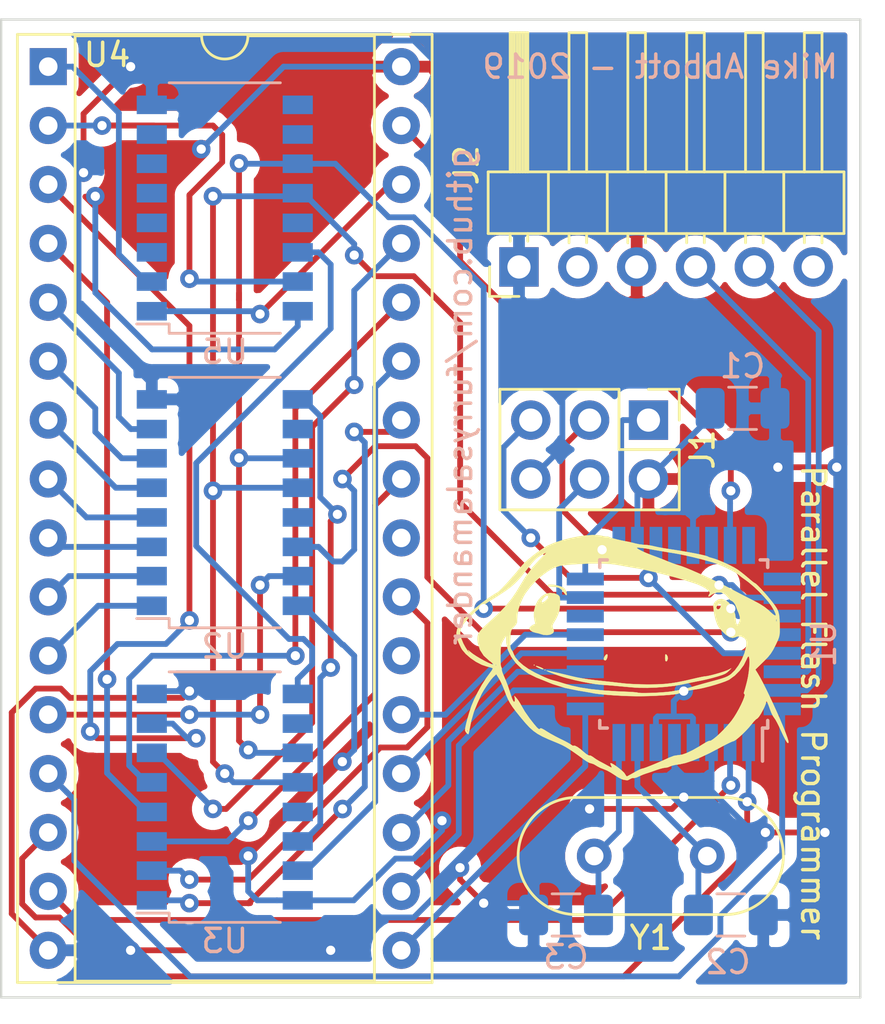
<source format=kicad_pcb>
(kicad_pcb (version 20171130) (host pcbnew "(5.1.4)-1")

  (general
    (thickness 1.6)
    (drawings 7)
    (tracks 429)
    (zones 0)
    (modules 12)
    (nets 66)
  )

  (page A4)
  (layers
    (0 F.Cu signal)
    (31 B.Cu signal)
    (32 B.Adhes user)
    (33 F.Adhes user)
    (34 B.Paste user)
    (35 F.Paste user)
    (36 B.SilkS user)
    (37 F.SilkS user)
    (38 B.Mask user)
    (39 F.Mask user)
    (40 Dwgs.User user)
    (41 Cmts.User user)
    (42 Eco1.User user)
    (43 Eco2.User user)
    (44 Edge.Cuts user)
    (45 Margin user)
    (46 B.CrtYd user)
    (47 F.CrtYd user)
    (48 B.Fab user)
    (49 F.Fab user)
  )

  (setup
    (last_trace_width 0.25)
    (trace_clearance 0.2)
    (zone_clearance 0.508)
    (zone_45_only no)
    (trace_min 0.2)
    (via_size 0.8)
    (via_drill 0.4)
    (via_min_size 0.4)
    (via_min_drill 0.3)
    (uvia_size 0.3)
    (uvia_drill 0.1)
    (uvias_allowed no)
    (uvia_min_size 0.2)
    (uvia_min_drill 0.1)
    (edge_width 0.05)
    (segment_width 0.2)
    (pcb_text_width 0.3)
    (pcb_text_size 1.5 1.5)
    (mod_edge_width 0.12)
    (mod_text_size 1 1)
    (mod_text_width 0.15)
    (pad_size 1.524 1.524)
    (pad_drill 0.762)
    (pad_to_mask_clearance 0.051)
    (solder_mask_min_width 0.25)
    (aux_axis_origin 0 0)
    (visible_elements 7FFFFFFF)
    (pcbplotparams
      (layerselection 0x010fc_ffffffff)
      (usegerberextensions true)
      (usegerberattributes false)
      (usegerberadvancedattributes false)
      (creategerberjobfile false)
      (excludeedgelayer true)
      (linewidth 0.100000)
      (plotframeref false)
      (viasonmask false)
      (mode 1)
      (useauxorigin false)
      (hpglpennumber 1)
      (hpglpenspeed 20)
      (hpglpendiameter 15.000000)
      (psnegative false)
      (psa4output false)
      (plotreference true)
      (plotvalue true)
      (plotinvisibletext false)
      (padsonsilk false)
      (subtractmaskfromsilk false)
      (outputformat 1)
      (mirror false)
      (drillshape 0)
      (scaleselection 1)
      (outputdirectory "gerbers"))
  )

  (net 0 "")
  (net 1 GND)
  (net 2 +5V)
  (net 3 "Net-(C2-Pad2)")
  (net 4 "Net-(C3-Pad2)")
  (net 5 /MISO)
  (net 6 /SCK)
  (net 7 /MOSI)
  (net 8 /RST)
  (net 9 /CTS)
  (net 10 /RX)
  (net 11 /TX)
  (net 12 /RTS)
  (net 13 /Data_1)
  (net 14 /Data_2)
  (net 15 /Data_3)
  (net 16 /Data_4)
  (net 17 /Data_5)
  (net 18 /Data_6)
  (net 19 /Data_7)
  (net 20 "Net-(U1-Pad14)")
  (net 21 "Net-(U1-Pad19)")
  (net 22 "Net-(U1-Pad20)")
  (net 23 "Net-(U1-Pad22)")
  (net 24 "Net-(U1-Pad24)")
  (net 25 "Net-(U1-Pad25)")
  (net 26 /Shift_Register_Clock_In)
  (net 27 /Shift_Serial_Clock_In)
  (net 28 /Shift_Serial_In)
  (net 29 /Data_0)
  (net 30 /Address_1)
  (net 31 /Address_2)
  (net 32 /Address_3)
  (net 33 /Address_4)
  (net 34 /Address_5)
  (net 35 /Address_6)
  (net 36 /Address_7)
  (net 37 "Net-(U2-Pad10)")
  (net 38 "Net-(U2-Pad13)")
  (net 39 /Address_0)
  (net 40 /Address_8)
  (net 41 "Net-(U3-Pad13)")
  (net 42 "Net-(U3-Pad10)")
  (net 43 /Address_15)
  (net 44 /Address_14)
  (net 45 /Address_13)
  (net 46 /Address_12)
  (net 47 /Address_11)
  (net 48 /Address_10)
  (net 49 /Address_9)
  (net 50 /Address_18)
  (net 51 /Address_16)
  (net 52 "Net-(U4-Pad22)")
  (net 53 "Net-(U4-Pad24)")
  (net 54 /Address_17)
  (net 55 "Net-(U5-Pad3)")
  (net 56 "Net-(U5-Pad4)")
  (net 57 "Net-(U5-Pad5)")
  (net 58 "Net-(U5-Pad6)")
  (net 59 "Net-(U5-Pad7)")
  (net 60 "Net-(U5-Pad9)")
  (net 61 "Net-(U5-Pad10)")
  (net 62 "Net-(U5-Pad13)")
  (net 63 /Shift_Rollover_0)
  (net 64 /Shift_Rollover_1)
  (net 65 /Write_Enable)

  (net_class Default "This is the default net class."
    (clearance 0.2)
    (trace_width 0.25)
    (via_dia 0.8)
    (via_drill 0.4)
    (uvia_dia 0.3)
    (uvia_drill 0.1)
    (add_net +5V)
    (add_net /Address_0)
    (add_net /Address_1)
    (add_net /Address_10)
    (add_net /Address_11)
    (add_net /Address_12)
    (add_net /Address_13)
    (add_net /Address_14)
    (add_net /Address_15)
    (add_net /Address_16)
    (add_net /Address_17)
    (add_net /Address_18)
    (add_net /Address_2)
    (add_net /Address_3)
    (add_net /Address_4)
    (add_net /Address_5)
    (add_net /Address_6)
    (add_net /Address_7)
    (add_net /Address_8)
    (add_net /Address_9)
    (add_net /CTS)
    (add_net /Data_0)
    (add_net /Data_1)
    (add_net /Data_2)
    (add_net /Data_3)
    (add_net /Data_4)
    (add_net /Data_5)
    (add_net /Data_6)
    (add_net /Data_7)
    (add_net /MISO)
    (add_net /MOSI)
    (add_net /RST)
    (add_net /RTS)
    (add_net /RX)
    (add_net /SCK)
    (add_net /Shift_Register_Clock_In)
    (add_net /Shift_Rollover_0)
    (add_net /Shift_Rollover_1)
    (add_net /Shift_Serial_Clock_In)
    (add_net /Shift_Serial_In)
    (add_net /TX)
    (add_net /Write_Enable)
    (add_net GND)
    (add_net "Net-(C2-Pad2)")
    (add_net "Net-(C3-Pad2)")
    (add_net "Net-(U1-Pad14)")
    (add_net "Net-(U1-Pad19)")
    (add_net "Net-(U1-Pad20)")
    (add_net "Net-(U1-Pad22)")
    (add_net "Net-(U1-Pad24)")
    (add_net "Net-(U1-Pad25)")
    (add_net "Net-(U2-Pad10)")
    (add_net "Net-(U2-Pad13)")
    (add_net "Net-(U3-Pad10)")
    (add_net "Net-(U3-Pad13)")
    (add_net "Net-(U4-Pad22)")
    (add_net "Net-(U4-Pad24)")
    (add_net "Net-(U5-Pad10)")
    (add_net "Net-(U5-Pad13)")
    (add_net "Net-(U5-Pad3)")
    (add_net "Net-(U5-Pad4)")
    (add_net "Net-(U5-Pad5)")
    (add_net "Net-(U5-Pad6)")
    (add_net "Net-(U5-Pad7)")
    (add_net "Net-(U5-Pad9)")
  )

  (module FlashProgrammer:logo (layer F.Cu) (tedit 0) (tstamp 5DE71F55)
    (at 152.4 99.568)
    (fp_text reference G*** (at 0 0) (layer F.SilkS) hide
      (effects (font (size 1.524 1.524) (thickness 0.3)))
    )
    (fp_text value LOGO (at 0.75 0) (layer F.SilkS) hide
      (effects (font (size 1.524 1.524) (thickness 0.3)))
    )
    (fp_poly (pts (xy -3.054634 -3.058484) (xy -2.891295 -3.02294) (xy -2.738811 -2.977449) (xy -2.646307 -2.933952)
      (xy -2.590802 -2.877519) (xy -2.553557 -2.803483) (xy -2.511813 -2.678535) (xy -2.511704 -2.615543)
      (xy -2.547965 -2.620508) (xy -2.615335 -2.699431) (xy -2.628103 -2.718485) (xy -2.732189 -2.851784)
      (xy -2.846491 -2.929898) (xy -2.998784 -2.967284) (xy -3.123448 -2.976314) (xy -3.247089 -2.985921)
      (xy -3.327139 -3.001755) (xy -3.344003 -3.013398) (xy -3.307177 -3.056403) (xy -3.205613 -3.07154)
      (xy -3.054634 -3.058484)) (layer F.SilkS) (width 0.01))
    (fp_poly (pts (xy -3.038236 -2.687657) (xy -2.891786 -2.627572) (xy -2.826398 -2.565413) (xy -2.804816 -2.485433)
      (xy -2.796801 -2.348932) (xy -2.801859 -2.182882) (xy -2.819493 -2.014252) (xy -2.838401 -1.911935)
      (xy -2.886237 -1.770822) (xy -2.963317 -1.606727) (xy -3.01912 -1.509769) (xy -3.094506 -1.385098)
      (xy -3.128323 -1.303875) (xy -3.12681 -1.239673) (xy -3.098971 -1.171679) (xy -3.063733 -1.079906)
      (xy -3.077887 -1.01626) (xy -3.114279 -0.970596) (xy -3.21167 -0.915484) (xy -3.355445 -0.891227)
      (xy -3.512179 -0.900419) (xy -3.6195 -0.931414) (xy -3.719509 -0.963374) (xy -3.847776 -0.991324)
      (xy -3.857105 -0.992877) (xy -3.98093 -1.031319) (xy -4.076586 -1.09155) (xy -4.082105 -1.097284)
      (xy -4.12726 -1.157823) (xy -4.116989 -1.205912) (xy -4.058768 -1.265789) (xy -3.972209 -1.329438)
      (xy -3.903322 -1.354667) (xy -3.863716 -1.380335) (xy -3.874097 -1.42875) (xy -3.897241 -1.514922)
      (xy -3.919204 -1.644586) (xy -3.926007 -1.700396) (xy -3.920501 -1.945848) (xy -3.858003 -2.179621)
      (xy -3.773753 -2.33935) (xy -3.598333 -2.33935) (xy -3.587068 -2.294478) (xy -3.543632 -2.29822)
      (xy -3.453564 -2.353429) (xy -3.424952 -2.37355) (xy -3.330139 -2.464259) (xy -3.303253 -2.54631)
      (xy -3.341772 -2.601917) (xy -3.392304 -2.589875) (xy -3.466215 -2.531588) (xy -3.539881 -2.45123)
      (xy -3.589678 -2.372978) (xy -3.598333 -2.33935) (xy -3.773753 -2.33935) (xy -3.748471 -2.387281)
      (xy -3.601865 -2.554398) (xy -3.428144 -2.666539) (xy -3.237267 -2.709272) (xy -3.229757 -2.709334)
      (xy -3.038236 -2.687657)) (layer F.SilkS) (width 0.01))
    (fp_poly (pts (xy -0.763856 -0.064647) (xy -0.7462 -0.011545) (xy -0.759844 0.076449) (xy -0.794443 0.160506)
      (xy -0.834512 0.200559) (xy -0.896359 0.185454) (xy -0.909936 0.169706) (xy -0.910442 0.109094)
      (xy -0.874926 0.02866) (xy -0.822702 -0.040615) (xy -0.77308 -0.067752) (xy -0.763856 -0.064647)) (layer F.SilkS) (width 0.01))
    (fp_poly (pts (xy 1.792891 -0.047356) (xy 1.801307 -0.040558) (xy 1.844732 0.035562) (xy 1.851251 0.134455)
      (xy 1.822594 0.217422) (xy 1.788583 0.243679) (xy 1.752208 0.224079) (xy 1.736606 0.129974)
      (xy 1.735667 0.08301) (xy 1.739409 -0.025278) (xy 1.755869 -0.06381) (xy 1.792891 -0.047356)) (layer F.SilkS) (width 0.01))
    (fp_poly (pts (xy -3.894667 0.402166) (xy -3.915833 0.423333) (xy -3.937 0.402166) (xy -3.915833 0.381)
      (xy -3.894667 0.402166)) (layer F.SilkS) (width 0.01))
    (fp_poly (pts (xy -3.796292 0.444559) (xy -3.707599 0.472389) (xy -3.609409 0.512276) (xy -3.534618 0.551193)
      (xy -3.513667 0.572068) (xy -3.533469 0.588605) (xy -3.601945 0.571609) (xy -3.719675 0.523582)
      (xy -3.806925 0.478839) (xy -3.843819 0.446205) (xy -3.842591 0.441813) (xy -3.796292 0.444559)) (layer F.SilkS) (width 0.01))
    (fp_poly (pts (xy -3.429 0.613833) (xy -3.450167 0.635) (xy -3.471333 0.613833) (xy -3.450167 0.592666)
      (xy -3.429 0.613833)) (layer F.SilkS) (width 0.01))
    (fp_poly (pts (xy 4.5086 0.633542) (xy 4.407099 0.723894) (xy 4.3181 0.780466) (xy 4.192049 0.830863)
      (xy 4.005801 0.890881) (xy 3.782295 0.954123) (xy 3.544474 1.014194) (xy 3.315276 1.064699)
      (xy 3.259667 1.075524) (xy 3.085061 1.109623) (xy 2.85988 1.155333) (xy 2.616235 1.206065)
      (xy 2.434167 1.244857) (xy 2.124539 1.298517) (xy 1.759207 1.340834) (xy 1.366597 1.369981)
      (xy 0.975132 1.384132) (xy 0.61324 1.381461) (xy 0.4445 1.372697) (xy 0.311828 1.362192)
      (xy 0.123841 1.346042) (xy -0.090503 1.326774) (xy -0.232833 1.313533) (xy -0.465484 1.292587)
      (xy -0.707269 1.272511) (xy -0.921693 1.256268) (xy -1.016 1.249964) (xy -1.23494 1.226951)
      (xy -1.51217 1.183381) (xy -1.825097 1.123729) (xy -2.151129 1.052469) (xy -2.467674 0.974074)
      (xy -2.619507 0.932409) (xy -2.757622 0.889643) (xy -2.914278 0.836022) (xy -3.072325 0.778174)
      (xy -3.214615 0.722728) (xy -3.323996 0.676312) (xy -3.38332 0.645553) (xy -3.384522 0.636738)
      (xy -3.331339 0.64492) (xy -3.213113 0.669098) (xy -3.0471 0.705384) (xy -2.850554 0.749889)
      (xy -2.640731 0.798727) (xy -2.434888 0.848007) (xy -2.307167 0.879494) (xy -2.091961 0.928777)
      (xy -1.85645 0.972979) (xy -1.584355 1.014604) (xy -1.259395 1.056156) (xy -0.889 1.097619)
      (xy -0.652595 1.123367) (xy -0.381475 1.153731) (xy -0.124976 1.183168) (xy -0.0635 1.190371)
      (xy 0.133265 1.207989) (xy 0.386847 1.222554) (xy 0.669417 1.232888) (xy 0.953147 1.237807)
      (xy 1.058333 1.238002) (xy 1.398703 1.232692) (xy 1.69789 1.21703) (xy 1.980651 1.187832)
      (xy 2.271744 1.141911) (xy 2.595927 1.076083) (xy 2.943803 0.995411) (xy 3.133328 0.951418)
      (xy 3.297863 0.916283) (xy 3.416525 0.894292) (xy 3.462394 0.889) (xy 3.559073 0.876351)
      (xy 3.711715 0.842886) (xy 3.896222 0.795328) (xy 4.088492 0.740398) (xy 4.264426 0.684818)
      (xy 4.399925 0.635311) (xy 4.445 0.614925) (xy 4.593167 0.53875) (xy 4.5086 0.633542)) (layer F.SilkS) (width 0.01))
    (fp_poly (pts (xy -1.150562 -5.197635) (xy -1.022036 -5.175539) (xy -0.89338 -5.147377) (xy -0.801028 -5.136207)
      (xy -0.771931 -5.140626) (xy -0.723721 -5.140315) (xy -0.702395 -5.127155) (xy -0.636499 -5.097988)
      (xy -0.509467 -5.058787) (xy -0.343357 -5.015231) (xy -0.16023 -4.972998) (xy 0.017856 -4.937767)
      (xy 0.0635 -4.929981) (xy 0.211113 -4.900565) (xy 0.381462 -4.859388) (xy 0.4416 -4.843003)
      (xy 0.607687 -4.806644) (xy 0.777308 -4.785688) (xy 0.831118 -4.783667) (xy 0.980848 -4.772239)
      (xy 1.157415 -4.743195) (xy 1.241961 -4.723736) (xy 1.402917 -4.687069) (xy 1.604501 -4.64835)
      (xy 1.803314 -4.61591) (xy 1.804943 -4.615674) (xy 2.145746 -4.564348) (xy 2.474827 -4.510962)
      (xy 2.781053 -4.457647) (xy 3.053291 -4.406537) (xy 3.280408 -4.359763) (xy 3.45127 -4.319457)
      (xy 3.554745 -4.287753) (xy 3.577167 -4.276249) (xy 3.645678 -4.244853) (xy 3.753055 -4.214563)
      (xy 3.757651 -4.213567) (xy 3.902878 -4.170409) (xy 4.096841 -4.096503) (xy 4.314689 -4.002979)
      (xy 4.531573 -3.900969) (xy 4.722645 -3.801603) (xy 4.8531 -3.722888) (xy 4.990542 -3.622805)
      (xy 5.15555 -3.493221) (xy 5.313108 -3.361663) (xy 5.317528 -3.357822) (xy 5.441094 -3.253177)
      (xy 5.540446 -3.174414) (xy 5.598527 -3.134886) (xy 5.605126 -3.132667) (xy 5.654057 -3.101894)
      (xy 5.745089 -3.017733) (xy 5.866828 -2.892426) (xy 6.007882 -2.738214) (xy 6.156858 -2.567336)
      (xy 6.302364 -2.392034) (xy 6.35 -2.332358) (xy 6.473311 -2.17075) (xy 6.561428 -2.03471)
      (xy 6.620419 -1.903979) (xy 6.656352 -1.758299) (xy 6.675297 -1.577412) (xy 6.683322 -1.34106)
      (xy 6.684958 -1.214253) (xy 6.684681 -1.039782) (xy 6.675188 -0.909311) (xy 6.649619 -0.794557)
      (xy 6.601115 -0.667238) (xy 6.522819 -0.499071) (xy 6.500172 -0.452253) (xy 6.395838 -0.250315)
      (xy 6.293292 -0.088607) (xy 6.171112 0.061975) (xy 6.007877 0.230533) (xy 5.97141 0.266065)
      (xy 5.631143 0.595631) (xy 5.729735 0.752899) (xy 5.835784 0.934935) (xy 5.962973 1.173982)
      (xy 6.105247 1.456694) (xy 6.256548 1.769726) (xy 6.410821 2.099733) (xy 6.562009 2.433368)
      (xy 6.704057 2.757286) (xy 6.830906 3.058142) (xy 6.936503 3.32259) (xy 7.014789 3.537284)
      (xy 7.057135 3.677941) (xy 7.063216 3.750918) (xy 7.025521 3.759987) (xy 7.023468 3.759322)
      (xy 6.984967 3.715082) (xy 6.922019 3.608383) (xy 6.843058 3.454785) (xy 6.756518 3.269852)
      (xy 6.74859 3.252077) (xy 6.658311 3.057188) (xy 6.571492 2.8845) (xy 6.497852 2.752447)
      (xy 6.447112 2.679462) (xy 6.446119 2.678452) (xy 6.388007 2.593844) (xy 6.322138 2.458961)
      (xy 6.269857 2.322922) (xy 6.202369 2.133811) (xy 6.14935 2.010091) (xy 6.11344 1.956789)
      (xy 6.097282 1.978931) (xy 6.096648 1.993252) (xy 6.075895 2.08145) (xy 6.022875 2.211058)
      (xy 5.949708 2.35951) (xy 5.868511 2.504238) (xy 5.791406 2.622675) (xy 5.730511 2.692254)
      (xy 5.716919 2.700338) (xy 5.648694 2.749236) (xy 5.555009 2.845341) (xy 5.473648 2.945236)
      (xy 5.361667 3.081821) (xy 5.224651 3.230236) (xy 5.077071 3.37699) (xy 4.933399 3.508588)
      (xy 4.808108 3.611539) (xy 4.715668 3.672351) (xy 4.682352 3.683) (xy 4.621876 3.702561)
      (xy 4.502871 3.756319) (xy 4.340558 3.836889) (xy 4.150159 3.936882) (xy 4.073913 3.97827)
      (xy 3.658944 4.195443) (xy 3.272536 4.377626) (xy 2.923951 4.521078) (xy 2.622451 4.622059)
      (xy 2.377301 4.676828) (xy 2.330177 4.682465) (xy 2.170604 4.705105) (xy 2.03368 4.737524)
      (xy 1.959406 4.767415) (xy 1.843315 4.812842) (xy 1.747739 4.826184) (xy 1.649709 4.840685)
      (xy 1.503856 4.878618) (xy 1.340951 4.931927) (xy 1.3335 4.934636) (xy 1.168008 4.993617)
      (xy 1.016659 5.045022) (xy 0.911679 5.077913) (xy 0.910167 5.078337) (xy 0.792219 5.11991)
      (xy 0.649322 5.181488) (xy 0.601878 5.204369) (xy 0.486975 5.25257) (xy 0.400868 5.272192)
      (xy 0.377767 5.268501) (xy 0.315033 5.270217) (xy 0.232461 5.309184) (xy 0.147799 5.355863)
      (xy 0.096739 5.36999) (xy 0.03414 5.359699) (xy -0.06094 5.345237) (xy -0.156248 5.311811)
      (xy -0.290613 5.241046) (xy -0.436334 5.147678) (xy -0.448425 5.139122) (xy -0.607404 5.036536)
      (xy -0.770914 4.948321) (xy -0.903003 4.893774) (xy -1.054749 4.835517) (xy -1.197236 4.761276)
      (xy -1.229511 4.74002) (xy -1.341135 4.675568) (xy -1.441413 4.641148) (xy -1.454827 4.639704)
      (xy -1.538704 4.613097) (xy -1.656464 4.549371) (xy -1.735667 4.496072) (xy -2.005847 4.299791)
      (xy -2.222989 4.146411) (xy -2.401234 4.027308) (xy -2.554728 3.933856) (xy -2.697613 3.857431)
      (xy -2.844033 3.789407) (xy -3.003136 3.723166) (xy -3.316247 3.593755) (xy -3.566496 3.4785)
      (xy -3.771333 3.364759) (xy -3.948212 3.239891) (xy -4.114582 3.091254) (xy -4.287897 2.906206)
      (xy -4.485606 2.672106) (xy -4.531372 2.616127) (xy -4.711201 2.391838) (xy -4.847397 2.210037)
      (xy -4.952271 2.049663) (xy -5.038134 1.889654) (xy -5.117299 1.708949) (xy -5.202077 1.486485)
      (xy -5.219263 1.439333) (xy -5.291017 1.263101) (xy -5.374639 1.088333) (xy -5.435983 0.979417)
      (xy -5.55283 0.794667) (xy -5.697672 0.935054) (xy -5.778581 1.028632) (xy -5.883885 1.170447)
      (xy -5.997347 1.336178) (xy -6.102728 1.501502) (xy -6.183791 1.642098) (xy -6.218034 1.714494)
      (xy -6.242603 1.771187) (xy -6.292795 1.882478) (xy -6.35858 2.02617) (xy -6.371029 2.053166)
      (xy -6.520676 2.421293) (xy -6.629791 2.79912) (xy -6.690509 3.100916) (xy -6.717672 3.243297)
      (xy -6.74227 3.345669) (xy -6.759128 3.386609) (xy -6.759536 3.386666) (xy -6.81272 3.354635)
      (xy -6.869929 3.284534) (xy -6.890008 3.2385) (xy -6.815667 3.2385) (xy -6.7945 3.259666)
      (xy -6.773333 3.2385) (xy -6.7945 3.217333) (xy -6.815667 3.2385) (xy -6.890008 3.2385)
      (xy -6.900108 3.215347) (xy -6.900444 3.209773) (xy -6.887316 3.101147) (xy -6.851238 2.932858)
      (xy -6.797598 2.725027) (xy -6.731782 2.497774) (xy -6.659178 2.27122) (xy -6.61644 2.14906)
      (xy -6.501843 1.874865) (xy -6.349294 1.56881) (xy -6.174594 1.258888) (xy -5.99354 0.973094)
      (xy -5.821934 0.739422) (xy -5.818513 0.735237) (xy -5.74402 0.633437) (xy -5.705947 0.55888)
      (xy -5.70768 0.53369) (xy -5.76735 0.512066) (xy -5.878949 0.481932) (xy -5.950478 0.465073)
      (xy -6.136678 0.402166) (xy -5.588 0.402166) (xy -5.566833 0.423333) (xy -5.545667 0.402166)
      (xy -5.566833 0.381) (xy -5.588 0.402166) (xy -6.136678 0.402166) (xy -6.182072 0.38683)
      (xy -6.426328 0.260076) (xy -6.66189 0.10012) (xy -6.867399 -0.077734) (xy -7.021499 -0.258178)
      (xy -7.068336 -0.336059) (xy -7.188024 -0.590944) (xy -7.256434 -0.796775) (xy -7.274283 -0.971314)
      (xy -7.271487 -0.985388) (xy -7.113057 -0.985388) (xy -7.077516 -0.779719) (xy -6.977442 -0.535232)
      (xy -6.967404 -0.51509) (xy -6.886731 -0.366959) (xy -6.808917 -0.244228) (xy -6.749584 -0.171326)
      (xy -6.745154 -0.167627) (xy -6.699015 -0.134785) (xy -6.705478 -0.153267) (xy -6.751092 -0.212397)
      (xy -6.769797 -0.244135) (xy -6.73495 -0.221717) (xy -6.666425 -0.161244) (xy -6.562695 -0.079733)
      (xy -6.414645 0.018127) (xy -6.241505 0.121716) (xy -6.062508 0.220414) (xy -5.896887 0.303603)
      (xy -5.763874 0.360662) (xy -5.684401 0.381) (xy -5.681732 0.359311) (xy -5.737513 0.302092)
      (xy -5.839975 0.221113) (xy -5.855553 0.209853) (xy -5.869162 0.19756) (xy -5.370519 0.19756)
      (xy -5.363648 0.36) (xy -5.349796 0.459764) (xy -5.337716 0.484537) (xy -5.312463 0.540768)
      (xy -5.318157 0.570106) (xy -5.312584 0.636075) (xy -5.276173 0.752408) (xy -5.216763 0.894153)
      (xy -5.215508 0.896834) (xy -5.133842 1.086247) (xy -5.050672 1.303332) (xy -4.997153 1.4605)
      (xy -4.925979 1.682723) (xy -4.872865 1.835104) (xy -4.832893 1.929288) (xy -4.801147 1.976921)
      (xy -4.773726 1.989666) (xy -4.75001 1.953522) (xy -4.749927 1.865936) (xy -4.750755 1.860001)
      (xy -4.769786 1.730335) (xy -4.674901 1.832664) (xy -4.596895 1.934537) (xy -4.513332 2.069258)
      (xy -4.485549 2.121079) (xy -4.323153 2.402719) (xy -4.106345 2.712133) (xy -3.918927 2.950361)
      (xy -3.805407 3.082916) (xy -3.730725 3.152517) (xy -3.686146 3.166252) (xy -3.670788 3.151674)
      (xy -3.639576 3.128178) (xy -3.580641 3.140888) (xy -3.47925 3.195269) (xy -3.374108 3.261718)
      (xy -3.207551 3.362482) (xy -3.002125 3.475926) (xy -2.796555 3.580848) (xy -2.753613 3.601411)
      (xy -2.586652 3.683606) (xy -2.442572 3.760813) (xy -2.343523 3.8209) (xy -2.319437 3.839217)
      (xy -2.252127 3.882473) (xy -2.216873 3.881984) (xy -2.158211 3.879603) (xy -2.054522 3.930482)
      (xy -1.919152 4.026554) (xy -1.780142 4.146025) (xy -1.672085 4.235356) (xy -1.58238 4.290423)
      (xy -1.537872 4.299891) (xy -1.472009 4.310681) (xy -1.380763 4.364158) (xy -1.366396 4.375461)
      (xy -1.250236 4.458231) (xy -1.110618 4.541988) (xy -1.0795 4.558476) (xy -0.927931 4.638225)
      (xy -0.773491 4.722505) (xy -0.750129 4.735616) (xy -0.631488 4.799881) (xy -0.574112 4.820054)
      (xy -0.567076 4.796281) (xy -0.594607 4.737707) (xy -0.62408 4.662482) (xy -0.622698 4.630253)
      (xy -0.576297 4.63825) (xy -0.484868 4.688616) (xy -0.366905 4.76774) (xy -0.240899 4.862009)
      (xy -0.125344 4.957814) (xy -0.038732 5.041544) (xy -0.006134 5.084054) (xy 0.045642 5.167193)
      (xy 0.078819 5.206304) (xy 0.08043 5.206732) (xy 0.122417 5.1872) (xy 0.218893 5.135091)
      (xy 0.351242 5.060534) (xy 0.391066 5.037666) (xy 0.536973 4.957794) (xy 0.659858 4.898212)
      (xy 0.737558 4.869471) (xy 0.74671 4.868333) (xy 0.812373 4.851927) (xy 0.939082 4.80707)
      (xy 1.110784 4.740304) (xy 1.31143 4.658169) (xy 1.524967 4.567207) (xy 1.735344 4.473959)
      (xy 1.889341 4.402699) (xy 2.114921 4.31597) (xy 2.300815 4.28612) (xy 2.316403 4.286429)
      (xy 2.467423 4.264413) (xy 2.672996 4.191675) (xy 2.923391 4.072593) (xy 3.208878 3.911547)
      (xy 3.3655 3.814254) (xy 3.494842 3.736828) (xy 3.597026 3.685431) (xy 3.651399 3.670347)
      (xy 3.653079 3.671025) (xy 3.712439 3.659911) (xy 3.8154 3.594835) (xy 3.950566 3.486208)
      (xy 4.106539 3.344438) (xy 4.271921 3.179936) (xy 4.435315 3.003111) (xy 4.585323 2.824371)
      (xy 4.598672 2.807403) (xy 4.70514 2.658256) (xy 4.814525 2.483006) (xy 4.920211 2.295376)
      (xy 5.015583 2.109089) (xy 5.094027 1.93787) (xy 5.148927 1.795441) (xy 5.173669 1.695528)
      (xy 5.161637 1.651853) (xy 5.15607 1.651) (xy 5.133431 1.619429) (xy 5.142393 1.576916)
      (xy 5.165123 1.505165) (xy 5.202196 1.37346) (xy 5.247469 1.203999) (xy 5.273922 1.101637)
      (xy 5.31624 0.904362) (xy 5.348659 0.691849) (xy 5.370054 0.481965) (xy 5.379298 0.292578)
      (xy 5.375267 0.141553) (xy 5.356834 0.046757) (xy 5.341689 0.025918) (xy 5.307418 0.047421)
      (xy 5.264151 0.127221) (xy 5.251028 0.161003) (xy 5.131647 0.400837) (xy 4.953859 0.641122)
      (xy 4.739937 0.856621) (xy 4.51215 1.022099) (xy 4.47113 1.044764) (xy 4.33243 1.105141)
      (xy 4.134103 1.175835) (xy 3.899435 1.250015) (xy 3.651709 1.320852) (xy 3.414211 1.381513)
      (xy 3.210225 1.42517) (xy 3.129801 1.438251) (xy 2.861591 1.479606) (xy 2.634286 1.52372)
      (xy 2.461206 1.567561) (xy 2.35567 1.608098) (xy 2.340798 1.617832) (xy 2.270094 1.641795)
      (xy 2.125661 1.66528) (xy 1.918437 1.687409) (xy 1.659357 1.707302) (xy 1.359359 1.724081)
      (xy 1.02938 1.736866) (xy 0.783167 1.743031) (xy 0.490702 1.743969) (xy 0.165289 1.737076)
      (xy -0.174675 1.723466) (xy -0.510787 1.704254) (xy -0.824648 1.680553) (xy -1.097857 1.653479)
      (xy -1.312014 1.624145) (xy -1.375833 1.612275) (xy -1.513326 1.586017) (xy -1.70262 1.552826)
      (xy -1.911774 1.518226) (xy -2.005828 1.503362) (xy -2.578137 1.386902) (xy -3.104949 1.224149)
      (xy -3.259667 1.163519) (xy -3.416975 1.09929) (xy -3.612969 1.020637) (xy -3.807382 0.94371)
      (xy -3.822488 0.93779) (xy -4.154031 0.774614) (xy -4.451709 0.563077) (xy -4.706205 0.3145)
      (xy -4.908208 0.040205) (xy -5.048404 -0.248486) (xy -5.111882 -0.516621) (xy -4.950901 -0.516621)
      (xy -4.943616 -0.385022) (xy -4.922952 -0.302606) (xy -4.897104 -0.262091) (xy -4.835214 -0.163343)
      (xy -4.805769 -0.084667) (xy -4.731912 0.067835) (xy -4.589968 0.236366) (xy -4.392199 0.410264)
      (xy -4.150867 0.57887) (xy -3.878235 0.731522) (xy -3.852333 0.744234) (xy -3.624493 0.853737)
      (xy -3.454851 0.932203) (xy -3.326076 0.986846) (xy -3.220833 1.024884) (xy -3.121791 1.053531)
      (xy -3.090333 1.061462) (xy -2.93557 1.103262) (xy -2.755335 1.157126) (xy -2.667 1.185477)
      (xy -2.308831 1.288898) (xy -1.90986 1.373978) (xy -1.460576 1.442028) (xy -0.951465 1.494359)
      (xy -0.373013 1.53228) (xy -0.0451 1.546612) (xy 0.165541 1.555928) (xy 0.344185 1.566567)
      (xy 0.474597 1.577358) (xy 0.54054 1.587128) (xy 0.544985 1.589207) (xy 0.600214 1.601693)
      (xy 0.723428 1.607973) (xy 0.898212 1.608576) (xy 1.108153 1.604034) (xy 1.336836 1.594874)
      (xy 1.567848 1.581627) (xy 1.784776 1.564823) (xy 1.971204 1.544992) (xy 1.989667 1.542578)
      (xy 2.239602 1.501301) (xy 2.519148 1.443023) (xy 2.779807 1.378178) (xy 2.8575 1.355892)
      (xy 3.090901 1.28738) (xy 3.362678 1.210063) (xy 3.629221 1.136267) (xy 3.7465 1.104647)
      (xy 3.998402 1.036349) (xy 4.184192 0.982107) (xy 4.320006 0.93589) (xy 4.421981 0.891666)
      (xy 4.506255 0.843405) (xy 4.576214 0.794565) (xy 4.743332 0.634435) (xy 4.905369 0.414657)
      (xy 5.049007 0.159847) (xy 5.160926 -0.105377) (xy 5.227808 -0.3564) (xy 5.237301 -0.427346)
      (xy 5.246208 -0.569699) (xy 5.234191 -0.658291) (xy 5.194425 -0.722844) (xy 5.161968 -0.755429)
      (xy 5.020806 -0.834488) (xy 4.862778 -0.834456) (xy 4.778401 -0.801516) (xy 4.651313 -0.768934)
      (xy 4.51098 -0.804119) (xy 4.351953 -0.910139) (xy 4.168785 -1.09006) (xy 4.076219 -1.196927)
      (xy 3.992788 -1.338791) (xy 3.918365 -1.544909) (xy 3.859278 -1.79491) (xy 3.82984 -1.990165)
      (xy 3.823182 -2.070223) (xy 3.947035 -2.070223) (xy 3.94996 -2.059289) (xy 3.998736 -1.995628)
      (xy 4.067194 -2.013597) (xy 4.097867 -2.040467) (xy 4.13637 -2.108873) (xy 4.147822 -2.187352)
      (xy 4.129207 -2.23886) (xy 4.114424 -2.243667) (xy 4.033532 -2.213554) (xy 3.968065 -2.144897)
      (xy 3.947035 -2.070223) (xy 3.823182 -2.070223) (xy 3.818123 -2.131034) (xy 3.829078 -2.221278)
      (xy 3.870223 -2.293575) (xy 3.910194 -2.339415) (xy 4.040224 -2.429382) (xy 4.184395 -2.447053)
      (xy 4.332657 -2.401269) (xy 4.474965 -2.300874) (xy 4.601269 -2.154708) (xy 4.701523 -1.971613)
      (xy 4.765679 -1.760432) (xy 4.784315 -1.570189) (xy 4.796431 -1.430537) (xy 4.827704 -1.350503)
      (xy 4.87265 -1.340086) (xy 4.897863 -1.363247) (xy 4.959326 -1.503473) (xy 4.959839 -1.524)
      (xy 6.526017 -1.524) (xy 6.53267 -1.463903) (xy 6.54737 -1.471084) (xy 6.552961 -1.557755)
      (xy 6.54737 -1.576917) (xy 6.531918 -1.582235) (xy 6.526017 -1.524) (xy 4.959839 -1.524)
      (xy 4.963603 -1.674411) (xy 4.913235 -1.836463) (xy 4.85488 -1.964551) (xy 4.812585 -2.081005)
      (xy 4.808478 -2.096049) (xy 4.761978 -2.207232) (xy 4.691295 -2.306307) (xy 4.618489 -2.364973)
      (xy 4.594342 -2.370789) (xy 4.54463 -2.403188) (xy 4.478314 -2.482797) (xy 4.466167 -2.500789)
      (xy 4.324639 -2.654347) (xy 4.152093 -2.729339) (xy 3.971017 -2.729095) (xy 3.839033 -2.689671)
      (xy 3.731473 -2.629275) (xy 3.717328 -2.616662) (xy 3.644913 -2.562944) (xy 3.605182 -2.563317)
      (xy 3.615724 -2.611395) (xy 3.639817 -2.644811) (xy 3.671523 -2.711026) (xy 3.635888 -2.778591)
      (xy 3.514488 -2.884455) (xy 3.333899 -2.991176) (xy 3.118351 -3.085112) (xy 3.048 -3.109575)
      (xy 2.88203 -3.163713) (xy 2.717973 -3.217184) (xy 2.645833 -3.240677) (xy 2.442638 -3.302913)
      (xy 2.188609 -3.374786) (xy 1.901487 -3.451861) (xy 1.599012 -3.529702) (xy 1.298926 -3.603875)
      (xy 1.01897 -3.669945) (xy 0.776884 -3.723478) (xy 0.590409 -3.760038) (xy 0.529167 -3.769798)
      (xy 0.375198 -3.793778) (xy 0.170948 -3.828918) (xy -0.050897 -3.869491) (xy -0.169333 -3.892196)
      (xy -0.454309 -3.938589) (xy -0.751557 -3.966472) (xy -1.091428 -3.978339) (xy -1.227667 -3.97917)
      (xy -1.502125 -3.975496) (xy -1.796443 -3.965245) (xy -2.090875 -3.949688) (xy -2.36568 -3.9301)
      (xy -2.601113 -3.907754) (xy -2.77743 -3.883922) (xy -2.815167 -3.876815) (xy -3.054419 -3.794754)
      (xy -3.316427 -3.649836) (xy -3.58602 -3.454898) (xy -3.848027 -3.222781) (xy -4.087278 -2.966324)
      (xy -4.288603 -2.698365) (xy -4.373855 -2.557679) (xy -4.500192 -2.287753) (xy -4.592692 -2.006018)
      (xy -4.643711 -1.739996) (xy -4.649943 -1.56359) (xy -4.654591 -1.446442) (xy -4.695767 -1.351944)
      (xy -4.785972 -1.246506) (xy -4.855593 -1.170596) (xy -4.899489 -1.102394) (xy -4.924658 -1.018754)
      (xy -4.9381 -0.896528) (xy -4.946722 -0.714874) (xy -4.950901 -0.516621) (xy -5.111882 -0.516621)
      (xy -5.117477 -0.540252) (xy -5.123138 -0.643261) (xy -5.123942 -0.867834) (xy -5.241497 -0.677334)
      (xy -5.293785 -0.585865) (xy -5.32848 -0.499579) (xy -5.34974 -0.396944) (xy -5.361722 -0.256434)
      (xy -5.368584 -0.056518) (xy -5.369559 -0.014236) (xy -5.370519 0.19756) (xy -5.869162 0.19756)
      (xy -6.095109 -0.006535) (xy -6.258148 -0.258446) (xy -6.345784 -0.547612) (xy -6.346745 -0.553597)
      (xy -6.36482 -0.704872) (xy -6.360473 -0.830556) (xy -6.325864 -0.944618) (xy -6.253152 -1.061028)
      (xy -6.134496 -1.193754) (xy -5.962054 -1.356767) (xy -5.829692 -1.474761) (xy -5.464245 -1.811696)
      (xy -5.161305 -2.125502) (xy -4.907874 -2.431356) (xy -4.690953 -2.744435) (xy -4.572858 -2.942167)
      (xy -4.27849 -3.419453) (xy -3.972388 -3.82811) (xy -3.642476 -4.184173) (xy -3.624408 -4.201584)
      (xy -3.511453 -4.312204) (xy -3.430048 -4.396545) (xy -3.392931 -4.441211) (xy -3.392937 -4.445)
      (xy -3.439297 -4.426241) (xy -3.536392 -4.377616) (xy -3.635165 -4.324861) (xy -3.752428 -4.249384)
      (xy -3.870768 -4.146398) (xy -4.004142 -4.001953) (xy -4.166504 -3.802094) (xy -4.196179 -3.763945)
      (xy -4.37064 -3.541706) (xy -4.523086 -3.357696) (xy -4.666087 -3.201218) (xy -4.812212 -3.061575)
      (xy -4.974029 -2.928068) (xy -5.164108 -2.790001) (xy -5.395016 -2.636676) (xy -5.679322 -2.457396)
      (xy -5.869144 -2.340074) (xy -6.1228 -2.166684) (xy -6.386262 -1.956892) (xy -6.637403 -1.730445)
      (xy -6.854093 -1.507093) (xy -6.992275 -1.337732) (xy -7.084498 -1.166604) (xy -7.113057 -0.985388)
      (xy -7.271487 -0.985388) (xy -7.242289 -1.132327) (xy -7.16117 -1.297576) (xy -7.110355 -1.375834)
      (xy -6.951488 -1.574325) (xy -6.734538 -1.798028) (xy -6.476375 -2.032781) (xy -6.193872 -2.264425)
      (xy -5.9039 -2.4788) (xy -5.623331 -2.661745) (xy -5.48259 -2.74199) (xy -5.420441 -2.792386)
      (xy -5.315098 -2.895995) (xy -5.17741 -3.040849) (xy -5.018221 -3.214983) (xy -4.84838 -3.406431)
      (xy -4.678733 -3.603226) (xy -4.520127 -3.793402) (xy -4.443787 -3.888002) (xy -4.327537 -4.011581)
      (xy -4.158666 -4.162771) (xy -3.957379 -4.325999) (xy -3.743883 -4.485694) (xy -3.538382 -4.626284)
      (xy -3.480864 -4.660644) (xy 0.517332 -4.660644) (xy 0.526817 -4.631788) (xy 0.604099 -4.58045)
      (xy 0.737161 -4.512396) (xy 0.913986 -4.433395) (xy 1.122557 -4.349213) (xy 1.312333 -4.279127)
      (xy 1.472887 -4.219606) (xy 1.668419 -4.143326) (xy 1.853197 -4.0682) (xy 2.029358 -3.998564)
      (xy 2.201633 -3.936861) (xy 2.33428 -3.895853) (xy 2.34003 -3.894371) (xy 2.467447 -3.853111)
      (xy 2.656447 -3.780122) (xy 2.892977 -3.681722) (xy 3.162986 -3.564228) (xy 3.452419 -3.433959)
      (xy 3.747225 -3.297232) (xy 4.033349 -3.160365) (xy 4.29674 -3.029676) (xy 4.5085 -2.919472)
      (xy 4.758839 -2.786567) (xy 5.035455 -2.642054) (xy 5.304999 -2.503233) (xy 5.534125 -2.3874)
      (xy 5.537359 -2.385789) (xy 5.807195 -2.242834) (xy 6.017362 -2.11014) (xy 6.189259 -1.973552)
      (xy 6.257026 -1.909814) (xy 6.391733 -1.787751) (xy 6.477702 -1.733342) (xy 6.514294 -1.744567)
      (xy 6.500875 -1.819405) (xy 6.436806 -1.955836) (xy 6.329305 -2.139281) (xy 6.195529 -2.324194)
      (xy 6.011301 -2.538303) (xy 5.795714 -2.762513) (xy 5.567862 -2.977731) (xy 5.346837 -3.164863)
      (xy 5.185833 -3.282799) (xy 5.057041 -3.37473) (xy 4.939706 -3.468614) (xy 4.910536 -3.494719)
      (xy 4.819903 -3.559428) (xy 4.670653 -3.644646) (xy 4.483194 -3.74049) (xy 4.27793 -3.837074)
      (xy 4.07527 -3.924515) (xy 3.895618 -3.992928) (xy 3.852333 -4.007291) (xy 3.588138 -4.085571)
      (xy 3.276934 -4.168882) (xy 2.945011 -4.250938) (xy 2.618658 -4.325448) (xy 2.324166 -4.386127)
      (xy 2.116667 -4.422418) (xy 1.889677 -4.458443) (xy 1.616729 -4.503857) (xy 1.335067 -4.552371)
      (xy 1.121833 -4.590399) (xy 0.912918 -4.625542) (xy 0.731852 -4.650622) (xy 0.595976 -4.663624)
      (xy 0.522629 -4.662533) (xy 0.517332 -4.660644) (xy -3.480864 -4.660644) (xy -3.361083 -4.732198)
      (xy -3.323167 -4.751613) (xy -3.042524 -4.8709) (xy -2.722769 -4.977044) (xy -2.381422 -5.066816)
      (xy -2.036005 -5.13699) (xy -1.704042 -5.184336) (xy -1.403054 -5.205627) (xy -1.150562 -5.197635)) (layer F.SilkS) (width 0.01))
  )

  (module Connector_PinHeader_2.54mm:PinHeader_1x06_P2.54mm_Horizontal (layer F.Cu) (tedit 59FED5CB) (tstamp 5DD78B08)
    (at 147.828 82.804 90)
    (descr "Through hole angled pin header, 1x06, 2.54mm pitch, 6mm pin length, single row")
    (tags "Through hole angled pin header THT 1x06 2.54mm single row")
    (path /5DDB3308)
    (fp_text reference J2 (at 4.385 -2.27 90) (layer F.SilkS)
      (effects (font (size 1 1) (thickness 0.15)))
    )
    (fp_text value "FTDI Cable Header" (at 4.385 14.97 90) (layer F.Fab)
      (effects (font (size 1 1) (thickness 0.15)))
    )
    (fp_text user %R (at 2.77 6.35) (layer F.Fab)
      (effects (font (size 1 1) (thickness 0.15)))
    )
    (fp_line (start 10.55 -1.8) (end -1.8 -1.8) (layer F.CrtYd) (width 0.05))
    (fp_line (start 10.55 14.5) (end 10.55 -1.8) (layer F.CrtYd) (width 0.05))
    (fp_line (start -1.8 14.5) (end 10.55 14.5) (layer F.CrtYd) (width 0.05))
    (fp_line (start -1.8 -1.8) (end -1.8 14.5) (layer F.CrtYd) (width 0.05))
    (fp_line (start -1.27 -1.27) (end 0 -1.27) (layer F.SilkS) (width 0.12))
    (fp_line (start -1.27 0) (end -1.27 -1.27) (layer F.SilkS) (width 0.12))
    (fp_line (start 1.042929 13.08) (end 1.44 13.08) (layer F.SilkS) (width 0.12))
    (fp_line (start 1.042929 12.32) (end 1.44 12.32) (layer F.SilkS) (width 0.12))
    (fp_line (start 10.1 13.08) (end 4.1 13.08) (layer F.SilkS) (width 0.12))
    (fp_line (start 10.1 12.32) (end 10.1 13.08) (layer F.SilkS) (width 0.12))
    (fp_line (start 4.1 12.32) (end 10.1 12.32) (layer F.SilkS) (width 0.12))
    (fp_line (start 1.44 11.43) (end 4.1 11.43) (layer F.SilkS) (width 0.12))
    (fp_line (start 1.042929 10.54) (end 1.44 10.54) (layer F.SilkS) (width 0.12))
    (fp_line (start 1.042929 9.78) (end 1.44 9.78) (layer F.SilkS) (width 0.12))
    (fp_line (start 10.1 10.54) (end 4.1 10.54) (layer F.SilkS) (width 0.12))
    (fp_line (start 10.1 9.78) (end 10.1 10.54) (layer F.SilkS) (width 0.12))
    (fp_line (start 4.1 9.78) (end 10.1 9.78) (layer F.SilkS) (width 0.12))
    (fp_line (start 1.44 8.89) (end 4.1 8.89) (layer F.SilkS) (width 0.12))
    (fp_line (start 1.042929 8) (end 1.44 8) (layer F.SilkS) (width 0.12))
    (fp_line (start 1.042929 7.24) (end 1.44 7.24) (layer F.SilkS) (width 0.12))
    (fp_line (start 10.1 8) (end 4.1 8) (layer F.SilkS) (width 0.12))
    (fp_line (start 10.1 7.24) (end 10.1 8) (layer F.SilkS) (width 0.12))
    (fp_line (start 4.1 7.24) (end 10.1 7.24) (layer F.SilkS) (width 0.12))
    (fp_line (start 1.44 6.35) (end 4.1 6.35) (layer F.SilkS) (width 0.12))
    (fp_line (start 1.042929 5.46) (end 1.44 5.46) (layer F.SilkS) (width 0.12))
    (fp_line (start 1.042929 4.7) (end 1.44 4.7) (layer F.SilkS) (width 0.12))
    (fp_line (start 10.1 5.46) (end 4.1 5.46) (layer F.SilkS) (width 0.12))
    (fp_line (start 10.1 4.7) (end 10.1 5.46) (layer F.SilkS) (width 0.12))
    (fp_line (start 4.1 4.7) (end 10.1 4.7) (layer F.SilkS) (width 0.12))
    (fp_line (start 1.44 3.81) (end 4.1 3.81) (layer F.SilkS) (width 0.12))
    (fp_line (start 1.042929 2.92) (end 1.44 2.92) (layer F.SilkS) (width 0.12))
    (fp_line (start 1.042929 2.16) (end 1.44 2.16) (layer F.SilkS) (width 0.12))
    (fp_line (start 10.1 2.92) (end 4.1 2.92) (layer F.SilkS) (width 0.12))
    (fp_line (start 10.1 2.16) (end 10.1 2.92) (layer F.SilkS) (width 0.12))
    (fp_line (start 4.1 2.16) (end 10.1 2.16) (layer F.SilkS) (width 0.12))
    (fp_line (start 1.44 1.27) (end 4.1 1.27) (layer F.SilkS) (width 0.12))
    (fp_line (start 1.11 0.38) (end 1.44 0.38) (layer F.SilkS) (width 0.12))
    (fp_line (start 1.11 -0.38) (end 1.44 -0.38) (layer F.SilkS) (width 0.12))
    (fp_line (start 4.1 0.28) (end 10.1 0.28) (layer F.SilkS) (width 0.12))
    (fp_line (start 4.1 0.16) (end 10.1 0.16) (layer F.SilkS) (width 0.12))
    (fp_line (start 4.1 0.04) (end 10.1 0.04) (layer F.SilkS) (width 0.12))
    (fp_line (start 4.1 -0.08) (end 10.1 -0.08) (layer F.SilkS) (width 0.12))
    (fp_line (start 4.1 -0.2) (end 10.1 -0.2) (layer F.SilkS) (width 0.12))
    (fp_line (start 4.1 -0.32) (end 10.1 -0.32) (layer F.SilkS) (width 0.12))
    (fp_line (start 10.1 0.38) (end 4.1 0.38) (layer F.SilkS) (width 0.12))
    (fp_line (start 10.1 -0.38) (end 10.1 0.38) (layer F.SilkS) (width 0.12))
    (fp_line (start 4.1 -0.38) (end 10.1 -0.38) (layer F.SilkS) (width 0.12))
    (fp_line (start 4.1 -1.33) (end 1.44 -1.33) (layer F.SilkS) (width 0.12))
    (fp_line (start 4.1 14.03) (end 4.1 -1.33) (layer F.SilkS) (width 0.12))
    (fp_line (start 1.44 14.03) (end 4.1 14.03) (layer F.SilkS) (width 0.12))
    (fp_line (start 1.44 -1.33) (end 1.44 14.03) (layer F.SilkS) (width 0.12))
    (fp_line (start 4.04 13.02) (end 10.04 13.02) (layer F.Fab) (width 0.1))
    (fp_line (start 10.04 12.38) (end 10.04 13.02) (layer F.Fab) (width 0.1))
    (fp_line (start 4.04 12.38) (end 10.04 12.38) (layer F.Fab) (width 0.1))
    (fp_line (start -0.32 13.02) (end 1.5 13.02) (layer F.Fab) (width 0.1))
    (fp_line (start -0.32 12.38) (end -0.32 13.02) (layer F.Fab) (width 0.1))
    (fp_line (start -0.32 12.38) (end 1.5 12.38) (layer F.Fab) (width 0.1))
    (fp_line (start 4.04 10.48) (end 10.04 10.48) (layer F.Fab) (width 0.1))
    (fp_line (start 10.04 9.84) (end 10.04 10.48) (layer F.Fab) (width 0.1))
    (fp_line (start 4.04 9.84) (end 10.04 9.84) (layer F.Fab) (width 0.1))
    (fp_line (start -0.32 10.48) (end 1.5 10.48) (layer F.Fab) (width 0.1))
    (fp_line (start -0.32 9.84) (end -0.32 10.48) (layer F.Fab) (width 0.1))
    (fp_line (start -0.32 9.84) (end 1.5 9.84) (layer F.Fab) (width 0.1))
    (fp_line (start 4.04 7.94) (end 10.04 7.94) (layer F.Fab) (width 0.1))
    (fp_line (start 10.04 7.3) (end 10.04 7.94) (layer F.Fab) (width 0.1))
    (fp_line (start 4.04 7.3) (end 10.04 7.3) (layer F.Fab) (width 0.1))
    (fp_line (start -0.32 7.94) (end 1.5 7.94) (layer F.Fab) (width 0.1))
    (fp_line (start -0.32 7.3) (end -0.32 7.94) (layer F.Fab) (width 0.1))
    (fp_line (start -0.32 7.3) (end 1.5 7.3) (layer F.Fab) (width 0.1))
    (fp_line (start 4.04 5.4) (end 10.04 5.4) (layer F.Fab) (width 0.1))
    (fp_line (start 10.04 4.76) (end 10.04 5.4) (layer F.Fab) (width 0.1))
    (fp_line (start 4.04 4.76) (end 10.04 4.76) (layer F.Fab) (width 0.1))
    (fp_line (start -0.32 5.4) (end 1.5 5.4) (layer F.Fab) (width 0.1))
    (fp_line (start -0.32 4.76) (end -0.32 5.4) (layer F.Fab) (width 0.1))
    (fp_line (start -0.32 4.76) (end 1.5 4.76) (layer F.Fab) (width 0.1))
    (fp_line (start 4.04 2.86) (end 10.04 2.86) (layer F.Fab) (width 0.1))
    (fp_line (start 10.04 2.22) (end 10.04 2.86) (layer F.Fab) (width 0.1))
    (fp_line (start 4.04 2.22) (end 10.04 2.22) (layer F.Fab) (width 0.1))
    (fp_line (start -0.32 2.86) (end 1.5 2.86) (layer F.Fab) (width 0.1))
    (fp_line (start -0.32 2.22) (end -0.32 2.86) (layer F.Fab) (width 0.1))
    (fp_line (start -0.32 2.22) (end 1.5 2.22) (layer F.Fab) (width 0.1))
    (fp_line (start 4.04 0.32) (end 10.04 0.32) (layer F.Fab) (width 0.1))
    (fp_line (start 10.04 -0.32) (end 10.04 0.32) (layer F.Fab) (width 0.1))
    (fp_line (start 4.04 -0.32) (end 10.04 -0.32) (layer F.Fab) (width 0.1))
    (fp_line (start -0.32 0.32) (end 1.5 0.32) (layer F.Fab) (width 0.1))
    (fp_line (start -0.32 -0.32) (end -0.32 0.32) (layer F.Fab) (width 0.1))
    (fp_line (start -0.32 -0.32) (end 1.5 -0.32) (layer F.Fab) (width 0.1))
    (fp_line (start 1.5 -0.635) (end 2.135 -1.27) (layer F.Fab) (width 0.1))
    (fp_line (start 1.5 13.97) (end 1.5 -0.635) (layer F.Fab) (width 0.1))
    (fp_line (start 4.04 13.97) (end 1.5 13.97) (layer F.Fab) (width 0.1))
    (fp_line (start 4.04 -1.27) (end 4.04 13.97) (layer F.Fab) (width 0.1))
    (fp_line (start 2.135 -1.27) (end 4.04 -1.27) (layer F.Fab) (width 0.1))
    (pad 6 thru_hole oval (at 0 12.7 90) (size 1.7 1.7) (drill 1) (layers *.Cu *.Mask)
      (net 12 /RTS))
    (pad 5 thru_hole oval (at 0 10.16 90) (size 1.7 1.7) (drill 1) (layers *.Cu *.Mask)
      (net 11 /TX))
    (pad 4 thru_hole oval (at 0 7.62 90) (size 1.7 1.7) (drill 1) (layers *.Cu *.Mask)
      (net 10 /RX))
    (pad 3 thru_hole oval (at 0 5.08 90) (size 1.7 1.7) (drill 1) (layers *.Cu *.Mask)
      (net 2 +5V))
    (pad 2 thru_hole oval (at 0 2.54 90) (size 1.7 1.7) (drill 1) (layers *.Cu *.Mask)
      (net 9 /CTS))
    (pad 1 thru_hole rect (at 0 0 90) (size 1.7 1.7) (drill 1) (layers *.Cu *.Mask)
      (net 1 GND))
    (model ${KISYS3DMOD}/Connector_PinHeader_2.54mm.3dshapes/PinHeader_1x06_P2.54mm_Horizontal.wrl
      (at (xyz 0 0 0))
      (scale (xyz 1 1 1))
      (rotate (xyz 0 0 0))
    )
  )

  (module Connector_PinHeader_2.54mm:PinHeader_2x03_P2.54mm_Vertical (layer F.Cu) (tedit 59FED5CC) (tstamp 5DD78AB6)
    (at 153.416 89.408 270)
    (descr "Through hole straight pin header, 2x03, 2.54mm pitch, double rows")
    (tags "Through hole pin header THT 2x03 2.54mm double row")
    (path /5DD99752)
    (fp_text reference J1 (at 1.27 -2.33 90) (layer F.SilkS)
      (effects (font (size 1 1) (thickness 0.15)))
    )
    (fp_text value "ISP Programming Header" (at 1.27 7.41 90) (layer F.Fab)
      (effects (font (size 1 1) (thickness 0.15)))
    )
    (fp_text user %R (at 1.27 2.54) (layer F.Fab)
      (effects (font (size 1 1) (thickness 0.15)))
    )
    (fp_line (start 4.35 -1.8) (end -1.8 -1.8) (layer F.CrtYd) (width 0.05))
    (fp_line (start 4.35 6.85) (end 4.35 -1.8) (layer F.CrtYd) (width 0.05))
    (fp_line (start -1.8 6.85) (end 4.35 6.85) (layer F.CrtYd) (width 0.05))
    (fp_line (start -1.8 -1.8) (end -1.8 6.85) (layer F.CrtYd) (width 0.05))
    (fp_line (start -1.33 -1.33) (end 0 -1.33) (layer F.SilkS) (width 0.12))
    (fp_line (start -1.33 0) (end -1.33 -1.33) (layer F.SilkS) (width 0.12))
    (fp_line (start 1.27 -1.33) (end 3.87 -1.33) (layer F.SilkS) (width 0.12))
    (fp_line (start 1.27 1.27) (end 1.27 -1.33) (layer F.SilkS) (width 0.12))
    (fp_line (start -1.33 1.27) (end 1.27 1.27) (layer F.SilkS) (width 0.12))
    (fp_line (start 3.87 -1.33) (end 3.87 6.41) (layer F.SilkS) (width 0.12))
    (fp_line (start -1.33 1.27) (end -1.33 6.41) (layer F.SilkS) (width 0.12))
    (fp_line (start -1.33 6.41) (end 3.87 6.41) (layer F.SilkS) (width 0.12))
    (fp_line (start -1.27 0) (end 0 -1.27) (layer F.Fab) (width 0.1))
    (fp_line (start -1.27 6.35) (end -1.27 0) (layer F.Fab) (width 0.1))
    (fp_line (start 3.81 6.35) (end -1.27 6.35) (layer F.Fab) (width 0.1))
    (fp_line (start 3.81 -1.27) (end 3.81 6.35) (layer F.Fab) (width 0.1))
    (fp_line (start 0 -1.27) (end 3.81 -1.27) (layer F.Fab) (width 0.1))
    (pad 6 thru_hole oval (at 2.54 5.08 270) (size 1.7 1.7) (drill 1) (layers *.Cu *.Mask)
      (net 1 GND))
    (pad 5 thru_hole oval (at 0 5.08 270) (size 1.7 1.7) (drill 1) (layers *.Cu *.Mask)
      (net 8 /RST))
    (pad 4 thru_hole oval (at 2.54 2.54 270) (size 1.7 1.7) (drill 1) (layers *.Cu *.Mask)
      (net 7 /MOSI))
    (pad 3 thru_hole oval (at 0 2.54 270) (size 1.7 1.7) (drill 1) (layers *.Cu *.Mask)
      (net 6 /SCK))
    (pad 2 thru_hole oval (at 2.54 0 270) (size 1.7 1.7) (drill 1) (layers *.Cu *.Mask)
      (net 2 +5V))
    (pad 1 thru_hole rect (at 0 0 270) (size 1.7 1.7) (drill 1) (layers *.Cu *.Mask)
      (net 5 /MISO))
    (model ${KISYS3DMOD}/Connector_PinHeader_2.54mm.3dshapes/PinHeader_2x03_P2.54mm_Vertical.wrl
      (at (xyz 0 0 0))
      (scale (xyz 1 1 1))
      (rotate (xyz 0 0 0))
    )
  )

  (module Package_DIP:DIP-32_W15.24mm_Socket (layer F.Cu) (tedit 5A02E8C5) (tstamp 5DD78BBF)
    (at 127.508 74.168)
    (descr "32-lead though-hole mounted DIP package, row spacing 15.24 mm (600 mils), Socket")
    (tags "THT DIP DIL PDIP 2.54mm 15.24mm 600mil Socket")
    (path /5DD41526)
    (fp_text reference U4 (at 2.54 -0.508) (layer F.SilkS)
      (effects (font (size 1 1) (thickness 0.15)))
    )
    (fp_text value SST39SF040 (at 7.62 40.43) (layer F.Fab)
      (effects (font (size 1 1) (thickness 0.15)))
    )
    (fp_arc (start 7.62 -1.33) (end 6.62 -1.33) (angle -180) (layer F.SilkS) (width 0.12))
    (fp_line (start 1.255 -1.27) (end 14.985 -1.27) (layer F.Fab) (width 0.1))
    (fp_line (start 14.985 -1.27) (end 14.985 39.37) (layer F.Fab) (width 0.1))
    (fp_line (start 14.985 39.37) (end 0.255 39.37) (layer F.Fab) (width 0.1))
    (fp_line (start 0.255 39.37) (end 0.255 -0.27) (layer F.Fab) (width 0.1))
    (fp_line (start 0.255 -0.27) (end 1.255 -1.27) (layer F.Fab) (width 0.1))
    (fp_line (start -1.27 -1.33) (end -1.27 39.43) (layer F.Fab) (width 0.1))
    (fp_line (start -1.27 39.43) (end 16.51 39.43) (layer F.Fab) (width 0.1))
    (fp_line (start 16.51 39.43) (end 16.51 -1.33) (layer F.Fab) (width 0.1))
    (fp_line (start 16.51 -1.33) (end -1.27 -1.33) (layer F.Fab) (width 0.1))
    (fp_line (start 6.62 -1.33) (end 1.16 -1.33) (layer F.SilkS) (width 0.12))
    (fp_line (start 1.16 -1.33) (end 1.16 39.43) (layer F.SilkS) (width 0.12))
    (fp_line (start 1.16 39.43) (end 14.08 39.43) (layer F.SilkS) (width 0.12))
    (fp_line (start 14.08 39.43) (end 14.08 -1.33) (layer F.SilkS) (width 0.12))
    (fp_line (start 14.08 -1.33) (end 8.62 -1.33) (layer F.SilkS) (width 0.12))
    (fp_line (start -1.33 -1.39) (end -1.33 39.49) (layer F.SilkS) (width 0.12))
    (fp_line (start -1.33 39.49) (end 16.57 39.49) (layer F.SilkS) (width 0.12))
    (fp_line (start 16.57 39.49) (end 16.57 -1.39) (layer F.SilkS) (width 0.12))
    (fp_line (start 16.57 -1.39) (end -1.33 -1.39) (layer F.SilkS) (width 0.12))
    (fp_line (start -1.55 -1.6) (end -1.55 39.7) (layer F.CrtYd) (width 0.05))
    (fp_line (start -1.55 39.7) (end 16.8 39.7) (layer F.CrtYd) (width 0.05))
    (fp_line (start 16.8 39.7) (end 16.8 -1.6) (layer F.CrtYd) (width 0.05))
    (fp_line (start 16.8 -1.6) (end -1.55 -1.6) (layer F.CrtYd) (width 0.05))
    (fp_text user %R (at 7.62 19.05) (layer F.Fab)
      (effects (font (size 1 1) (thickness 0.15)))
    )
    (pad 1 thru_hole rect (at 0 0) (size 1.6 1.6) (drill 0.8) (layers *.Cu *.Mask)
      (net 50 /Address_18))
    (pad 17 thru_hole oval (at 15.24 38.1) (size 1.6 1.6) (drill 0.8) (layers *.Cu *.Mask)
      (net 15 /Data_3))
    (pad 2 thru_hole oval (at 0 2.54) (size 1.6 1.6) (drill 0.8) (layers *.Cu *.Mask)
      (net 51 /Address_16))
    (pad 18 thru_hole oval (at 15.24 35.56) (size 1.6 1.6) (drill 0.8) (layers *.Cu *.Mask)
      (net 16 /Data_4))
    (pad 3 thru_hole oval (at 0 5.08) (size 1.6 1.6) (drill 0.8) (layers *.Cu *.Mask)
      (net 43 /Address_15))
    (pad 19 thru_hole oval (at 15.24 33.02) (size 1.6 1.6) (drill 0.8) (layers *.Cu *.Mask)
      (net 17 /Data_5))
    (pad 4 thru_hole oval (at 0 7.62) (size 1.6 1.6) (drill 0.8) (layers *.Cu *.Mask)
      (net 46 /Address_12))
    (pad 20 thru_hole oval (at 15.24 30.48) (size 1.6 1.6) (drill 0.8) (layers *.Cu *.Mask)
      (net 18 /Data_6))
    (pad 5 thru_hole oval (at 0 10.16) (size 1.6 1.6) (drill 0.8) (layers *.Cu *.Mask)
      (net 36 /Address_7))
    (pad 21 thru_hole oval (at 15.24 27.94) (size 1.6 1.6) (drill 0.8) (layers *.Cu *.Mask)
      (net 19 /Data_7))
    (pad 6 thru_hole oval (at 0 12.7) (size 1.6 1.6) (drill 0.8) (layers *.Cu *.Mask)
      (net 35 /Address_6))
    (pad 22 thru_hole oval (at 15.24 25.4) (size 1.6 1.6) (drill 0.8) (layers *.Cu *.Mask)
      (net 52 "Net-(U4-Pad22)"))
    (pad 7 thru_hole oval (at 0 15.24) (size 1.6 1.6) (drill 0.8) (layers *.Cu *.Mask)
      (net 34 /Address_5))
    (pad 23 thru_hole oval (at 15.24 22.86) (size 1.6 1.6) (drill 0.8) (layers *.Cu *.Mask)
      (net 48 /Address_10))
    (pad 8 thru_hole oval (at 0 17.78) (size 1.6 1.6) (drill 0.8) (layers *.Cu *.Mask)
      (net 33 /Address_4))
    (pad 24 thru_hole oval (at 15.24 20.32) (size 1.6 1.6) (drill 0.8) (layers *.Cu *.Mask)
      (net 53 "Net-(U4-Pad24)"))
    (pad 9 thru_hole oval (at 0 20.32) (size 1.6 1.6) (drill 0.8) (layers *.Cu *.Mask)
      (net 32 /Address_3))
    (pad 25 thru_hole oval (at 15.24 17.78) (size 1.6 1.6) (drill 0.8) (layers *.Cu *.Mask)
      (net 47 /Address_11))
    (pad 10 thru_hole oval (at 0 22.86) (size 1.6 1.6) (drill 0.8) (layers *.Cu *.Mask)
      (net 31 /Address_2))
    (pad 26 thru_hole oval (at 15.24 15.24) (size 1.6 1.6) (drill 0.8) (layers *.Cu *.Mask)
      (net 49 /Address_9))
    (pad 11 thru_hole oval (at 0 25.4) (size 1.6 1.6) (drill 0.8) (layers *.Cu *.Mask)
      (net 30 /Address_1))
    (pad 27 thru_hole oval (at 15.24 12.7) (size 1.6 1.6) (drill 0.8) (layers *.Cu *.Mask)
      (net 40 /Address_8))
    (pad 12 thru_hole oval (at 0 27.94) (size 1.6 1.6) (drill 0.8) (layers *.Cu *.Mask)
      (net 39 /Address_0))
    (pad 28 thru_hole oval (at 15.24 10.16) (size 1.6 1.6) (drill 0.8) (layers *.Cu *.Mask)
      (net 45 /Address_13))
    (pad 13 thru_hole oval (at 0 30.48) (size 1.6 1.6) (drill 0.8) (layers *.Cu *.Mask)
      (net 29 /Data_0))
    (pad 29 thru_hole oval (at 15.24 7.62) (size 1.6 1.6) (drill 0.8) (layers *.Cu *.Mask)
      (net 44 /Address_14))
    (pad 14 thru_hole oval (at 0 33.02) (size 1.6 1.6) (drill 0.8) (layers *.Cu *.Mask)
      (net 13 /Data_1))
    (pad 30 thru_hole oval (at 15.24 5.08) (size 1.6 1.6) (drill 0.8) (layers *.Cu *.Mask)
      (net 54 /Address_17))
    (pad 15 thru_hole oval (at 0 35.56) (size 1.6 1.6) (drill 0.8) (layers *.Cu *.Mask)
      (net 14 /Data_2))
    (pad 31 thru_hole oval (at 15.24 2.54) (size 1.6 1.6) (drill 0.8) (layers *.Cu *.Mask)
      (net 65 /Write_Enable))
    (pad 16 thru_hole oval (at 0 38.1) (size 1.6 1.6) (drill 0.8) (layers *.Cu *.Mask)
      (net 1 GND))
    (pad 32 thru_hole oval (at 15.24 0) (size 1.6 1.6) (drill 0.8) (layers *.Cu *.Mask)
      (net 2 +5V))
    (model ${KISYS3DMOD}/Package_DIP.3dshapes/DIP-32_W15.24mm_Socket.wrl
      (at (xyz 0 0 0))
      (scale (xyz 1 1 1))
      (rotate (xyz 0 0 0))
    )
  )

  (module Package_SO:SOP-16_4.4x10.4mm_P1.27mm (layer B.Cu) (tedit 5A02F25C) (tstamp 5DE42CCB)
    (at 135.128 105.664)
    (descr "16-Lead Plastic Small Outline http://www.vishay.com/docs/49633/sg2098.pdf")
    (tags "SOP 1.27")
    (path /5DD6B350)
    (attr smd)
    (fp_text reference U3 (at 0 6.2) (layer B.SilkS)
      (effects (font (size 1 1) (thickness 0.15)) (justify mirror))
    )
    (fp_text value 74HC595 (at 0 -6.1) (layer B.Fab)
      (effects (font (size 1 1) (thickness 0.15)) (justify mirror))
    )
    (fp_text user %R (at 0 -0.508) (layer B.Fab)
      (effects (font (size 0.8 0.8) (thickness 0.15)) (justify mirror))
    )
    (fp_line (start -2.2 4.6) (end -1.6 5.2) (layer B.Fab) (width 0.1))
    (fp_line (start -2.4 5.4) (end -2.4 5) (layer B.SilkS) (width 0.12))
    (fp_line (start -2.4 5) (end -3.8 5) (layer B.SilkS) (width 0.12))
    (fp_line (start -1.6 5.2) (end 2.2 5.2) (layer B.Fab) (width 0.1))
    (fp_line (start 2.2 5.2) (end 2.2 -5.2) (layer B.Fab) (width 0.1))
    (fp_line (start 2.2 -5.2) (end -2.2 -5.2) (layer B.Fab) (width 0.1))
    (fp_line (start -2.2 -5.2) (end -2.2 4.6) (layer B.Fab) (width 0.1))
    (fp_line (start -2.4 5.4) (end 2.4 5.4) (layer B.SilkS) (width 0.12))
    (fp_line (start -2.4 -5.4) (end 2.4 -5.4) (layer B.SilkS) (width 0.12))
    (fp_line (start -4.05 5.45) (end 4.05 5.45) (layer B.CrtYd) (width 0.05))
    (fp_line (start -4.05 5.45) (end -4.05 -5.45) (layer B.CrtYd) (width 0.05))
    (fp_line (start 4.05 -5.45) (end 4.05 5.45) (layer B.CrtYd) (width 0.05))
    (fp_line (start 4.05 -5.45) (end -4.05 -5.45) (layer B.CrtYd) (width 0.05))
    (pad 1 smd rect (at -3.15 4.45) (size 1.3 0.8) (layers B.Cu B.Paste B.Mask)
      (net 49 /Address_9))
    (pad 2 smd rect (at -3.15 3.17) (size 1.3 0.8) (layers B.Cu B.Paste B.Mask)
      (net 48 /Address_10))
    (pad 3 smd rect (at -3.15 1.91) (size 1.3 0.8) (layers B.Cu B.Paste B.Mask)
      (net 47 /Address_11))
    (pad 4 smd rect (at -3.15 0.64) (size 1.3 0.8) (layers B.Cu B.Paste B.Mask)
      (net 46 /Address_12))
    (pad 5 smd rect (at -3.15 -0.64) (size 1.3 0.8) (layers B.Cu B.Paste B.Mask)
      (net 45 /Address_13))
    (pad 6 smd rect (at -3.15 -1.91) (size 1.3 0.8) (layers B.Cu B.Paste B.Mask)
      (net 44 /Address_14))
    (pad 7 smd rect (at -3.15 -3.17) (size 1.3 0.8) (layers B.Cu B.Paste B.Mask)
      (net 43 /Address_15))
    (pad 8 smd rect (at -3.15 -4.45) (size 1.3 0.8) (layers B.Cu B.Paste B.Mask)
      (net 1 GND))
    (pad 9 smd rect (at 3.15 -4.45) (size 1.3 0.8) (layers B.Cu B.Paste B.Mask)
      (net 64 /Shift_Rollover_1))
    (pad 10 smd rect (at 3.15 -3.17) (size 1.3 0.8) (layers B.Cu B.Paste B.Mask)
      (net 42 "Net-(U3-Pad10)"))
    (pad 11 smd rect (at 3.15 -1.91) (size 1.3 0.8) (layers B.Cu B.Paste B.Mask)
      (net 27 /Shift_Serial_Clock_In))
    (pad 12 smd rect (at 3.15 -0.64) (size 1.3 0.8) (layers B.Cu B.Paste B.Mask)
      (net 26 /Shift_Register_Clock_In))
    (pad 13 smd rect (at 3.15 0.64) (size 1.3 0.8) (layers B.Cu B.Paste B.Mask)
      (net 41 "Net-(U3-Pad13)"))
    (pad 14 smd rect (at 3.15 1.91) (size 1.3 0.8) (layers B.Cu B.Paste B.Mask)
      (net 63 /Shift_Rollover_0))
    (pad 15 smd rect (at 3.15 3.17) (size 1.3 0.8) (layers B.Cu B.Paste B.Mask)
      (net 40 /Address_8))
    (pad 16 smd rect (at 3.15 4.45) (size 1.3 0.8) (layers B.Cu B.Paste B.Mask)
      (net 2 +5V))
    (model ${KISYS3DMOD}/Package_SO.3dshapes/SOP-16_4.4x10.4mm_P1.27mm.wrl
      (at (xyz 0 0 0))
      (scale (xyz 1 1 1))
      (rotate (xyz 0 0 0))
    )
  )

  (module Crystal:Crystal_HC49-4H_Vertical (layer F.Cu) (tedit 5A1AD3B7) (tstamp 5DD78BF8)
    (at 155.956 108.204 180)
    (descr "Crystal THT HC-49-4H http://5hertz.com/pdfs/04404_D.pdf")
    (tags "THT crystalHC-49-4H")
    (path /5DD4CDCF)
    (fp_text reference Y1 (at 2.44 -3.525) (layer F.SilkS)
      (effects (font (size 1 1) (thickness 0.15)))
    )
    (fp_text value 16MHz (at 2.44 3.525) (layer F.Fab)
      (effects (font (size 1 1) (thickness 0.15)))
    )
    (fp_text user %R (at 2.44 0 90) (layer F.Fab)
      (effects (font (size 1 1) (thickness 0.15)))
    )
    (fp_line (start -0.76 -2.325) (end 5.64 -2.325) (layer F.Fab) (width 0.1))
    (fp_line (start -0.76 2.325) (end 5.64 2.325) (layer F.Fab) (width 0.1))
    (fp_line (start -0.56 -2) (end 5.44 -2) (layer F.Fab) (width 0.1))
    (fp_line (start -0.56 2) (end 5.44 2) (layer F.Fab) (width 0.1))
    (fp_line (start -0.76 -2.525) (end 5.64 -2.525) (layer F.SilkS) (width 0.12))
    (fp_line (start -0.76 2.525) (end 5.64 2.525) (layer F.SilkS) (width 0.12))
    (fp_line (start -3.6 -2.8) (end -3.6 2.8) (layer F.CrtYd) (width 0.05))
    (fp_line (start -3.6 2.8) (end 8.5 2.8) (layer F.CrtYd) (width 0.05))
    (fp_line (start 8.5 2.8) (end 8.5 -2.8) (layer F.CrtYd) (width 0.05))
    (fp_line (start 8.5 -2.8) (end -3.6 -2.8) (layer F.CrtYd) (width 0.05))
    (fp_arc (start -0.76 0) (end -0.76 -2.325) (angle -180) (layer F.Fab) (width 0.1))
    (fp_arc (start 5.64 0) (end 5.64 -2.325) (angle 180) (layer F.Fab) (width 0.1))
    (fp_arc (start -0.56 0) (end -0.56 -2) (angle -180) (layer F.Fab) (width 0.1))
    (fp_arc (start 5.44 0) (end 5.44 -2) (angle 180) (layer F.Fab) (width 0.1))
    (fp_arc (start -0.76 0) (end -0.76 -2.525) (angle -180) (layer F.SilkS) (width 0.12))
    (fp_arc (start 5.64 0) (end 5.64 -2.525) (angle 180) (layer F.SilkS) (width 0.12))
    (pad 1 thru_hole circle (at 0 0 180) (size 1.5 1.5) (drill 0.8) (layers *.Cu *.Mask)
      (net 3 "Net-(C2-Pad2)"))
    (pad 2 thru_hole circle (at 4.88 0 180) (size 1.5 1.5) (drill 0.8) (layers *.Cu *.Mask)
      (net 4 "Net-(C3-Pad2)"))
    (model ${KISYS3DMOD}/Crystal.3dshapes/Crystal_HC49-4H_Vertical.wrl
      (at (xyz 0 0 0))
      (scale (xyz 1 1 1))
      (rotate (xyz 0 0 0))
    )
  )

  (module Capacitor_SMD:C_1206_3216Metric (layer B.Cu) (tedit 5B301BBE) (tstamp 5DD78A89)
    (at 156.972 110.744 180)
    (descr "Capacitor SMD 1206 (3216 Metric), square (rectangular) end terminal, IPC_7351 nominal, (Body size source: http://www.tortai-tech.com/upload/download/2011102023233369053.pdf), generated with kicad-footprint-generator")
    (tags capacitor)
    (path /5DD7CBB7)
    (attr smd)
    (fp_text reference C2 (at 0.124 -2.032) (layer B.SilkS)
      (effects (font (size 1 1) (thickness 0.15)) (justify mirror))
    )
    (fp_text value C_Small (at 0.124 -3.556) (layer B.Fab)
      (effects (font (size 1 1) (thickness 0.15)) (justify mirror))
    )
    (fp_line (start -1.6 -0.8) (end -1.6 0.8) (layer B.Fab) (width 0.1))
    (fp_line (start -1.6 0.8) (end 1.6 0.8) (layer B.Fab) (width 0.1))
    (fp_line (start 1.6 0.8) (end 1.6 -0.8) (layer B.Fab) (width 0.1))
    (fp_line (start 1.6 -0.8) (end -1.6 -0.8) (layer B.Fab) (width 0.1))
    (fp_line (start -0.602064 0.91) (end 0.602064 0.91) (layer B.SilkS) (width 0.12))
    (fp_line (start -0.602064 -0.91) (end 0.602064 -0.91) (layer B.SilkS) (width 0.12))
    (fp_line (start -2.28 -1.12) (end -2.28 1.12) (layer B.CrtYd) (width 0.05))
    (fp_line (start -2.28 1.12) (end 2.28 1.12) (layer B.CrtYd) (width 0.05))
    (fp_line (start 2.28 1.12) (end 2.28 -1.12) (layer B.CrtYd) (width 0.05))
    (fp_line (start 2.28 -1.12) (end -2.28 -1.12) (layer B.CrtYd) (width 0.05))
    (fp_text user %R (at 0 0 -90) (layer B.Fab)
      (effects (font (size 0.8 0.8) (thickness 0.12)) (justify mirror))
    )
    (pad 1 smd roundrect (at -1.4 0 180) (size 1.25 1.75) (layers B.Cu B.Paste B.Mask) (roundrect_rratio 0.2)
      (net 1 GND))
    (pad 2 smd roundrect (at 1.4 0 180) (size 1.25 1.75) (layers B.Cu B.Paste B.Mask) (roundrect_rratio 0.2)
      (net 3 "Net-(C2-Pad2)"))
    (model ${KISYS3DMOD}/Capacitor_SMD.3dshapes/C_1206_3216Metric.wrl
      (at (xyz 0 0 0))
      (scale (xyz 1 1 1))
      (rotate (xyz 0 0 0))
    )
  )

  (module Capacitor_SMD:C_1206_3216Metric (layer B.Cu) (tedit 5B301BBE) (tstamp 5DD78A9A)
    (at 149.86 110.744)
    (descr "Capacitor SMD 1206 (3216 Metric), square (rectangular) end terminal, IPC_7351 nominal, (Body size source: http://www.tortai-tech.com/upload/download/2011102023233369053.pdf), generated with kicad-footprint-generator")
    (tags capacitor)
    (path /5DD7DCD7)
    (attr smd)
    (fp_text reference C3 (at 0 1.82) (layer B.SilkS)
      (effects (font (size 1 1) (thickness 0.15)) (justify mirror))
    )
    (fp_text value C_Small (at 0 3.048) (layer B.Fab)
      (effects (font (size 1 1) (thickness 0.15)) (justify mirror))
    )
    (fp_text user %R (at 0 0) (layer B.Fab)
      (effects (font (size 0.8 0.8) (thickness 0.12)) (justify mirror))
    )
    (fp_line (start 2.28 -1.12) (end -2.28 -1.12) (layer B.CrtYd) (width 0.05))
    (fp_line (start 2.28 1.12) (end 2.28 -1.12) (layer B.CrtYd) (width 0.05))
    (fp_line (start -2.28 1.12) (end 2.28 1.12) (layer B.CrtYd) (width 0.05))
    (fp_line (start -2.28 -1.12) (end -2.28 1.12) (layer B.CrtYd) (width 0.05))
    (fp_line (start -0.602064 -0.91) (end 0.602064 -0.91) (layer B.SilkS) (width 0.12))
    (fp_line (start -0.602064 0.91) (end 0.602064 0.91) (layer B.SilkS) (width 0.12))
    (fp_line (start 1.6 -0.8) (end -1.6 -0.8) (layer B.Fab) (width 0.1))
    (fp_line (start 1.6 0.8) (end 1.6 -0.8) (layer B.Fab) (width 0.1))
    (fp_line (start -1.6 0.8) (end 1.6 0.8) (layer B.Fab) (width 0.1))
    (fp_line (start -1.6 -0.8) (end -1.6 0.8) (layer B.Fab) (width 0.1))
    (pad 2 smd roundrect (at 1.4 0) (size 1.25 1.75) (layers B.Cu B.Paste B.Mask) (roundrect_rratio 0.2)
      (net 4 "Net-(C3-Pad2)"))
    (pad 1 smd roundrect (at -1.4 0) (size 1.25 1.75) (layers B.Cu B.Paste B.Mask) (roundrect_rratio 0.2)
      (net 1 GND))
    (model ${KISYS3DMOD}/Capacitor_SMD.3dshapes/C_1206_3216Metric.wrl
      (at (xyz 0 0 0))
      (scale (xyz 1 1 1))
      (rotate (xyz 0 0 0))
    )
  )

  (module Capacitor_SMD:C_1206_3216Metric (layer B.Cu) (tedit 5B301BBE) (tstamp 5DD78A78)
    (at 157.48 88.9 180)
    (descr "Capacitor SMD 1206 (3216 Metric), square (rectangular) end terminal, IPC_7351 nominal, (Body size source: http://www.tortai-tech.com/upload/download/2011102023233369053.pdf), generated with kicad-footprint-generator")
    (tags capacitor)
    (path /5DD7B0D0)
    (attr smd)
    (fp_text reference C1 (at 0 1.82 180) (layer B.SilkS)
      (effects (font (size 1 1) (thickness 0.15)) (justify mirror))
    )
    (fp_text value 10uF (at 0 -1.82 180) (layer B.Fab)
      (effects (font (size 1 1) (thickness 0.15)) (justify mirror))
    )
    (fp_line (start -1.6 -0.8) (end -1.6 0.8) (layer B.Fab) (width 0.1))
    (fp_line (start -1.6 0.8) (end 1.6 0.8) (layer B.Fab) (width 0.1))
    (fp_line (start 1.6 0.8) (end 1.6 -0.8) (layer B.Fab) (width 0.1))
    (fp_line (start 1.6 -0.8) (end -1.6 -0.8) (layer B.Fab) (width 0.1))
    (fp_line (start -0.602064 0.91) (end 0.602064 0.91) (layer B.SilkS) (width 0.12))
    (fp_line (start -0.602064 -0.91) (end 0.602064 -0.91) (layer B.SilkS) (width 0.12))
    (fp_line (start -2.28 -1.12) (end -2.28 1.12) (layer B.CrtYd) (width 0.05))
    (fp_line (start -2.28 1.12) (end 2.28 1.12) (layer B.CrtYd) (width 0.05))
    (fp_line (start 2.28 1.12) (end 2.28 -1.12) (layer B.CrtYd) (width 0.05))
    (fp_line (start 2.28 -1.12) (end -2.28 -1.12) (layer B.CrtYd) (width 0.05))
    (fp_text user %R (at 0 0 180) (layer B.Fab)
      (effects (font (size 0.8 0.8) (thickness 0.12)) (justify mirror))
    )
    (pad 1 smd roundrect (at -1.4 0 180) (size 1.25 1.75) (layers B.Cu B.Paste B.Mask) (roundrect_rratio 0.2)
      (net 1 GND))
    (pad 2 smd roundrect (at 1.4 0 180) (size 1.25 1.75) (layers B.Cu B.Paste B.Mask) (roundrect_rratio 0.2)
      (net 2 +5V))
    (model ${KISYS3DMOD}/Capacitor_SMD.3dshapes/C_1206_3216Metric.wrl
      (at (xyz 0 0 0))
      (scale (xyz 1 1 1))
      (rotate (xyz 0 0 0))
    )
  )

  (module Package_QFP:TQFP-32_7x7mm_P0.8mm (layer B.Cu) (tedit 5A02F146) (tstamp 5DD78B3F)
    (at 154.94 99.06 90)
    (descr "32-Lead Plastic Thin Quad Flatpack (PT) - 7x7x1.0 mm Body, 2.00 mm [TQFP] (see Microchip Packaging Specification 00000049BS.pdf)")
    (tags "QFP 0.8")
    (path /5DD46EF9)
    (attr smd)
    (fp_text reference U1 (at 0 6.05 -90) (layer B.SilkS)
      (effects (font (size 1 1) (thickness 0.15)) (justify mirror))
    )
    (fp_text value ATmega328P-AU (at 0 -6.05 -90) (layer B.Fab)
      (effects (font (size 1 1) (thickness 0.15)) (justify mirror))
    )
    (fp_text user %R (at 0 0 -90) (layer B.Fab)
      (effects (font (size 1 1) (thickness 0.15)) (justify mirror))
    )
    (fp_line (start -2.5 3.5) (end 3.5 3.5) (layer B.Fab) (width 0.15))
    (fp_line (start 3.5 3.5) (end 3.5 -3.5) (layer B.Fab) (width 0.15))
    (fp_line (start 3.5 -3.5) (end -3.5 -3.5) (layer B.Fab) (width 0.15))
    (fp_line (start -3.5 -3.5) (end -3.5 2.5) (layer B.Fab) (width 0.15))
    (fp_line (start -3.5 2.5) (end -2.5 3.5) (layer B.Fab) (width 0.15))
    (fp_line (start -5.3 5.3) (end -5.3 -5.3) (layer B.CrtYd) (width 0.05))
    (fp_line (start 5.3 5.3) (end 5.3 -5.3) (layer B.CrtYd) (width 0.05))
    (fp_line (start -5.3 5.3) (end 5.3 5.3) (layer B.CrtYd) (width 0.05))
    (fp_line (start -5.3 -5.3) (end 5.3 -5.3) (layer B.CrtYd) (width 0.05))
    (fp_line (start -3.625 3.625) (end -3.625 3.4) (layer B.SilkS) (width 0.15))
    (fp_line (start 3.625 3.625) (end 3.625 3.3) (layer B.SilkS) (width 0.15))
    (fp_line (start 3.625 -3.625) (end 3.625 -3.3) (layer B.SilkS) (width 0.15))
    (fp_line (start -3.625 -3.625) (end -3.625 -3.3) (layer B.SilkS) (width 0.15))
    (fp_line (start -3.625 3.625) (end -3.3 3.625) (layer B.SilkS) (width 0.15))
    (fp_line (start -3.625 -3.625) (end -3.3 -3.625) (layer B.SilkS) (width 0.15))
    (fp_line (start 3.625 -3.625) (end 3.3 -3.625) (layer B.SilkS) (width 0.15))
    (fp_line (start 3.625 3.625) (end 3.3 3.625) (layer B.SilkS) (width 0.15))
    (fp_line (start -3.625 3.4) (end -5.05 3.4) (layer B.SilkS) (width 0.15))
    (pad 1 smd rect (at -4.25 2.8 90) (size 1.6 0.55) (layers B.Cu B.Paste B.Mask)
      (net 13 /Data_1))
    (pad 2 smd rect (at -4.25 2 90) (size 1.6 0.55) (layers B.Cu B.Paste B.Mask)
      (net 14 /Data_2))
    (pad 3 smd rect (at -4.25 1.2 90) (size 1.6 0.55) (layers B.Cu B.Paste B.Mask)
      (net 1 GND))
    (pad 4 smd rect (at -4.25 0.4 90) (size 1.6 0.55) (layers B.Cu B.Paste B.Mask)
      (net 2 +5V))
    (pad 5 smd rect (at -4.25 -0.4 90) (size 1.6 0.55) (layers B.Cu B.Paste B.Mask)
      (net 1 GND))
    (pad 6 smd rect (at -4.25 -1.2 90) (size 1.6 0.55) (layers B.Cu B.Paste B.Mask)
      (net 2 +5V))
    (pad 7 smd rect (at -4.25 -2 90) (size 1.6 0.55) (layers B.Cu B.Paste B.Mask)
      (net 3 "Net-(C2-Pad2)"))
    (pad 8 smd rect (at -4.25 -2.8 90) (size 1.6 0.55) (layers B.Cu B.Paste B.Mask)
      (net 4 "Net-(C3-Pad2)"))
    (pad 9 smd rect (at -2.8 -4.25) (size 1.6 0.55) (layers B.Cu B.Paste B.Mask)
      (net 15 /Data_3))
    (pad 10 smd rect (at -2 -4.25) (size 1.6 0.55) (layers B.Cu B.Paste B.Mask)
      (net 16 /Data_4))
    (pad 11 smd rect (at -1.2 -4.25) (size 1.6 0.55) (layers B.Cu B.Paste B.Mask)
      (net 17 /Data_5))
    (pad 12 smd rect (at -0.4 -4.25) (size 1.6 0.55) (layers B.Cu B.Paste B.Mask)
      (net 18 /Data_6))
    (pad 13 smd rect (at 0.4 -4.25) (size 1.6 0.55) (layers B.Cu B.Paste B.Mask)
      (net 19 /Data_7))
    (pad 14 smd rect (at 1.2 -4.25) (size 1.6 0.55) (layers B.Cu B.Paste B.Mask)
      (net 20 "Net-(U1-Pad14)"))
    (pad 15 smd rect (at 2 -4.25) (size 1.6 0.55) (layers B.Cu B.Paste B.Mask)
      (net 7 /MOSI))
    (pad 16 smd rect (at 2.8 -4.25) (size 1.6 0.55) (layers B.Cu B.Paste B.Mask)
      (net 5 /MISO))
    (pad 17 smd rect (at 4.25 -2.8 90) (size 1.6 0.55) (layers B.Cu B.Paste B.Mask)
      (net 6 /SCK))
    (pad 18 smd rect (at 4.25 -2 90) (size 1.6 0.55) (layers B.Cu B.Paste B.Mask)
      (net 2 +5V))
    (pad 19 smd rect (at 4.25 -1.2 90) (size 1.6 0.55) (layers B.Cu B.Paste B.Mask)
      (net 21 "Net-(U1-Pad19)"))
    (pad 20 smd rect (at 4.25 -0.4 90) (size 1.6 0.55) (layers B.Cu B.Paste B.Mask)
      (net 22 "Net-(U1-Pad20)"))
    (pad 21 smd rect (at 4.25 0.4 90) (size 1.6 0.55) (layers B.Cu B.Paste B.Mask)
      (net 1 GND))
    (pad 22 smd rect (at 4.25 1.2 90) (size 1.6 0.55) (layers B.Cu B.Paste B.Mask)
      (net 23 "Net-(U1-Pad22)"))
    (pad 23 smd rect (at 4.25 2 90) (size 1.6 0.55) (layers B.Cu B.Paste B.Mask)
      (net 65 /Write_Enable))
    (pad 24 smd rect (at 4.25 2.8 90) (size 1.6 0.55) (layers B.Cu B.Paste B.Mask)
      (net 24 "Net-(U1-Pad24)"))
    (pad 25 smd rect (at 2.8 4.25) (size 1.6 0.55) (layers B.Cu B.Paste B.Mask)
      (net 25 "Net-(U1-Pad25)"))
    (pad 26 smd rect (at 2 4.25) (size 1.6 0.55) (layers B.Cu B.Paste B.Mask)
      (net 26 /Shift_Register_Clock_In))
    (pad 27 smd rect (at 1.2 4.25) (size 1.6 0.55) (layers B.Cu B.Paste B.Mask)
      (net 27 /Shift_Serial_Clock_In))
    (pad 28 smd rect (at 0.4 4.25) (size 1.6 0.55) (layers B.Cu B.Paste B.Mask)
      (net 28 /Shift_Serial_In))
    (pad 29 smd rect (at -0.4 4.25) (size 1.6 0.55) (layers B.Cu B.Paste B.Mask)
      (net 8 /RST))
    (pad 30 smd rect (at -1.2 4.25) (size 1.6 0.55) (layers B.Cu B.Paste B.Mask)
      (net 10 /RX))
    (pad 31 smd rect (at -2 4.25) (size 1.6 0.55) (layers B.Cu B.Paste B.Mask)
      (net 11 /TX))
    (pad 32 smd rect (at -2.8 4.25) (size 1.6 0.55) (layers B.Cu B.Paste B.Mask)
      (net 29 /Data_0))
    (model ${KISYS3DMOD}/Package_QFP.3dshapes/TQFP-32_7x7mm_P0.8mm.wrl
      (at (xyz 0 0 0))
      (scale (xyz 1 1 1))
      (rotate (xyz 0 0 0))
    )
  )

  (module Package_SO:SOP-16_4.4x10.4mm_P1.27mm (layer B.Cu) (tedit 5A02F25C) (tstamp 5DD78B61)
    (at 135.128 92.964)
    (descr "16-Lead Plastic Small Outline http://www.vishay.com/docs/49633/sg2098.pdf")
    (tags "SOP 1.27")
    (path /5DD438AA)
    (attr smd)
    (fp_text reference U2 (at 0 6.2) (layer B.SilkS)
      (effects (font (size 1 1) (thickness 0.15)) (justify mirror))
    )
    (fp_text value 74HC595 (at 0 -6.1) (layer B.Fab)
      (effects (font (size 1 1) (thickness 0.15)) (justify mirror))
    )
    (fp_text user %R (at 0 0) (layer B.Fab)
      (effects (font (size 0.8 0.8) (thickness 0.15)) (justify mirror))
    )
    (fp_line (start -2.2 4.6) (end -1.6 5.2) (layer B.Fab) (width 0.1))
    (fp_line (start -2.4 5.4) (end -2.4 5) (layer B.SilkS) (width 0.12))
    (fp_line (start -2.4 5) (end -3.8 5) (layer B.SilkS) (width 0.12))
    (fp_line (start -1.6 5.2) (end 2.2 5.2) (layer B.Fab) (width 0.1))
    (fp_line (start 2.2 5.2) (end 2.2 -5.2) (layer B.Fab) (width 0.1))
    (fp_line (start 2.2 -5.2) (end -2.2 -5.2) (layer B.Fab) (width 0.1))
    (fp_line (start -2.2 -5.2) (end -2.2 4.6) (layer B.Fab) (width 0.1))
    (fp_line (start -2.4 5.4) (end 2.4 5.4) (layer B.SilkS) (width 0.12))
    (fp_line (start -2.4 -5.4) (end 2.4 -5.4) (layer B.SilkS) (width 0.12))
    (fp_line (start -4.05 5.45) (end 4.05 5.45) (layer B.CrtYd) (width 0.05))
    (fp_line (start -4.05 5.45) (end -4.05 -5.45) (layer B.CrtYd) (width 0.05))
    (fp_line (start 4.05 -5.45) (end 4.05 5.45) (layer B.CrtYd) (width 0.05))
    (fp_line (start 4.05 -5.45) (end -4.05 -5.45) (layer B.CrtYd) (width 0.05))
    (pad 1 smd rect (at -3.15 4.45) (size 1.3 0.8) (layers B.Cu B.Paste B.Mask)
      (net 30 /Address_1))
    (pad 2 smd rect (at -3.15 3.17) (size 1.3 0.8) (layers B.Cu B.Paste B.Mask)
      (net 31 /Address_2))
    (pad 3 smd rect (at -3.15 1.91) (size 1.3 0.8) (layers B.Cu B.Paste B.Mask)
      (net 32 /Address_3))
    (pad 4 smd rect (at -3.15 0.64) (size 1.3 0.8) (layers B.Cu B.Paste B.Mask)
      (net 33 /Address_4))
    (pad 5 smd rect (at -3.15 -0.64) (size 1.3 0.8) (layers B.Cu B.Paste B.Mask)
      (net 34 /Address_5))
    (pad 6 smd rect (at -3.15 -1.91) (size 1.3 0.8) (layers B.Cu B.Paste B.Mask)
      (net 35 /Address_6))
    (pad 7 smd rect (at -3.15 -3.17) (size 1.3 0.8) (layers B.Cu B.Paste B.Mask)
      (net 36 /Address_7))
    (pad 8 smd rect (at -3.15 -4.45) (size 1.3 0.8) (layers B.Cu B.Paste B.Mask)
      (net 1 GND))
    (pad 9 smd rect (at 3.15 -4.45) (size 1.3 0.8) (layers B.Cu B.Paste B.Mask)
      (net 63 /Shift_Rollover_0))
    (pad 10 smd rect (at 3.15 -3.17) (size 1.3 0.8) (layers B.Cu B.Paste B.Mask)
      (net 37 "Net-(U2-Pad10)"))
    (pad 11 smd rect (at 3.15 -1.91) (size 1.3 0.8) (layers B.Cu B.Paste B.Mask)
      (net 27 /Shift_Serial_Clock_In))
    (pad 12 smd rect (at 3.15 -0.64) (size 1.3 0.8) (layers B.Cu B.Paste B.Mask)
      (net 26 /Shift_Register_Clock_In))
    (pad 13 smd rect (at 3.15 0.64) (size 1.3 0.8) (layers B.Cu B.Paste B.Mask)
      (net 38 "Net-(U2-Pad13)"))
    (pad 14 smd rect (at 3.15 1.91) (size 1.3 0.8) (layers B.Cu B.Paste B.Mask)
      (net 28 /Shift_Serial_In))
    (pad 15 smd rect (at 3.15 3.17) (size 1.3 0.8) (layers B.Cu B.Paste B.Mask)
      (net 39 /Address_0))
    (pad 16 smd rect (at 3.15 4.45) (size 1.3 0.8) (layers B.Cu B.Paste B.Mask)
      (net 2 +5V))
    (model ${KISYS3DMOD}/Package_SO.3dshapes/SOP-16_4.4x10.4mm_P1.27mm.wrl
      (at (xyz 0 0 0))
      (scale (xyz 1 1 1))
      (rotate (xyz 0 0 0))
    )
  )

  (module Package_SO:SOP-16_4.4x10.4mm_P1.27mm (layer B.Cu) (tedit 5A02F25C) (tstamp 5DD78BE1)
    (at 135.128 80.264)
    (descr "16-Lead Plastic Small Outline http://www.vishay.com/docs/49633/sg2098.pdf")
    (tags "SOP 1.27")
    (path /5DD74260)
    (attr smd)
    (fp_text reference U5 (at 0 6.2) (layer B.SilkS)
      (effects (font (size 1 1) (thickness 0.15)) (justify mirror))
    )
    (fp_text value 74HC595 (at 0 -6.1) (layer B.Fab)
      (effects (font (size 1 1) (thickness 0.15)) (justify mirror))
    )
    (fp_text user %R (at 0 0) (layer B.Fab)
      (effects (font (size 0.8 0.8) (thickness 0.15)) (justify mirror))
    )
    (fp_line (start -2.2 4.6) (end -1.6 5.2) (layer B.Fab) (width 0.1))
    (fp_line (start -2.4 5.4) (end -2.4 5) (layer B.SilkS) (width 0.12))
    (fp_line (start -2.4 5) (end -3.8 5) (layer B.SilkS) (width 0.12))
    (fp_line (start -1.6 5.2) (end 2.2 5.2) (layer B.Fab) (width 0.1))
    (fp_line (start 2.2 5.2) (end 2.2 -5.2) (layer B.Fab) (width 0.1))
    (fp_line (start 2.2 -5.2) (end -2.2 -5.2) (layer B.Fab) (width 0.1))
    (fp_line (start -2.2 -5.2) (end -2.2 4.6) (layer B.Fab) (width 0.1))
    (fp_line (start -2.4 5.4) (end 2.4 5.4) (layer B.SilkS) (width 0.12))
    (fp_line (start -2.4 -5.4) (end 2.4 -5.4) (layer B.SilkS) (width 0.12))
    (fp_line (start -4.05 5.45) (end 4.05 5.45) (layer B.CrtYd) (width 0.05))
    (fp_line (start -4.05 5.45) (end -4.05 -5.45) (layer B.CrtYd) (width 0.05))
    (fp_line (start 4.05 -5.45) (end 4.05 5.45) (layer B.CrtYd) (width 0.05))
    (fp_line (start 4.05 -5.45) (end -4.05 -5.45) (layer B.CrtYd) (width 0.05))
    (pad 1 smd rect (at -3.15 4.45) (size 1.3 0.8) (layers B.Cu B.Paste B.Mask)
      (net 54 /Address_17))
    (pad 2 smd rect (at -3.15 3.17) (size 1.3 0.8) (layers B.Cu B.Paste B.Mask)
      (net 50 /Address_18))
    (pad 3 smd rect (at -3.15 1.91) (size 1.3 0.8) (layers B.Cu B.Paste B.Mask)
      (net 55 "Net-(U5-Pad3)"))
    (pad 4 smd rect (at -3.15 0.64) (size 1.3 0.8) (layers B.Cu B.Paste B.Mask)
      (net 56 "Net-(U5-Pad4)"))
    (pad 5 smd rect (at -3.15 -0.64) (size 1.3 0.8) (layers B.Cu B.Paste B.Mask)
      (net 57 "Net-(U5-Pad5)"))
    (pad 6 smd rect (at -3.15 -1.91) (size 1.3 0.8) (layers B.Cu B.Paste B.Mask)
      (net 58 "Net-(U5-Pad6)"))
    (pad 7 smd rect (at -3.15 -3.17) (size 1.3 0.8) (layers B.Cu B.Paste B.Mask)
      (net 59 "Net-(U5-Pad7)"))
    (pad 8 smd rect (at -3.15 -4.45) (size 1.3 0.8) (layers B.Cu B.Paste B.Mask)
      (net 1 GND))
    (pad 9 smd rect (at 3.15 -4.45) (size 1.3 0.8) (layers B.Cu B.Paste B.Mask)
      (net 60 "Net-(U5-Pad9)"))
    (pad 10 smd rect (at 3.15 -3.17) (size 1.3 0.8) (layers B.Cu B.Paste B.Mask)
      (net 61 "Net-(U5-Pad10)"))
    (pad 11 smd rect (at 3.15 -1.91) (size 1.3 0.8) (layers B.Cu B.Paste B.Mask)
      (net 27 /Shift_Serial_Clock_In))
    (pad 12 smd rect (at 3.15 -0.64) (size 1.3 0.8) (layers B.Cu B.Paste B.Mask)
      (net 26 /Shift_Register_Clock_In))
    (pad 13 smd rect (at 3.15 0.64) (size 1.3 0.8) (layers B.Cu B.Paste B.Mask)
      (net 62 "Net-(U5-Pad13)"))
    (pad 14 smd rect (at 3.15 1.91) (size 1.3 0.8) (layers B.Cu B.Paste B.Mask)
      (net 64 /Shift_Rollover_1))
    (pad 15 smd rect (at 3.15 3.17) (size 1.3 0.8) (layers B.Cu B.Paste B.Mask)
      (net 51 /Address_16))
    (pad 16 smd rect (at 3.15 4.45) (size 1.3 0.8) (layers B.Cu B.Paste B.Mask)
      (net 2 +5V))
    (model ${KISYS3DMOD}/Package_SO.3dshapes/SOP-16_4.4x10.4mm_P1.27mm.wrl
      (at (xyz 0 0 0))
      (scale (xyz 1 1 1))
      (rotate (xyz 0 0 0))
    )
  )

  (gr_text github.com/furrysalamander (at 145.288 88.392 90) (layer B.SilkS)
    (effects (font (size 1 1) (thickness 0.15)) (justify mirror))
  )
  (gr_text "Parallel Flash Programmer" (at 160.528 101.6 270) (layer F.SilkS)
    (effects (font (size 1 1) (thickness 0.15)))
  )
  (gr_text "Mike Abbott - 2019" (at 153.924 74.168) (layer B.SilkS)
    (effects (font (size 1 1) (thickness 0.15)) (justify mirror))
  )
  (gr_line (start 162.56 114.3) (end 162.56 72.136) (layer Edge.Cuts) (width 0.1))
  (gr_line (start 125.476 114.3) (end 162.56 114.3) (layer Edge.Cuts) (width 0.1))
  (gr_line (start 125.476 72.136) (end 125.476 114.3) (layer Edge.Cuts) (width 0.1))
  (gr_line (start 162.56 72.136) (end 125.476 72.136) (layer Edge.Cuts) (width 0.1))

  (segment (start 149.700999 90.583001) (end 149.700999 88.043001) (width 0.25) (layer B.Cu) (net 1))
  (segment (start 148.336 91.948) (end 149.700999 90.583001) (width 0.25) (layer B.Cu) (net 1))
  (segment (start 156.14 103.31) (end 156.14 104.972) (width 0.25) (layer B.Cu) (net 1))
  (segment (start 154.54 104.36) (end 154.54 103.31) (width 0.25) (layer B.Cu) (net 1))
  (segment (start 156.14 104.972) (end 155.152 104.972) (width 0.25) (layer B.Cu) (net 1))
  (via (at 158.465 107.188) (size 0.8) (drill 0.4) (layers F.Cu B.Cu) (net 1))
  (segment (start 157.930998 107.188) (end 158.465 107.188) (width 0.25) (layer B.Cu) (net 1))
  (segment (start 156.14 104.972) (end 156.14 105.397002) (width 0.25) (layer B.Cu) (net 1))
  (segment (start 156.14 105.397002) (end 157.930998 107.188) (width 0.25) (layer B.Cu) (net 1))
  (via (at 161.036 107.188) (size 0.8) (drill 0.4) (layers F.Cu B.Cu) (net 1))
  (segment (start 158.465 107.188) (end 161.036 107.188) (width 0.25) (layer F.Cu) (net 1))
  (segment (start 155.34 93.76) (end 155.34 94.81) (width 0.25) (layer B.Cu) (net 1))
  (via (at 131.064 74.168) (size 0.8) (drill 0.4) (layers F.Cu B.Cu) (net 1))
  (segment (start 131.978 75.814) (end 131.978 75.082) (width 0.25) (layer B.Cu) (net 1))
  (segment (start 131.978 75.082) (end 131.064 74.168) (width 0.25) (layer B.Cu) (net 1))
  (segment (start 131.064 74.168) (end 129.032 76.2) (width 0.25) (layer F.Cu) (net 1))
  (via (at 139.7 112.268) (size 0.8) (drill 0.4) (layers F.Cu B.Cu) (net 1))
  (via (at 131.064 112.268) (size 0.8) (drill 0.4) (layers F.Cu B.Cu) (net 1))
  (via (at 145.283347 108.707347) (size 0.8) (drill 0.4) (layers F.Cu B.Cu) (net 1))
  (segment (start 139.7 112.268) (end 141.114999 110.853001) (width 0.25) (layer B.Cu) (net 1))
  (segment (start 143.288001 110.853001) (end 145.283347 108.857655) (width 0.25) (layer B.Cu) (net 1))
  (segment (start 145.283347 108.857655) (end 145.283347 108.707347) (width 0.25) (layer B.Cu) (net 1))
  (segment (start 141.114999 110.853001) (end 143.288001 110.853001) (width 0.25) (layer B.Cu) (net 1))
  (segment (start 131.064 112.268) (end 139.7 112.268) (width 0.25) (layer F.Cu) (net 1))
  (segment (start 127.508 112.268) (end 131.064 112.268) (width 0.25) (layer B.Cu) (net 1))
  (via (at 146.304 110.236) (size 0.8) (drill 0.4) (layers F.Cu B.Cu) (net 1))
  (segment (start 145.283347 108.707347) (end 145.283347 109.215347) (width 0.25) (layer F.Cu) (net 1))
  (segment (start 145.283347 109.215347) (end 146.304 110.236) (width 0.25) (layer F.Cu) (net 1))
  (segment (start 147.952 110.236) (end 148.46 110.744) (width 0.25) (layer B.Cu) (net 1))
  (segment (start 146.304 110.236) (end 147.952 110.236) (width 0.25) (layer B.Cu) (net 1))
  (via (at 133.604 101.092) (size 0.8) (drill 0.4) (layers F.Cu B.Cu) (net 1))
  (segment (start 133.313001 101.382999) (end 133.604 101.092) (width 0.25) (layer F.Cu) (net 1))
  (segment (start 125.932989 110.692989) (end 125.932989 102.018009) (width 0.25) (layer F.Cu) (net 1))
  (segment (start 125.932989 102.018009) (end 126.967999 100.982999) (width 0.25) (layer F.Cu) (net 1))
  (segment (start 126.967999 100.982999) (end 128.048001 100.982999) (width 0.25) (layer F.Cu) (net 1))
  (segment (start 128.048001 100.982999) (end 128.448001 101.382999) (width 0.25) (layer F.Cu) (net 1))
  (segment (start 127.508 112.268) (end 125.932989 110.692989) (width 0.25) (layer F.Cu) (net 1))
  (segment (start 128.448001 101.382999) (end 133.313001 101.382999) (width 0.25) (layer F.Cu) (net 1))
  (segment (start 132.1 101.092) (end 131.978 101.214) (width 0.25) (layer B.Cu) (net 1))
  (segment (start 133.604 101.092) (end 132.1 101.092) (width 0.25) (layer B.Cu) (net 1))
  (segment (start 132.878 75.814) (end 131.978 75.814) (width 0.25) (layer B.Cu) (net 1))
  (segment (start 135.649001 73.042999) (end 132.878 75.814) (width 0.25) (layer B.Cu) (net 1))
  (segment (start 143.288001 73.042999) (end 135.649001 73.042999) (width 0.25) (layer B.Cu) (net 1))
  (segment (start 147.828 77.582998) (end 143.288001 73.042999) (width 0.25) (layer B.Cu) (net 1))
  (segment (start 147.828 82.804) (end 147.828 77.582998) (width 0.25) (layer B.Cu) (net 1))
  (segment (start 155.34 93.76) (end 155.34 92.564) (width 0.25) (layer B.Cu) (net 1))
  (via (at 159.004 91.44) (size 0.8) (drill 0.4) (layers F.Cu B.Cu) (net 1))
  (segment (start 155.34 92.564) (end 156.464 91.44) (width 0.25) (layer B.Cu) (net 1))
  (segment (start 156.464 91.44) (end 159.004 91.44) (width 0.25) (layer B.Cu) (net 1))
  (via (at 161.544 91.44) (size 0.8) (drill 0.4) (layers F.Cu B.Cu) (net 1))
  (segment (start 159.004 91.44) (end 161.544 91.44) (width 0.25) (layer F.Cu) (net 1))
  (segment (start 161.544 106.68) (end 161.036 107.188) (width 0.25) (layer B.Cu) (net 1))
  (segment (start 161.544 91.44) (end 161.544 106.68) (width 0.25) (layer B.Cu) (net 1))
  (segment (start 154.54 104.36) (end 155.152 104.972) (width 0.25) (layer B.Cu) (net 1))
  (via (at 154.94 105.664) (size 0.8) (drill 0.4) (layers F.Cu B.Cu) (net 1))
  (segment (start 155.152 104.972) (end 155.152 105.452) (width 0.25) (layer B.Cu) (net 1))
  (segment (start 155.152 105.452) (end 154.94 105.664) (width 0.25) (layer B.Cu) (net 1))
  (via (at 150.876 106.172) (size 0.8) (drill 0.4) (layers F.Cu B.Cu) (net 1))
  (segment (start 154.94 105.664) (end 154.432 106.172) (width 0.25) (layer F.Cu) (net 1))
  (segment (start 154.432 106.172) (end 150.876 106.172) (width 0.25) (layer F.Cu) (net 1))
  (segment (start 131.978 87.864) (end 131.978 88.514) (width 0.25) (layer B.Cu) (net 1))
  (segment (start 128.814999 84.700999) (end 131.978 87.864) (width 0.25) (layer B.Cu) (net 1))
  (segment (start 128.814999 79.014686) (end 128.814999 84.700999) (width 0.25) (layer B.Cu) (net 1))
  (via (at 129.032 78.74) (size 0.8) (drill 0.4) (layers F.Cu B.Cu) (net 1))
  (segment (start 128.814999 79.014686) (end 128.814999 78.957001) (width 0.25) (layer B.Cu) (net 1))
  (segment (start 128.814999 78.957001) (end 129.032 78.74) (width 0.25) (layer B.Cu) (net 1))
  (segment (start 129.032 78.74) (end 129.032 76.2) (width 0.25) (layer F.Cu) (net 1))
  (segment (start 147.828 86.170002) (end 147.828 82.804) (width 0.25) (layer B.Cu) (net 1))
  (segment (start 149.700999 88.043001) (end 147.828 86.170002) (width 0.25) (layer B.Cu) (net 1))
  (segment (start 155.34 102.26) (end 155.34 103.31) (width 0.25) (layer B.Cu) (net 2))
  (segment (start 155.264999 102.184999) (end 155.34 102.26) (width 0.25) (layer B.Cu) (net 2))
  (segment (start 153.74 102.26) (end 153.815001 102.184999) (width 0.25) (layer B.Cu) (net 2))
  (segment (start 153.74 103.31) (end 153.74 102.26) (width 0.25) (layer B.Cu) (net 2))
  (via (at 154.94 101.092) (size 0.8) (drill 0.4) (layers F.Cu B.Cu) (net 2))
  (segment (start 154.508999 101.523001) (end 154.94 101.092) (width 0.25) (layer B.Cu) (net 2))
  (segment (start 154.508999 102.184999) (end 154.508999 101.523001) (width 0.25) (layer B.Cu) (net 2))
  (segment (start 154.508999 102.184999) (end 155.264999 102.184999) (width 0.25) (layer B.Cu) (net 2))
  (segment (start 153.815001 102.184999) (end 154.508999 102.184999) (width 0.25) (layer B.Cu) (net 2))
  (segment (start 152.94 92.424) (end 153.416 91.948) (width 0.25) (layer B.Cu) (net 2))
  (segment (start 152.94 94.81) (end 152.94 92.424) (width 0.25) (layer B.Cu) (net 2))
  (via (at 144.50501 106.678501) (size 0.8) (drill 0.4) (layers F.Cu B.Cu) (net 2))
  (segment (start 144.50501 107.095992) (end 144.50501 106.678501) (width 0.25) (layer B.Cu) (net 2))
  (segment (start 143.288001 108.313001) (end 144.50501 107.095992) (width 0.25) (layer B.Cu) (net 2))
  (segment (start 142.497997 108.313001) (end 143.288001 108.313001) (width 0.25) (layer B.Cu) (net 2))
  (segment (start 138.278 110.114) (end 140.696998 110.114) (width 0.25) (layer B.Cu) (net 2))
  (segment (start 140.696998 110.114) (end 142.497997 108.313001) (width 0.25) (layer B.Cu) (net 2))
  (via (at 140.203347 104.135347) (size 0.8) (drill 0.4) (layers F.Cu B.Cu) (net 2))
  (segment (start 138.278 97.414) (end 138.528 97.414) (width 0.25) (layer B.Cu) (net 2))
  (segment (start 138.528 97.414) (end 140.203347 99.089347) (width 0.25) (layer B.Cu) (net 2))
  (via (at 136.139347 108.199347) (size 0.8) (drill 0.4) (layers F.Cu B.Cu) (net 2))
  (segment (start 140.203347 104.135347) (end 136.139347 108.199347) (width 0.25) (layer F.Cu) (net 2))
  (segment (start 137.378 110.114) (end 138.278 110.114) (width 0.25) (layer B.Cu) (net 2))
  (segment (start 136.53 110.114) (end 137.378 110.114) (width 0.25) (layer B.Cu) (net 2))
  (segment (start 136.139347 109.723347) (end 136.53 110.114) (width 0.25) (layer B.Cu) (net 2))
  (segment (start 136.139347 108.199347) (end 136.139347 109.723347) (width 0.25) (layer B.Cu) (net 2))
  (segment (start 140.203347 99.089347) (end 140.237347 99.089347) (width 0.25) (layer B.Cu) (net 2))
  (segment (start 140.237347 99.089347) (end 140.716 99.568) (width 0.25) (layer B.Cu) (net 2))
  (segment (start 140.716 99.568) (end 140.716 103.632) (width 0.25) (layer B.Cu) (net 2))
  (segment (start 140.706694 103.632) (end 140.203347 104.135347) (width 0.25) (layer B.Cu) (net 2))
  (segment (start 140.716 103.632) (end 140.706694 103.632) (width 0.25) (layer B.Cu) (net 2))
  (segment (start 138.278 85.364) (end 137.282 86.36) (width 0.25) (layer B.Cu) (net 2))
  (segment (start 138.278 84.714) (end 138.278 85.364) (width 0.25) (layer B.Cu) (net 2))
  (via (at 129.54 79.756) (size 0.8) (drill 0.4) (layers F.Cu B.Cu) (net 2))
  (segment (start 129.54 83.911002) (end 129.54 79.756) (width 0.25) (layer B.Cu) (net 2))
  (segment (start 137.282 86.36) (end 131.988998 86.36) (width 0.25) (layer B.Cu) (net 2))
  (segment (start 131.988998 86.36) (end 129.54 83.911002) (width 0.25) (layer B.Cu) (net 2))
  (via (at 134.112 77.724) (size 0.8) (drill 0.4) (layers F.Cu B.Cu) (net 2))
  (segment (start 129.54 79.756) (end 132.08 79.756) (width 0.25) (layer F.Cu) (net 2))
  (segment (start 132.08 79.756) (end 134.112 77.724) (width 0.25) (layer F.Cu) (net 2))
  (segment (start 137.668 74.168) (end 142.748 74.168) (width 0.25) (layer B.Cu) (net 2))
  (segment (start 134.112 77.724) (end 137.668 74.168) (width 0.25) (layer B.Cu) (net 2))
  (segment (start 156.08 89.284) (end 156.08 88.9) (width 0.25) (layer B.Cu) (net 2))
  (segment (start 153.416 91.948) (end 156.08 89.284) (width 0.25) (layer B.Cu) (net 2))
  (segment (start 152.94 105.188) (end 155.956 108.204) (width 0.25) (layer B.Cu) (net 3))
  (segment (start 152.94 103.31) (end 152.94 105.188) (width 0.25) (layer B.Cu) (net 3))
  (segment (start 155.572 108.588) (end 155.956 108.204) (width 0.25) (layer B.Cu) (net 3))
  (segment (start 155.572 110.744) (end 155.572 108.588) (width 0.25) (layer B.Cu) (net 3))
  (segment (start 152.14 107.14) (end 151.076 108.204) (width 0.25) (layer B.Cu) (net 4))
  (segment (start 152.14 103.31) (end 152.14 107.14) (width 0.25) (layer B.Cu) (net 4))
  (segment (start 151.26 108.388) (end 151.076 108.204) (width 0.25) (layer B.Cu) (net 4))
  (segment (start 151.26 110.744) (end 151.26 108.388) (width 0.25) (layer B.Cu) (net 4))
  (segment (start 152.316 89.408) (end 153.416 89.408) (width 0.25) (layer B.Cu) (net 5))
  (segment (start 152.240999 89.483001) (end 152.316 89.408) (width 0.25) (layer B.Cu) (net 5))
  (segment (start 152.240999 93.048999) (end 152.240999 89.483001) (width 0.25) (layer B.Cu) (net 5))
  (segment (start 150.69 94.599998) (end 152.240999 93.048999) (width 0.25) (layer B.Cu) (net 5))
  (segment (start 150.69 96.26) (end 150.69 94.599998) (width 0.25) (layer B.Cu) (net 5))
  (via (at 151.415 94.996) (size 0.8) (drill 0.4) (layers F.Cu B.Cu) (net 6))
  (segment (start 149.700999 93.281999) (end 151.415 94.996) (width 0.25) (layer F.Cu) (net 6))
  (segment (start 150.876 89.408) (end 149.700999 90.583001) (width 0.25) (layer F.Cu) (net 6))
  (segment (start 149.700999 90.583001) (end 149.700999 93.281999) (width 0.25) (layer F.Cu) (net 6))
  (segment (start 151.954 94.996) (end 152.14 94.81) (width 0.25) (layer B.Cu) (net 6))
  (segment (start 151.415 94.996) (end 151.954 94.996) (width 0.25) (layer B.Cu) (net 6))
  (segment (start 150.026001 92.797999) (end 150.876 91.948) (width 0.25) (layer B.Cu) (net 7))
  (segment (start 149.564999 93.259001) (end 150.026001 92.797999) (width 0.25) (layer B.Cu) (net 7))
  (segment (start 149.564999 96.984999) (end 149.564999 93.259001) (width 0.25) (layer B.Cu) (net 7))
  (segment (start 149.64 97.06) (end 149.564999 96.984999) (width 0.25) (layer B.Cu) (net 7))
  (segment (start 150.69 97.06) (end 149.64 97.06) (width 0.25) (layer B.Cu) (net 7))
  (via (at 148.336 94.488) (size 0.8) (drill 0.4) (layers F.Cu B.Cu) (net 8))
  (segment (start 147.160999 93.312999) (end 148.336 94.488) (width 0.25) (layer B.Cu) (net 8))
  (segment (start 148.336 89.408) (end 147.160999 90.583001) (width 0.25) (layer B.Cu) (net 8))
  (segment (start 147.160999 90.583001) (end 147.160999 93.312999) (width 0.25) (layer B.Cu) (net 8))
  (via (at 153.416 96.210003) (size 0.8) (drill 0.4) (layers F.Cu B.Cu) (net 8))
  (segment (start 148.336 94.488) (end 150.058003 96.210003) (width 0.25) (layer F.Cu) (net 8))
  (segment (start 150.058003 96.210003) (end 153.416 96.210003) (width 0.25) (layer F.Cu) (net 8))
  (segment (start 156.665997 99.46) (end 159.19 99.46) (width 0.25) (layer B.Cu) (net 8))
  (segment (start 153.416 96.210003) (end 156.665997 99.46) (width 0.25) (layer B.Cu) (net 8))
  (segment (start 160.315001 87.671001) (end 155.448 82.804) (width 0.25) (layer B.Cu) (net 10))
  (segment (start 160.315001 100.184999) (end 160.315001 87.671001) (width 0.25) (layer B.Cu) (net 10))
  (segment (start 159.19 100.26) (end 160.24 100.26) (width 0.25) (layer B.Cu) (net 10))
  (segment (start 160.24 100.26) (end 160.315001 100.184999) (width 0.25) (layer B.Cu) (net 10))
  (segment (start 158.837999 83.653999) (end 157.988 82.804) (width 0.25) (layer B.Cu) (net 11))
  (segment (start 160.765011 85.581011) (end 158.837999 83.653999) (width 0.25) (layer B.Cu) (net 11))
  (segment (start 160.765011 100.534989) (end 160.765011 85.581011) (width 0.25) (layer B.Cu) (net 11))
  (segment (start 160.24 101.06) (end 160.765011 100.534989) (width 0.25) (layer B.Cu) (net 11))
  (segment (start 159.19 101.06) (end 160.24 101.06) (width 0.25) (layer B.Cu) (net 11))
  (via (at 157.679108 105.863108) (size 0.8) (drill 0.4) (layers F.Cu B.Cu) (net 13))
  (segment (start 157.74 103.31) (end 157.74 105.802216) (width 0.25) (layer B.Cu) (net 13))
  (segment (start 157.74 105.802216) (end 157.679108 105.863108) (width 0.25) (layer B.Cu) (net 13))
  (segment (start 126.708001 107.987999) (end 127.508 107.188) (width 0.25) (layer F.Cu) (net 13))
  (segment (start 126.382999 108.313001) (end 126.708001 107.987999) (width 0.25) (layer F.Cu) (net 13))
  (segment (start 126.382999 110.268001) (end 126.382999 108.313001) (width 0.25) (layer F.Cu) (net 13))
  (segment (start 126.967999 110.853001) (end 126.382999 110.268001) (width 0.25) (layer F.Cu) (net 13))
  (segment (start 127.996591 110.853001) (end 126.967999 110.853001) (width 0.25) (layer F.Cu) (net 13))
  (segment (start 152.358001 113.393001) (end 130.536591 113.393001) (width 0.25) (layer F.Cu) (net 13))
  (segment (start 130.536591 113.393001) (end 127.996591 110.853001) (width 0.25) (layer F.Cu) (net 13))
  (segment (start 157.679108 108.071894) (end 152.358001 113.393001) (width 0.25) (layer F.Cu) (net 13))
  (segment (start 157.679108 105.863108) (end 157.679108 108.071894) (width 0.25) (layer F.Cu) (net 13))
  (via (at 156.972 105.156) (size 0.8) (drill 0.4) (layers F.Cu B.Cu) (net 14))
  (segment (start 156.94 103.31) (end 156.94 105.124) (width 0.25) (layer B.Cu) (net 14))
  (segment (start 156.94 105.124) (end 156.972 105.156) (width 0.25) (layer B.Cu) (net 14))
  (segment (start 128.307999 110.527999) (end 127.508 109.728) (width 0.25) (layer F.Cu) (net 14))
  (segment (start 128.741001 110.961001) (end 128.307999 110.527999) (width 0.25) (layer F.Cu) (net 14))
  (segment (start 151.166999 110.961001) (end 128.741001 110.961001) (width 0.25) (layer F.Cu) (net 14))
  (segment (start 156.972 105.156) (end 151.166999 110.961001) (width 0.25) (layer F.Cu) (net 14))
  (segment (start 150.69 104.326) (end 150.69 101.86) (width 0.25) (layer B.Cu) (net 15))
  (segment (start 142.748 112.268) (end 150.69 104.326) (width 0.25) (layer B.Cu) (net 15))
  (segment (start 150.69 101.06) (end 147.60882 101.06) (width 0.25) (layer B.Cu) (net 16))
  (segment (start 143.547999 108.928001) (end 142.748 109.728) (width 0.25) (layer B.Cu) (net 16))
  (segment (start 145.23001 107.24599) (end 143.547999 108.928001) (width 0.25) (layer B.Cu) (net 16))
  (segment (start 145.23001 103.43881) (end 145.23001 107.24599) (width 0.25) (layer B.Cu) (net 16))
  (segment (start 147.60882 101.06) (end 145.23001 103.43881) (width 0.25) (layer B.Cu) (net 16))
  (segment (start 150.69 100.26) (end 147.77241 100.26) (width 0.25) (layer B.Cu) (net 17))
  (segment (start 147.77241 100.26) (end 144.78 103.25241) (width 0.25) (layer B.Cu) (net 17))
  (segment (start 144.78 105.156) (end 142.748 107.188) (width 0.25) (layer B.Cu) (net 17))
  (segment (start 144.78 103.25241) (end 144.78 105.156) (width 0.25) (layer B.Cu) (net 17))
  (segment (start 147.936 99.46) (end 142.748 104.648) (width 0.25) (layer B.Cu) (net 18))
  (segment (start 150.69 99.46) (end 147.936 99.46) (width 0.25) (layer B.Cu) (net 18))
  (segment (start 144.65159 102.108) (end 142.748 102.108) (width 0.25) (layer B.Cu) (net 19))
  (segment (start 150.69 98.66) (end 148.09959 98.66) (width 0.25) (layer B.Cu) (net 19))
  (segment (start 148.09959 98.66) (end 144.65159 102.108) (width 0.25) (layer B.Cu) (net 19))
  (via (at 135.128 104.648) (size 0.8) (drill 0.4) (layers F.Cu B.Cu) (net 26))
  (segment (start 138.278 105.024) (end 135.504 105.024) (width 0.25) (layer B.Cu) (net 26))
  (segment (start 135.504 105.024) (end 135.128 104.648) (width 0.25) (layer B.Cu) (net 26))
  (via (at 134.62 79.756) (size 0.8) (drill 0.4) (layers F.Cu B.Cu) (net 26))
  (segment (start 135.128 104.648) (end 134.62 104.14) (width 0.25) (layer F.Cu) (net 26))
  (segment (start 138.146 79.756) (end 138.278 79.624) (width 0.25) (layer B.Cu) (net 26))
  (segment (start 134.62 79.756) (end 138.146 79.756) (width 0.25) (layer B.Cu) (net 26))
  (via (at 140.716 82.296) (size 0.8) (drill 0.4) (layers F.Cu B.Cu) (net 26))
  (segment (start 140.716 81.812) (end 140.716 82.296) (width 0.25) (layer B.Cu) (net 26))
  (segment (start 138.278 79.624) (end 138.528 79.624) (width 0.25) (layer B.Cu) (net 26))
  (segment (start 138.528 79.624) (end 140.716 81.812) (width 0.25) (layer B.Cu) (net 26))
  (via (at 156.464 96.52) (size 0.8) (drill 0.4) (layers F.Cu B.Cu) (net 26))
  (segment (start 158.14 97.06) (end 159.19 97.06) (width 0.25) (layer B.Cu) (net 26))
  (segment (start 157.569685 97.06) (end 158.14 97.06) (width 0.25) (layer B.Cu) (net 26))
  (segment (start 157.029685 96.52) (end 157.569685 97.06) (width 0.25) (layer B.Cu) (net 26))
  (segment (start 156.464 96.52) (end 157.029685 96.52) (width 0.25) (layer B.Cu) (net 26))
  (segment (start 156.048997 96.935003) (end 156.464 96.52) (width 0.25) (layer F.Cu) (net 26))
  (segment (start 140.716 82.296) (end 141.622999 83.202999) (width 0.25) (layer F.Cu) (net 26))
  (segment (start 141.622999 83.202999) (end 143.288001 83.202999) (width 0.25) (layer F.Cu) (net 26))
  (segment (start 143.288001 83.202999) (end 145.288 85.202998) (width 0.25) (layer F.Cu) (net 26))
  (segment (start 145.288 85.202998) (end 145.288 92.964) (width 0.25) (layer F.Cu) (net 26))
  (segment (start 145.288 92.964) (end 149.259003 96.935003) (width 0.25) (layer F.Cu) (net 26))
  (segment (start 149.259003 96.935003) (end 156.048997 96.935003) (width 0.25) (layer F.Cu) (net 26))
  (via (at 134.62 92.456) (size 0.8) (drill 0.4) (layers F.Cu B.Cu) (net 26))
  (segment (start 134.752 92.324) (end 134.62 92.456) (width 0.25) (layer B.Cu) (net 26))
  (segment (start 138.278 92.324) (end 134.752 92.324) (width 0.25) (layer B.Cu) (net 26))
  (segment (start 134.62 104.14) (end 134.62 92.456) (width 0.25) (layer F.Cu) (net 26))
  (segment (start 134.62 92.456) (end 134.62 79.756) (width 0.25) (layer F.Cu) (net 26))
  (via (at 136.144 103.632) (size 0.8) (drill 0.4) (layers F.Cu B.Cu) (net 27))
  (segment (start 138.278 103.754) (end 136.266 103.754) (width 0.25) (layer B.Cu) (net 27))
  (segment (start 136.266 103.754) (end 136.144 103.632) (width 0.25) (layer B.Cu) (net 27))
  (segment (start 136.144 103.632) (end 135.744001 103.232001) (width 0.25) (layer F.Cu) (net 27))
  (segment (start 135.744001 84.219999) (end 135.744001 78.340001) (width 0.25) (layer F.Cu) (net 27))
  (segment (start 135.744001 84.219999) (end 135.744001 83.928001) (width 0.25) (layer F.Cu) (net 27))
  (via (at 135.744001 78.340001) (size 0.8) (drill 0.4) (layers F.Cu B.Cu) (net 27))
  (segment (start 135.758 78.354) (end 135.744001 78.340001) (width 0.25) (layer B.Cu) (net 27))
  (segment (start 138.278 78.354) (end 135.758 78.354) (width 0.25) (layer B.Cu) (net 27))
  (via (at 135.744001 91.040001) (size 0.8) (drill 0.4) (layers F.Cu B.Cu) (net 27))
  (segment (start 135.758 91.054) (end 135.744001 91.040001) (width 0.25) (layer B.Cu) (net 27))
  (segment (start 138.278 91.054) (end 135.758 91.054) (width 0.25) (layer B.Cu) (net 27))
  (segment (start 135.744001 103.232001) (end 135.744001 91.040001) (width 0.25) (layer F.Cu) (net 27))
  (segment (start 135.744001 91.040001) (end 135.744001 84.219999) (width 0.25) (layer F.Cu) (net 27))
  (via (at 146.304 97.536) (size 0.8) (drill 0.4) (layers F.Cu B.Cu) (net 27))
  (segment (start 146.304 83.678998) (end 146.304 97.536) (width 0.25) (layer B.Cu) (net 27))
  (segment (start 143.288001 80.662999) (end 146.304 83.678998) (width 0.25) (layer B.Cu) (net 27))
  (segment (start 142.207999 80.662999) (end 143.288001 80.662999) (width 0.25) (layer B.Cu) (net 27))
  (segment (start 138.278 78.354) (end 139.899 78.354) (width 0.25) (layer B.Cu) (net 27))
  (segment (start 139.899 78.354) (end 142.207999 80.662999) (width 0.25) (layer B.Cu) (net 27))
  (via (at 156.972 97.536) (size 0.8) (drill 0.4) (layers F.Cu B.Cu) (net 27))
  (segment (start 146.304 97.536) (end 156.972 97.536) (width 0.25) (layer F.Cu) (net 27))
  (segment (start 157.296 97.86) (end 159.19 97.86) (width 0.25) (layer B.Cu) (net 27))
  (segment (start 156.972 97.536) (end 157.296 97.86) (width 0.25) (layer B.Cu) (net 27))
  (via (at 140.208 91.948) (size 0.8) (drill 0.4) (layers F.Cu B.Cu) (net 28))
  (segment (start 143.873001 96.178003) (end 146.246998 98.552) (width 0.25) (layer F.Cu) (net 28))
  (via (at 156.972 98.552) (size 0.8) (drill 0.4) (layers F.Cu B.Cu) (net 28))
  (segment (start 146.246998 98.552) (end 156.972 98.552) (width 0.25) (layer F.Cu) (net 28))
  (segment (start 159.082 98.552) (end 159.19 98.66) (width 0.25) (layer B.Cu) (net 28))
  (segment (start 156.972 98.552) (end 159.082 98.552) (width 0.25) (layer B.Cu) (net 28))
  (segment (start 139.178 94.874) (end 139.808 95.504) (width 0.25) (layer B.Cu) (net 28))
  (segment (start 138.278 94.874) (end 139.178 94.874) (width 0.25) (layer B.Cu) (net 28))
  (segment (start 139.808 95.504) (end 140.208 95.504) (width 0.25) (layer B.Cu) (net 28))
  (segment (start 140.208 95.504) (end 140.716 94.996) (width 0.25) (layer B.Cu) (net 28))
  (segment (start 140.716 94.996) (end 140.716 92.456) (width 0.25) (layer B.Cu) (net 28))
  (segment (start 140.716 92.456) (end 140.208 91.948) (width 0.25) (layer B.Cu) (net 28))
  (segment (start 143.365001 90.533001) (end 143.873001 91.041001) (width 0.25) (layer F.Cu) (net 28))
  (segment (start 141.622999 90.533001) (end 143.365001 90.533001) (width 0.25) (layer F.Cu) (net 28))
  (segment (start 140.208 91.948) (end 141.622999 90.533001) (width 0.25) (layer F.Cu) (net 28))
  (segment (start 143.873001 91.041001) (end 143.873001 96.178003) (width 0.25) (layer F.Cu) (net 28))
  (segment (start 128.307999 105.447999) (end 127.508 104.648) (width 0.25) (layer B.Cu) (net 29))
  (segment (start 128.633001 105.773001) (end 128.307999 105.447999) (width 0.25) (layer B.Cu) (net 29))
  (segment (start 133.621999 113.393001) (end 128.633001 108.404003) (width 0.25) (layer B.Cu) (net 29))
  (segment (start 154.736189 113.393001) (end 133.621999 113.393001) (width 0.25) (layer B.Cu) (net 29))
  (segment (start 156.52201 111.60718) (end 154.736189 113.393001) (width 0.25) (layer B.Cu) (net 29))
  (segment (start 156.52201 110.7808) (end 156.52201 111.60718) (width 0.25) (layer B.Cu) (net 29))
  (segment (start 128.633001 108.404003) (end 128.633001 105.773001) (width 0.25) (layer B.Cu) (net 29))
  (segment (start 159.19 108.11281) (end 156.52201 110.7808) (width 0.25) (layer B.Cu) (net 29))
  (segment (start 159.19 101.86) (end 159.19 108.11281) (width 0.25) (layer B.Cu) (net 29))
  (segment (start 129.662 97.414) (end 127.508 99.568) (width 0.25) (layer B.Cu) (net 30))
  (segment (start 131.978 97.414) (end 129.662 97.414) (width 0.25) (layer B.Cu) (net 30))
  (segment (start 128.402 96.134) (end 127.508 97.028) (width 0.25) (layer B.Cu) (net 31))
  (segment (start 131.978 96.134) (end 128.402 96.134) (width 0.25) (layer B.Cu) (net 31))
  (segment (start 127.386 94.366) (end 127.508 94.488) (width 0.25) (layer F.Cu) (net 32))
  (segment (start 127.894 94.874) (end 127.508 94.488) (width 0.25) (layer B.Cu) (net 32))
  (segment (start 131.978 94.874) (end 127.894 94.874) (width 0.25) (layer B.Cu) (net 32))
  (segment (start 129.164 93.604) (end 127.508 91.948) (width 0.25) (layer B.Cu) (net 33))
  (segment (start 131.978 93.604) (end 129.164 93.604) (width 0.25) (layer B.Cu) (net 33))
  (segment (start 130.424 92.324) (end 127.508 89.408) (width 0.25) (layer B.Cu) (net 34))
  (segment (start 131.978 92.324) (end 130.424 92.324) (width 0.25) (layer B.Cu) (net 34))
  (segment (start 131.728 91.054) (end 131.606 90.932) (width 0.25) (layer B.Cu) (net 35))
  (segment (start 131.978 91.054) (end 131.728 91.054) (width 0.25) (layer B.Cu) (net 35))
  (segment (start 131.978 91.054) (end 130.678 91.054) (width 0.25) (layer B.Cu) (net 35))
  (segment (start 130.678 91.054) (end 129.54 89.916) (width 0.25) (layer B.Cu) (net 35))
  (segment (start 129.54 88.9) (end 127.508 86.868) (width 0.25) (layer B.Cu) (net 35))
  (segment (start 129.54 89.916) (end 129.54 88.9) (width 0.25) (layer B.Cu) (net 35))
  (segment (start 131.078 89.794) (end 130.556 89.272) (width 0.25) (layer B.Cu) (net 36))
  (segment (start 131.978 89.794) (end 131.078 89.794) (width 0.25) (layer B.Cu) (net 36))
  (segment (start 130.556 87.376) (end 127.508 84.328) (width 0.25) (layer B.Cu) (net 36))
  (segment (start 130.556 89.272) (end 130.556 87.376) (width 0.25) (layer B.Cu) (net 36))
  (segment (start 133.604 102.108) (end 136.652 102.108) (width 0.25) (layer B.Cu) (net 39))
  (segment (start 136.652 102.108) (end 136.652 96.52) (width 0.25) (layer F.Cu) (net 39))
  (segment (start 127.508 102.108) (end 133.604 102.108) (width 0.25) (layer F.Cu) (net 39))
  (via (at 133.604 102.108) (size 0.8) (drill 0.4) (layers F.Cu B.Cu) (net 39))
  (via (at 136.652 102.108) (size 0.8) (drill 0.4) (layers F.Cu B.Cu) (net 39))
  (via (at 136.652 96.52) (size 0.8) (drill 0.4) (layers F.Cu B.Cu) (net 39))
  (segment (start 138.278 96.134) (end 137.038 96.134) (width 0.25) (layer B.Cu) (net 39))
  (segment (start 137.038 96.134) (end 136.652 96.52) (width 0.25) (layer B.Cu) (net 39))
  (segment (start 141.948001 87.667999) (end 142.748 86.868) (width 0.25) (layer B.Cu) (net 40))
  (segment (start 141.622999 87.993001) (end 141.948001 87.667999) (width 0.25) (layer B.Cu) (net 40))
  (segment (start 141.622999 105.864003) (end 141.622999 87.993001) (width 0.25) (layer B.Cu) (net 40))
  (segment (start 138.653002 108.834) (end 141.622999 105.864003) (width 0.25) (layer B.Cu) (net 40))
  (segment (start 138.278 108.834) (end 138.653002 108.834) (width 0.25) (layer B.Cu) (net 40))
  (via (at 133.895 103.124) (size 0.8) (drill 0.4) (layers F.Cu B.Cu) (net 43))
  (segment (start 133.508 103.124) (end 133.895 103.124) (width 0.25) (layer B.Cu) (net 43))
  (segment (start 131.978 102.494) (end 132.878 102.494) (width 0.25) (layer B.Cu) (net 43))
  (segment (start 132.878 102.494) (end 133.508 103.124) (width 0.25) (layer B.Cu) (net 43))
  (via (at 129.323 102.833) (size 0.8) (drill 0.4) (layers F.Cu B.Cu) (net 43))
  (segment (start 133.895 103.124) (end 129.614 103.124) (width 0.25) (layer F.Cu) (net 43))
  (segment (start 129.614 103.124) (end 129.323 102.833) (width 0.25) (layer F.Cu) (net 43))
  (segment (start 129.323 100.235998) (end 130.498998 99.06) (width 0.25) (layer B.Cu) (net 43))
  (segment (start 129.323 102.833) (end 129.323 100.235998) (width 0.25) (layer B.Cu) (net 43))
  (via (at 133.604 98.044) (size 0.8) (drill 0.4) (layers F.Cu B.Cu) (net 43))
  (segment (start 130.498998 99.06) (end 132.588 99.06) (width 0.25) (layer B.Cu) (net 43))
  (segment (start 132.588 99.06) (end 133.604 98.044) (width 0.25) (layer B.Cu) (net 43))
  (segment (start 133.604 85.344) (end 127.508 79.248) (width 0.25) (layer F.Cu) (net 43))
  (segment (start 133.604 98.044) (end 133.604 85.344) (width 0.25) (layer F.Cu) (net 43))
  (via (at 134.62 106.172) (size 0.8) (drill 0.4) (layers F.Cu B.Cu) (net 44))
  (segment (start 134.62 106.146) (end 134.62 106.172) (width 0.25) (layer B.Cu) (net 44))
  (segment (start 131.978 103.754) (end 132.228 103.754) (width 0.25) (layer B.Cu) (net 44))
  (segment (start 132.228 103.754) (end 134.62 106.146) (width 0.25) (layer B.Cu) (net 44))
  (via (at 140.716 87.884) (size 0.8) (drill 0.4) (layers F.Cu B.Cu) (net 44))
  (segment (start 138.901001 89.698999) (end 140.716 87.884) (width 0.25) (layer F.Cu) (net 44))
  (segment (start 138.901001 102.456684) (end 138.901001 89.698999) (width 0.25) (layer F.Cu) (net 44))
  (segment (start 134.62 106.172) (end 135.185685 106.172) (width 0.25) (layer F.Cu) (net 44))
  (segment (start 135.185685 106.172) (end 138.901001 102.456684) (width 0.25) (layer F.Cu) (net 44))
  (segment (start 140.716 83.82) (end 142.748 81.788) (width 0.25) (layer B.Cu) (net 44))
  (segment (start 140.716 87.884) (end 140.716 83.82) (width 0.25) (layer B.Cu) (net 44))
  (via (at 138.176 99.568) (size 0.8) (drill 0.4) (layers F.Cu B.Cu) (net 45))
  (segment (start 131.988998 99.568) (end 138.176 99.568) (width 0.25) (layer B.Cu) (net 45))
  (segment (start 131.002999 100.553999) (end 131.988998 99.568) (width 0.25) (layer B.Cu) (net 45))
  (segment (start 131.002999 104.298999) (end 131.002999 100.553999) (width 0.25) (layer B.Cu) (net 45))
  (segment (start 131.978 105.024) (end 131.728 105.024) (width 0.25) (layer B.Cu) (net 45))
  (segment (start 131.728 105.024) (end 131.002999 104.298999) (width 0.25) (layer B.Cu) (net 45))
  (segment (start 138.176 88.9) (end 142.748 84.328) (width 0.25) (layer F.Cu) (net 45))
  (segment (start 138.176 99.568) (end 138.176 88.9) (width 0.25) (layer F.Cu) (net 45))
  (via (at 130.048 100.584) (size 0.8) (drill 0.4) (layers F.Cu B.Cu) (net 46))
  (segment (start 130.048 104.624) (end 130.048 100.584) (width 0.25) (layer B.Cu) (net 46))
  (segment (start 131.978 106.304) (end 131.728 106.304) (width 0.25) (layer B.Cu) (net 46))
  (segment (start 131.728 106.304) (end 130.048 104.624) (width 0.25) (layer B.Cu) (net 46))
  (segment (start 130.048 84.328) (end 127.508 81.788) (width 0.25) (layer F.Cu) (net 46))
  (segment (start 130.048 100.584) (end 130.048 84.328) (width 0.25) (layer F.Cu) (net 46))
  (via (at 136.144 106.68) (size 0.8) (drill 0.4) (layers F.Cu B.Cu) (net 47))
  (segment (start 131.978 107.574) (end 135.25 107.574) (width 0.25) (layer B.Cu) (net 47))
  (segment (start 135.25 107.574) (end 136.144 106.68) (width 0.25) (layer B.Cu) (net 47))
  (segment (start 141.948001 92.747999) (end 142.748 91.948) (width 0.25) (layer F.Cu) (net 47))
  (segment (start 141.622999 93.073001) (end 141.948001 92.747999) (width 0.25) (layer F.Cu) (net 47))
  (segment (start 141.622999 101.201001) (end 141.622999 93.073001) (width 0.25) (layer F.Cu) (net 47))
  (segment (start 136.144 106.68) (end 141.622999 101.201001) (width 0.25) (layer F.Cu) (net 47))
  (via (at 133.604 109.22) (size 0.8) (drill 0.4) (layers F.Cu B.Cu) (net 48))
  (segment (start 131.978 108.834) (end 133.218 108.834) (width 0.25) (layer B.Cu) (net 48))
  (segment (start 133.218 108.834) (end 133.604 109.22) (width 0.25) (layer B.Cu) (net 48))
  (segment (start 133.604 109.22) (end 136.144 109.22) (width 0.25) (layer F.Cu) (net 48))
  (segment (start 143.547999 97.827999) (end 142.748 97.028) (width 0.25) (layer F.Cu) (net 48))
  (segment (start 143.873001 98.153001) (end 143.547999 97.827999) (width 0.25) (layer F.Cu) (net 48))
  (segment (start 143.873001 102.648001) (end 143.873001 98.153001) (width 0.25) (layer F.Cu) (net 48))
  (segment (start 142.998003 103.522999) (end 143.873001 102.648001) (width 0.25) (layer F.Cu) (net 48))
  (segment (start 141.841001 103.522999) (end 142.998003 103.522999) (width 0.25) (layer F.Cu) (net 48))
  (segment (start 136.144 109.22) (end 141.841001 103.522999) (width 0.25) (layer F.Cu) (net 48))
  (via (at 133.604 110.236) (size 0.8) (drill 0.4) (layers F.Cu B.Cu) (net 49))
  (segment (start 131.978 110.114) (end 133.482 110.114) (width 0.25) (layer B.Cu) (net 49))
  (segment (start 133.482 110.114) (end 133.604 110.236) (width 0.25) (layer B.Cu) (net 49))
  (segment (start 133.604 110.236) (end 136.144 110.236) (width 0.25) (layer F.Cu) (net 49))
  (segment (start 136.144 110.236) (end 136.225696 110.236) (width 0.25) (layer F.Cu) (net 49))
  (via (at 140.212653 106.176653) (size 0.8) (drill 0.4) (layers F.Cu B.Cu) (net 49))
  (segment (start 136.144 110.236) (end 136.153306 110.236) (width 0.25) (layer F.Cu) (net 49))
  (segment (start 136.153306 110.236) (end 140.212653 106.176653) (width 0.25) (layer F.Cu) (net 49))
  (segment (start 140.716 89.916) (end 142.24 89.916) (width 0.25) (layer F.Cu) (net 49))
  (segment (start 142.24 89.916) (end 142.748 89.408) (width 0.25) (layer F.Cu) (net 49))
  (segment (start 141.172989 90.372989) (end 140.716 89.916) (width 0.25) (layer B.Cu) (net 49))
  (segment (start 141.172989 105.216317) (end 141.172989 90.372989) (width 0.25) (layer B.Cu) (net 49))
  (segment (start 140.212653 106.176653) (end 141.172989 105.216317) (width 0.25) (layer B.Cu) (net 49))
  (via (at 140.716 89.916) (size 0.8) (drill 0.4) (layers F.Cu B.Cu) (net 49))
  (segment (start 131.728 83.434) (end 130.556 82.262) (width 0.25) (layer B.Cu) (net 50))
  (segment (start 131.978 83.434) (end 131.728 83.434) (width 0.25) (layer B.Cu) (net 50))
  (segment (start 128.558 74.168) (end 127.508 74.168) (width 0.25) (layer B.Cu) (net 50))
  (segment (start 130.556 76.166) (end 128.558 74.168) (width 0.25) (layer B.Cu) (net 50))
  (segment (start 130.556 82.262) (end 130.556 76.166) (width 0.25) (layer B.Cu) (net 50))
  (via (at 133.604 83.312) (size 0.8) (drill 0.4) (layers F.Cu B.Cu) (net 51))
  (segment (start 138.278 83.434) (end 133.726 83.434) (width 0.25) (layer B.Cu) (net 51))
  (segment (start 133.726 83.434) (end 133.604 83.312) (width 0.25) (layer B.Cu) (net 51))
  (via (at 129.831 76.708) (size 0.8) (drill 0.4) (layers F.Cu B.Cu) (net 51))
  (segment (start 132.08 76.708) (end 129.831 76.708) (width 0.25) (layer F.Cu) (net 51))
  (segment (start 129.831 76.708) (end 127.508 76.708) (width 0.25) (layer B.Cu) (net 51))
  (segment (start 134.054998 79.248) (end 134.62 78.682998) (width 0.25) (layer F.Cu) (net 51))
  (segment (start 134.054998 79.248) (end 135.019 78.283998) (width 0.25) (layer F.Cu) (net 51))
  (segment (start 135.019 78.283998) (end 135.019 77.107) (width 0.25) (layer F.Cu) (net 51))
  (segment (start 134.62 76.708) (end 129.831 76.708) (width 0.25) (layer F.Cu) (net 51))
  (segment (start 135.019 77.107) (end 134.62 76.708) (width 0.25) (layer F.Cu) (net 51))
  (segment (start 133.604 79.756) (end 133.604 83.312) (width 0.25) (layer F.Cu) (net 51))
  (segment (start 133.604 79.698998) (end 133.604 79.756) (width 0.25) (layer F.Cu) (net 51))
  (segment (start 134.054998 79.248) (end 133.604 79.698998) (width 0.25) (layer F.Cu) (net 51))
  (via (at 136.652 84.836) (size 0.8) (drill 0.4) (layers F.Cu B.Cu) (net 54))
  (segment (start 131.978 84.714) (end 136.53 84.714) (width 0.25) (layer B.Cu) (net 54))
  (segment (start 136.53 84.714) (end 136.652 84.836) (width 0.25) (layer B.Cu) (net 54))
  (segment (start 142.24 79.248) (end 142.748 79.248) (width 0.25) (layer F.Cu) (net 54))
  (segment (start 136.652 84.836) (end 142.24 79.248) (width 0.25) (layer F.Cu) (net 54))
  (via (at 139.7 100.076) (size 0.8) (drill 0.4) (layers F.Cu B.Cu) (net 63))
  (segment (start 139.253001 100.522999) (end 139.7 100.076) (width 0.25) (layer B.Cu) (net 63))
  (segment (start 139.253001 106.848999) (end 139.253001 100.522999) (width 0.25) (layer B.Cu) (net 63))
  (segment (start 138.278 107.574) (end 138.528 107.574) (width 0.25) (layer B.Cu) (net 63))
  (segment (start 138.528 107.574) (end 139.253001 106.848999) (width 0.25) (layer B.Cu) (net 63))
  (via (at 139.991 93.472) (size 0.8) (drill 0.4) (layers F.Cu B.Cu) (net 63))
  (segment (start 139.7 100.076) (end 139.7 93.763) (width 0.25) (layer F.Cu) (net 63))
  (segment (start 139.7 93.763) (end 139.991 93.472) (width 0.25) (layer F.Cu) (net 63))
  (segment (start 138.528 88.514) (end 138.278 88.514) (width 0.25) (layer B.Cu) (net 63))
  (segment (start 139.253001 89.239001) (end 138.528 88.514) (width 0.25) (layer B.Cu) (net 63))
  (segment (start 139.253001 92.734001) (end 139.253001 89.239001) (width 0.25) (layer B.Cu) (net 63))
  (segment (start 139.991 93.472) (end 139.253001 92.734001) (width 0.25) (layer B.Cu) (net 63))
  (segment (start 139.178 82.174) (end 139.7 82.696) (width 0.25) (layer B.Cu) (net 64))
  (segment (start 138.278 82.174) (end 139.178 82.174) (width 0.25) (layer B.Cu) (net 64))
  (segment (start 138.278 100.564) (end 138.278 101.214) (width 0.25) (layer B.Cu) (net 64))
  (segment (start 138.901001 99.940999) (end 138.278 100.564) (width 0.25) (layer B.Cu) (net 64))
  (segment (start 138.524001 98.842999) (end 138.901001 99.219999) (width 0.25) (layer B.Cu) (net 64))
  (segment (start 137.901997 98.842999) (end 138.524001 98.842999) (width 0.25) (layer B.Cu) (net 64))
  (segment (start 133.894999 91.261999) (end 133.894999 94.836001) (width 0.25) (layer B.Cu) (net 64))
  (segment (start 138.901001 99.219999) (end 138.901001 99.940999) (width 0.25) (layer B.Cu) (net 64))
  (segment (start 133.894999 94.836001) (end 137.901997 98.842999) (width 0.25) (layer B.Cu) (net 64))
  (segment (start 139.7 85.456998) (end 133.894999 91.261999) (width 0.25) (layer B.Cu) (net 64))
  (segment (start 139.7 82.696) (end 139.7 85.456998) (width 0.25) (layer B.Cu) (net 64))
  (segment (start 156.94 94.81) (end 156.94 92.996) (width 0.25) (layer B.Cu) (net 65))
  (segment (start 148.590998 85.852) (end 145.288 82.549002) (width 0.25) (layer F.Cu) (net 65))
  (segment (start 152.145002 85.852) (end 148.590998 85.852) (width 0.25) (layer F.Cu) (net 65))
  (segment (start 145.288 79.248) (end 142.748 76.708) (width 0.25) (layer F.Cu) (net 65))
  (segment (start 145.288 82.549002) (end 145.288 79.248) (width 0.25) (layer F.Cu) (net 65))
  (via (at 156.972 92.456) (size 0.8) (drill 0.4) (layers F.Cu B.Cu) (net 65))
  (segment (start 156.94 92.996) (end 156.94 92.488) (width 0.25) (layer B.Cu) (net 65))
  (segment (start 156.94 92.488) (end 156.972 92.456) (width 0.25) (layer B.Cu) (net 65))
  (segment (start 156.972 90.678998) (end 156.590501 90.297499) (width 0.25) (layer F.Cu) (net 65))
  (segment (start 156.972 92.456) (end 156.972 90.678998) (width 0.25) (layer F.Cu) (net 65))
  (segment (start 156.590501 90.297499) (end 152.145002 85.852) (width 0.25) (layer F.Cu) (net 65))

  (zone (net 2) (net_name +5V) (layer F.Cu) (tstamp 5DE47821) (hatch edge 0.508)
    (connect_pads (clearance 0.508))
    (min_thickness 0.254)
    (fill yes (arc_segments 32) (thermal_gap 0.508) (thermal_bridge_width 0.508))
    (polygon
      (pts
        (xy 125.476 72.136) (xy 162.56 72.136) (xy 162.56 114.3) (xy 125.476 114.3)
      )
    )
    (filled_polygon
      (pts
        (xy 142.134119 72.87093) (xy 141.892869 73.015615) (xy 141.684481 73.204586) (xy 141.516963 73.43058) (xy 141.396754 73.684913)
        (xy 141.356096 73.818961) (xy 141.478085 74.041) (xy 142.621 74.041) (xy 142.621 74.021) (xy 142.875 74.021)
        (xy 142.875 74.041) (xy 144.017915 74.041) (xy 144.139904 73.818961) (xy 144.099246 73.684913) (xy 143.979037 73.43058)
        (xy 143.811519 73.204586) (xy 143.603131 73.015615) (xy 143.361881 72.87093) (xy 143.22245 72.821) (xy 161.875001 72.821)
        (xy 161.875001 82.17385) (xy 161.768706 81.974986) (xy 161.583134 81.748866) (xy 161.357014 81.563294) (xy 161.099034 81.425401)
        (xy 160.819111 81.340487) (xy 160.60095 81.319) (xy 160.45505 81.319) (xy 160.236889 81.340487) (xy 159.956966 81.425401)
        (xy 159.698986 81.563294) (xy 159.472866 81.748866) (xy 159.287294 81.974986) (xy 159.258 82.029791) (xy 159.228706 81.974986)
        (xy 159.043134 81.748866) (xy 158.817014 81.563294) (xy 158.559034 81.425401) (xy 158.279111 81.340487) (xy 158.06095 81.319)
        (xy 157.91505 81.319) (xy 157.696889 81.340487) (xy 157.416966 81.425401) (xy 157.158986 81.563294) (xy 156.932866 81.748866)
        (xy 156.747294 81.974986) (xy 156.718 82.029791) (xy 156.688706 81.974986) (xy 156.503134 81.748866) (xy 156.277014 81.563294)
        (xy 156.019034 81.425401) (xy 155.739111 81.340487) (xy 155.52095 81.319) (xy 155.37505 81.319) (xy 155.156889 81.340487)
        (xy 154.876966 81.425401) (xy 154.618986 81.563294) (xy 154.392866 81.748866) (xy 154.207294 81.974986) (xy 154.172799 82.039523)
        (xy 154.103178 81.922645) (xy 153.908269 81.706412) (xy 153.67492 81.532359) (xy 153.412099 81.407175) (xy 153.26489 81.362524)
        (xy 153.035 81.483845) (xy 153.035 82.677) (xy 153.055 82.677) (xy 153.055 82.931) (xy 153.035 82.931)
        (xy 153.035 84.124155) (xy 153.26489 84.245476) (xy 153.412099 84.200825) (xy 153.67492 84.075641) (xy 153.908269 83.901588)
        (xy 154.103178 83.685355) (xy 154.172799 83.568477) (xy 154.207294 83.633014) (xy 154.392866 83.859134) (xy 154.618986 84.044706)
        (xy 154.876966 84.182599) (xy 155.156889 84.267513) (xy 155.37505 84.289) (xy 155.52095 84.289) (xy 155.739111 84.267513)
        (xy 156.019034 84.182599) (xy 156.277014 84.044706) (xy 156.503134 83.859134) (xy 156.688706 83.633014) (xy 156.718 83.578209)
        (xy 156.747294 83.633014) (xy 156.932866 83.859134) (xy 157.158986 84.044706) (xy 157.416966 84.182599) (xy 157.696889 84.267513)
        (xy 157.91505 84.289) (xy 158.06095 84.289) (xy 158.279111 84.267513) (xy 158.559034 84.182599) (xy 158.817014 84.044706)
        (xy 159.043134 83.859134) (xy 159.228706 83.633014) (xy 159.258 83.578209) (xy 159.287294 83.633014) (xy 159.472866 83.859134)
        (xy 159.698986 84.044706) (xy 159.956966 84.182599) (xy 160.236889 84.267513) (xy 160.45505 84.289) (xy 160.60095 84.289)
        (xy 160.819111 84.267513) (xy 161.099034 84.182599) (xy 161.357014 84.044706) (xy 161.583134 83.859134) (xy 161.768706 83.633014)
        (xy 161.875001 83.43415) (xy 161.875001 90.456829) (xy 161.845898 90.444774) (xy 161.645939 90.405) (xy 161.442061 90.405)
        (xy 161.242102 90.444774) (xy 161.053744 90.522795) (xy 160.884226 90.636063) (xy 160.840289 90.68) (xy 159.707711 90.68)
        (xy 159.663774 90.636063) (xy 159.494256 90.522795) (xy 159.305898 90.444774) (xy 159.105939 90.405) (xy 158.902061 90.405)
        (xy 158.702102 90.444774) (xy 158.513744 90.522795) (xy 158.344226 90.636063) (xy 158.200063 90.780226) (xy 158.086795 90.949744)
        (xy 158.008774 91.138102) (xy 157.969 91.338061) (xy 157.969 91.541939) (xy 158.008774 91.741898) (xy 158.086795 91.930256)
        (xy 158.200063 92.099774) (xy 158.344226 92.243937) (xy 158.513744 92.357205) (xy 158.702102 92.435226) (xy 158.902061 92.475)
        (xy 159.105939 92.475) (xy 159.305898 92.435226) (xy 159.494256 92.357205) (xy 159.663774 92.243937) (xy 159.707711 92.2)
        (xy 160.840289 92.2) (xy 160.884226 92.243937) (xy 161.053744 92.357205) (xy 161.242102 92.435226) (xy 161.442061 92.475)
        (xy 161.645939 92.475) (xy 161.845898 92.435226) (xy 161.875001 92.423171) (xy 161.875 106.580702) (xy 161.839937 106.528226)
        (xy 161.695774 106.384063) (xy 161.526256 106.270795) (xy 161.337898 106.192774) (xy 161.137939 106.153) (xy 160.934061 106.153)
        (xy 160.734102 106.192774) (xy 160.545744 106.270795) (xy 160.376226 106.384063) (xy 160.332289 106.428) (xy 159.168711 106.428)
        (xy 159.124774 106.384063) (xy 158.955256 106.270795) (xy 158.766898 106.192774) (xy 158.670754 106.17365) (xy 158.674334 106.165006)
        (xy 158.714108 105.965047) (xy 158.714108 105.761169) (xy 158.674334 105.56121) (xy 158.596313 105.372852) (xy 158.483045 105.203334)
        (xy 158.338882 105.059171) (xy 158.169364 104.945903) (xy 157.981006 104.867882) (xy 157.969512 104.865596) (xy 157.967226 104.854102)
        (xy 157.889205 104.665744) (xy 157.775937 104.496226) (xy 157.631774 104.352063) (xy 157.462256 104.238795) (xy 157.273898 104.160774)
        (xy 157.073939 104.121) (xy 156.870061 104.121) (xy 156.670102 104.160774) (xy 156.481744 104.238795) (xy 156.312226 104.352063)
        (xy 156.168063 104.496226) (xy 156.054795 104.665744) (xy 155.976774 104.854102) (xy 155.937 105.054061) (xy 155.937 105.116198)
        (xy 155.863722 105.189476) (xy 155.857205 105.173744) (xy 155.743937 105.004226) (xy 155.599774 104.860063) (xy 155.430256 104.746795)
        (xy 155.241898 104.668774) (xy 155.041939 104.629) (xy 154.838061 104.629) (xy 154.638102 104.668774) (xy 154.449744 104.746795)
        (xy 154.280226 104.860063) (xy 154.136063 105.004226) (xy 154.022795 105.173744) (xy 153.944774 105.362102) (xy 153.934849 105.412)
        (xy 151.579711 105.412) (xy 151.535774 105.368063) (xy 151.366256 105.254795) (xy 151.177898 105.176774) (xy 150.977939 105.137)
        (xy 150.774061 105.137) (xy 150.574102 105.176774) (xy 150.385744 105.254795) (xy 150.216226 105.368063) (xy 150.072063 105.512226)
        (xy 149.958795 105.681744) (xy 149.880774 105.870102) (xy 149.841 106.070061) (xy 149.841 106.273939) (xy 149.880774 106.473898)
        (xy 149.958795 106.662256) (xy 150.072063 106.831774) (xy 150.216226 106.975937) (xy 150.31861 107.044347) (xy 150.193114 107.128201)
        (xy 150.000201 107.321114) (xy 149.848629 107.547957) (xy 149.744225 107.800011) (xy 149.691 108.067589) (xy 149.691 108.340411)
        (xy 149.744225 108.607989) (xy 149.848629 108.860043) (xy 150.000201 109.086886) (xy 150.193114 109.279799) (xy 150.419957 109.431371)
        (xy 150.672011 109.535775) (xy 150.939589 109.589) (xy 151.212411 109.589) (xy 151.479989 109.535775) (xy 151.543894 109.509305)
        (xy 150.852198 110.201001) (xy 147.339 110.201001) (xy 147.339 110.134061) (xy 147.299226 109.934102) (xy 147.221205 109.745744)
        (xy 147.107937 109.576226) (xy 146.963774 109.432063) (xy 146.794256 109.318795) (xy 146.605898 109.240774) (xy 146.405939 109.201)
        (xy 146.343802 109.201) (xy 146.241514 109.098713) (xy 146.278573 109.009245) (xy 146.318347 108.809286) (xy 146.318347 108.605408)
        (xy 146.278573 108.405449) (xy 146.200552 108.217091) (xy 146.087284 108.047573) (xy 145.943121 107.90341) (xy 145.773603 107.790142)
        (xy 145.585245 107.712121) (xy 145.385286 107.672347) (xy 145.181408 107.672347) (xy 144.981449 107.712121) (xy 144.793091 107.790142)
        (xy 144.623573 107.90341) (xy 144.47941 108.047573) (xy 144.366142 108.217091) (xy 144.288121 108.405449) (xy 144.248347 108.605408)
        (xy 144.248347 108.809286) (xy 144.288121 109.009245) (xy 144.366142 109.197603) (xy 144.47941 109.367121) (xy 144.559478 109.447189)
        (xy 144.577801 109.507594) (xy 144.648373 109.639623) (xy 144.743347 109.755348) (xy 144.772345 109.779146) (xy 145.1942 110.201001)
        (xy 144.104088 110.201001) (xy 144.162236 110.009309) (xy 144.189943 109.728) (xy 144.162236 109.446691) (xy 144.080182 109.176192)
        (xy 143.946932 108.926899) (xy 143.767608 108.708392) (xy 143.549101 108.529068) (xy 143.416142 108.458) (xy 143.549101 108.386932)
        (xy 143.767608 108.207608) (xy 143.946932 107.989101) (xy 144.080182 107.739808) (xy 144.162236 107.469309) (xy 144.189943 107.188)
        (xy 144.162236 106.906691) (xy 144.080182 106.636192) (xy 143.946932 106.386899) (xy 143.767608 106.168392) (xy 143.549101 105.989068)
        (xy 143.416142 105.918) (xy 143.549101 105.846932) (xy 143.767608 105.667608) (xy 143.946932 105.449101) (xy 144.080182 105.199808)
        (xy 144.162236 104.929309) (xy 144.189943 104.648) (xy 144.162236 104.366691) (xy 144.080182 104.096192) (xy 143.946932 103.846899)
        (xy 143.85767 103.738133) (xy 144.384005 103.211799) (xy 144.413002 103.188002) (xy 144.450965 103.141744) (xy 144.507975 103.072278)
        (xy 144.578547 102.940248) (xy 144.596531 102.880961) (xy 144.622004 102.796987) (xy 144.633001 102.685334) (xy 144.633001 102.685325)
        (xy 144.636677 102.648002) (xy 144.633001 102.610679) (xy 144.633001 98.190323) (xy 144.636677 98.153) (xy 144.633001 98.115677)
        (xy 144.633001 98.115668) (xy 144.622004 98.004015) (xy 144.621043 98.000846) (xy 145.683199 99.063003) (xy 145.706997 99.092001)
        (xy 145.822722 99.186974) (xy 145.954751 99.257546) (xy 146.098012 99.301003) (xy 146.209665 99.312) (xy 146.209673 99.312)
        (xy 146.246998 99.315676) (xy 146.284323 99.312) (xy 156.268289 99.312) (xy 156.312226 99.355937) (xy 156.481744 99.469205)
        (xy 156.670102 99.547226) (xy 156.870061 99.587) (xy 157.073939 99.587) (xy 157.273898 99.547226) (xy 157.462256 99.469205)
        (xy 157.631774 99.355937) (xy 157.775937 99.211774) (xy 157.889205 99.042256) (xy 157.967226 98.853898) (xy 158.007 98.653939)
        (xy 158.007 98.450061) (xy 157.967226 98.250102) (xy 157.889205 98.061744) (xy 157.877349 98.044) (xy 157.889205 98.026256)
        (xy 157.967226 97.837898) (xy 158.007 97.637939) (xy 158.007 97.434061) (xy 157.967226 97.234102) (xy 157.889205 97.045744)
        (xy 157.775937 96.876226) (xy 157.631774 96.732063) (xy 157.495241 96.640835) (xy 157.499 96.621939) (xy 157.499 96.418061)
        (xy 157.459226 96.218102) (xy 157.381205 96.029744) (xy 157.267937 95.860226) (xy 157.123774 95.716063) (xy 156.954256 95.602795)
        (xy 156.765898 95.524774) (xy 156.565939 95.485) (xy 156.362061 95.485) (xy 156.162102 95.524774) (xy 155.973744 95.602795)
        (xy 155.804226 95.716063) (xy 155.660063 95.860226) (xy 155.546795 96.029744) (xy 155.486626 96.175003) (xy 154.451 96.175003)
        (xy 154.451 96.108064) (xy 154.411226 95.908105) (xy 154.333205 95.719747) (xy 154.219937 95.550229) (xy 154.075774 95.406066)
        (xy 153.906256 95.292798) (xy 153.717898 95.214777) (xy 153.517939 95.175003) (xy 153.314061 95.175003) (xy 153.114102 95.214777)
        (xy 152.925744 95.292798) (xy 152.756226 95.406066) (xy 152.712289 95.450003) (xy 152.347222 95.450003) (xy 152.410226 95.297898)
        (xy 152.45 95.097939) (xy 152.45 94.894061) (xy 152.410226 94.694102) (xy 152.332205 94.505744) (xy 152.218937 94.336226)
        (xy 152.074774 94.192063) (xy 151.905256 94.078795) (xy 151.716898 94.000774) (xy 151.516939 93.961) (xy 151.454802 93.961)
        (xy 150.926802 93.433) (xy 150.94895 93.433) (xy 151.167111 93.411513) (xy 151.447034 93.326599) (xy 151.705014 93.188706)
        (xy 151.931134 93.003134) (xy 152.116706 92.777014) (xy 152.151201 92.712477) (xy 152.220822 92.829355) (xy 152.415731 93.045588)
        (xy 152.64908 93.219641) (xy 152.911901 93.344825) (xy 153.05911 93.389476) (xy 153.289 93.268155) (xy 153.289 92.075)
        (xy 153.543 92.075) (xy 153.543 93.268155) (xy 153.77289 93.389476) (xy 153.920099 93.344825) (xy 154.18292 93.219641)
        (xy 154.416269 93.045588) (xy 154.611178 92.829355) (xy 154.760157 92.579252) (xy 154.857481 92.304891) (xy 154.736814 92.075)
        (xy 153.543 92.075) (xy 153.289 92.075) (xy 153.269 92.075) (xy 153.269 91.821) (xy 153.289 91.821)
        (xy 153.289 91.801) (xy 153.543 91.801) (xy 153.543 91.821) (xy 154.736814 91.821) (xy 154.857481 91.591109)
        (xy 154.760157 91.316748) (xy 154.611178 91.066645) (xy 154.434374 90.870498) (xy 154.51018 90.847502) (xy 154.620494 90.788537)
        (xy 154.717185 90.709185) (xy 154.796537 90.612494) (xy 154.855502 90.50218) (xy 154.891812 90.382482) (xy 154.904072 90.258)
        (xy 154.904072 89.685872) (xy 156.079498 90.861298) (xy 156.079504 90.861303) (xy 156.212001 90.9938) (xy 156.212 91.752289)
        (xy 156.168063 91.796226) (xy 156.054795 91.965744) (xy 155.976774 92.154102) (xy 155.937 92.354061) (xy 155.937 92.557939)
        (xy 155.976774 92.757898) (xy 156.054795 92.946256) (xy 156.168063 93.115774) (xy 156.312226 93.259937) (xy 156.481744 93.373205)
        (xy 156.670102 93.451226) (xy 156.870061 93.491) (xy 157.073939 93.491) (xy 157.273898 93.451226) (xy 157.462256 93.373205)
        (xy 157.631774 93.259937) (xy 157.775937 93.115774) (xy 157.889205 92.946256) (xy 157.967226 92.757898) (xy 158.007 92.557939)
        (xy 158.007 92.354061) (xy 157.967226 92.154102) (xy 157.889205 91.965744) (xy 157.775937 91.796226) (xy 157.732 91.752289)
        (xy 157.732 90.71632) (xy 157.735676 90.678997) (xy 157.732 90.641674) (xy 157.732 90.641665) (xy 157.721003 90.530012)
        (xy 157.677546 90.386751) (xy 157.606974 90.254722) (xy 157.512001 90.138997) (xy 157.482997 90.115194) (xy 157.154305 89.786502)
        (xy 157.1543 89.786496) (xy 152.708806 85.341003) (xy 152.685003 85.311999) (xy 152.569278 85.217026) (xy 152.437249 85.146454)
        (xy 152.293988 85.102997) (xy 152.182335 85.092) (xy 152.182324 85.092) (xy 152.145002 85.088324) (xy 152.10768 85.092)
        (xy 148.9058 85.092) (xy 148.105872 84.292072) (xy 148.678 84.292072) (xy 148.802482 84.279812) (xy 148.92218 84.243502)
        (xy 149.032494 84.184537) (xy 149.129185 84.105185) (xy 149.208537 84.008494) (xy 149.267502 83.89818) (xy 149.288393 83.829313)
        (xy 149.312866 83.859134) (xy 149.538986 84.044706) (xy 149.796966 84.182599) (xy 150.076889 84.267513) (xy 150.29505 84.289)
        (xy 150.44095 84.289) (xy 150.659111 84.267513) (xy 150.939034 84.182599) (xy 151.197014 84.044706) (xy 151.423134 83.859134)
        (xy 151.608706 83.633014) (xy 151.643201 83.568477) (xy 151.712822 83.685355) (xy 151.907731 83.901588) (xy 152.14108 84.075641)
        (xy 152.403901 84.200825) (xy 152.55111 84.245476) (xy 152.781 84.124155) (xy 152.781 82.931) (xy 152.761 82.931)
        (xy 152.761 82.677) (xy 152.781 82.677) (xy 152.781 81.483845) (xy 152.55111 81.362524) (xy 152.403901 81.407175)
        (xy 152.14108 81.532359) (xy 151.907731 81.706412) (xy 151.712822 81.922645) (xy 151.643201 82.039523) (xy 151.608706 81.974986)
        (xy 151.423134 81.748866) (xy 151.197014 81.563294) (xy 150.939034 81.425401) (xy 150.659111 81.340487) (xy 150.44095 81.319)
        (xy 150.29505 81.319) (xy 150.076889 81.340487) (xy 149.796966 81.425401) (xy 149.538986 81.563294) (xy 149.312866 81.748866)
        (xy 149.288393 81.778687) (xy 149.267502 81.70982) (xy 149.208537 81.599506) (xy 149.129185 81.502815) (xy 149.032494 81.423463)
        (xy 148.92218 81.364498) (xy 148.802482 81.328188) (xy 148.678 81.315928) (xy 146.978 81.315928) (xy 146.853518 81.328188)
        (xy 146.73382 81.364498) (xy 146.623506 81.423463) (xy 146.526815 81.502815) (xy 146.447463 81.599506) (xy 146.388498 81.70982)
        (xy 146.352188 81.829518) (xy 146.339928 81.954) (xy 146.339928 82.526129) (xy 146.048 82.234201) (xy 146.048 79.285322)
        (xy 146.051676 79.247999) (xy 146.048 79.210676) (xy 146.048 79.210667) (xy 146.037003 79.099014) (xy 145.993546 78.955753)
        (xy 145.922974 78.823724) (xy 145.884901 78.777332) (xy 145.851799 78.736996) (xy 145.851795 78.736992) (xy 145.828001 78.707999)
        (xy 145.799008 78.684205) (xy 144.148708 77.033906) (xy 144.162236 76.989309) (xy 144.189943 76.708) (xy 144.162236 76.426691)
        (xy 144.080182 76.156192) (xy 143.946932 75.906899) (xy 143.767608 75.688392) (xy 143.549101 75.509068) (xy 143.411318 75.435421)
        (xy 143.603131 75.320385) (xy 143.811519 75.131414) (xy 143.979037 74.90542) (xy 144.099246 74.651087) (xy 144.139904 74.517039)
        (xy 144.017915 74.295) (xy 142.875 74.295) (xy 142.875 74.315) (xy 142.621 74.315) (xy 142.621 74.295)
        (xy 141.478085 74.295) (xy 141.356096 74.517039) (xy 141.396754 74.651087) (xy 141.516963 74.90542) (xy 141.684481 75.131414)
        (xy 141.892869 75.320385) (xy 142.084682 75.435421) (xy 141.946899 75.509068) (xy 141.728392 75.688392) (xy 141.549068 75.906899)
        (xy 141.415818 76.156192) (xy 141.333764 76.426691) (xy 141.306057 76.708) (xy 141.333764 76.989309) (xy 141.415818 77.259808)
        (xy 141.549068 77.509101) (xy 141.728392 77.727608) (xy 141.946899 77.906932) (xy 142.079858 77.978) (xy 141.946899 78.049068)
        (xy 141.728392 78.228392) (xy 141.549068 78.446899) (xy 141.415818 78.696192) (xy 141.333764 78.966691) (xy 141.321446 79.091751)
        (xy 136.612199 83.801) (xy 136.550061 83.801) (xy 136.504001 83.810162) (xy 136.504001 79.043712) (xy 136.547938 78.999775)
        (xy 136.661206 78.830257) (xy 136.739227 78.641899) (xy 136.779001 78.44194) (xy 136.779001 78.238062) (xy 136.739227 78.038103)
        (xy 136.661206 77.849745) (xy 136.547938 77.680227) (xy 136.403775 77.536064) (xy 136.234257 77.422796) (xy 136.045899 77.344775)
        (xy 135.84594 77.305001) (xy 135.779 77.305001) (xy 135.779 77.144322) (xy 135.782676 77.106999) (xy 135.779 77.069676)
        (xy 135.779 77.069667) (xy 135.768003 76.958014) (xy 135.724546 76.814753) (xy 135.653974 76.682724) (xy 135.559001 76.566999)
        (xy 135.529997 76.543196) (xy 135.183804 76.197003) (xy 135.160001 76.167999) (xy 135.044276 76.073026) (xy 134.912247 76.002454)
        (xy 134.768986 75.958997) (xy 134.657333 75.948) (xy 134.657322 75.948) (xy 134.62 75.944324) (xy 134.582678 75.948)
        (xy 130.534711 75.948) (xy 130.490774 75.904063) (xy 130.438 75.868801) (xy 131.103802 75.203) (xy 131.165939 75.203)
        (xy 131.365898 75.163226) (xy 131.554256 75.085205) (xy 131.723774 74.971937) (xy 131.867937 74.827774) (xy 131.981205 74.658256)
        (xy 132.059226 74.469898) (xy 132.099 74.269939) (xy 132.099 74.066061) (xy 132.059226 73.866102) (xy 131.981205 73.677744)
        (xy 131.867937 73.508226) (xy 131.723774 73.364063) (xy 131.554256 73.250795) (xy 131.365898 73.172774) (xy 131.165939 73.133)
        (xy 130.962061 73.133) (xy 130.762102 73.172774) (xy 130.573744 73.250795) (xy 130.404226 73.364063) (xy 130.260063 73.508226)
        (xy 130.146795 73.677744) (xy 130.068774 73.866102) (xy 130.029 74.066061) (xy 130.029 74.128198) (xy 128.842938 75.314261)
        (xy 128.897502 75.21218) (xy 128.933812 75.092482) (xy 128.946072 74.968) (xy 128.946072 73.368) (xy 128.933812 73.243518)
        (xy 128.897502 73.12382) (xy 128.838537 73.013506) (xy 128.759185 72.916815) (xy 128.662494 72.837463) (xy 128.631694 72.821)
        (xy 142.27355 72.821)
      )
    )
    (filled_polygon
      (pts
        (xy 141.415818 102.659808) (xy 141.510897 102.837688) (xy 141.416724 102.888025) (xy 141.35956 102.934939) (xy 141.301 102.982998)
        (xy 141.277202 103.011996) (xy 135.829199 108.46) (xy 134.307711 108.46) (xy 134.263774 108.416063) (xy 134.094256 108.302795)
        (xy 133.905898 108.224774) (xy 133.705939 108.185) (xy 133.502061 108.185) (xy 133.302102 108.224774) (xy 133.113744 108.302795)
        (xy 132.944226 108.416063) (xy 132.800063 108.560226) (xy 132.686795 108.729744) (xy 132.608774 108.918102) (xy 132.569 109.118061)
        (xy 132.569 109.321939) (xy 132.608774 109.521898) (xy 132.686795 109.710256) (xy 132.698651 109.728) (xy 132.686795 109.745744)
        (xy 132.608774 109.934102) (xy 132.569 110.134061) (xy 132.569 110.201001) (xy 129.055802 110.201001) (xy 128.908708 110.053907)
        (xy 128.922236 110.009309) (xy 128.949943 109.728) (xy 128.922236 109.446691) (xy 128.840182 109.176192) (xy 128.706932 108.926899)
        (xy 128.527608 108.708392) (xy 128.309101 108.529068) (xy 128.176142 108.458) (xy 128.309101 108.386932) (xy 128.527608 108.207608)
        (xy 128.706932 107.989101) (xy 128.840182 107.739808) (xy 128.922236 107.469309) (xy 128.949943 107.188) (xy 128.922236 106.906691)
        (xy 128.840182 106.636192) (xy 128.706932 106.386899) (xy 128.527608 106.168392) (xy 128.309101 105.989068) (xy 128.176142 105.918)
        (xy 128.309101 105.846932) (xy 128.527608 105.667608) (xy 128.706932 105.449101) (xy 128.840182 105.199808) (xy 128.922236 104.929309)
        (xy 128.949943 104.648) (xy 128.922236 104.366691) (xy 128.840182 104.096192) (xy 128.706932 103.846899) (xy 128.527608 103.628392)
        (xy 128.309101 103.449068) (xy 128.176142 103.378) (xy 128.309101 103.306932) (xy 128.376218 103.251851) (xy 128.405795 103.323256)
        (xy 128.519063 103.492774) (xy 128.663226 103.636937) (xy 128.832744 103.750205) (xy 129.021102 103.828226) (xy 129.221061 103.868)
        (xy 129.424939 103.868) (xy 129.439182 103.865167) (xy 129.465014 103.873003) (xy 129.576667 103.884) (xy 129.576676 103.884)
        (xy 129.613999 103.887676) (xy 129.651322 103.884) (xy 133.191289 103.884) (xy 133.235226 103.927937) (xy 133.404744 104.041205)
        (xy 133.593102 104.119226) (xy 133.793061 104.159) (xy 133.858195 104.159) (xy 133.86 104.177322) (xy 133.86 104.177332)
        (xy 133.870997 104.288985) (xy 133.89891 104.381002) (xy 133.914454 104.432246) (xy 133.985026 104.564276) (xy 134.007944 104.592201)
        (xy 134.079999 104.680001) (xy 134.093 104.690671) (xy 134.093 104.749939) (xy 134.132774 104.949898) (xy 134.210795 105.138256)
        (xy 134.254214 105.203237) (xy 134.129744 105.254795) (xy 133.960226 105.368063) (xy 133.816063 105.512226) (xy 133.702795 105.681744)
        (xy 133.624774 105.870102) (xy 133.585 106.070061) (xy 133.585 106.273939) (xy 133.624774 106.473898) (xy 133.702795 106.662256)
        (xy 133.816063 106.831774) (xy 133.960226 106.975937) (xy 134.129744 107.089205) (xy 134.318102 107.167226) (xy 134.518061 107.207)
        (xy 134.721939 107.207) (xy 134.921898 107.167226) (xy 135.110256 107.089205) (xy 135.175237 107.045786) (xy 135.226795 107.170256)
        (xy 135.340063 107.339774) (xy 135.484226 107.483937) (xy 135.653744 107.597205) (xy 135.842102 107.675226) (xy 136.042061 107.715)
        (xy 136.245939 107.715) (xy 136.445898 107.675226) (xy 136.634256 107.597205) (xy 136.803774 107.483937) (xy 136.947937 107.339774)
        (xy 137.061205 107.170256) (xy 137.139226 106.981898) (xy 137.179 106.781939) (xy 137.179 106.719801) (xy 141.374664 102.524138)
      )
    )
    (filled_polygon
      (pts
        (xy 134.259 77.969196) (xy 134.109004 78.119193) (xy 134.108996 78.119199) (xy 133.615171 78.613026) (xy 133.544 78.684197)
        (xy 133.543995 78.684201) (xy 133.093002 79.135195) (xy 133.063999 79.158997) (xy 133.021595 79.210667) (xy 132.969026 79.274722)
        (xy 132.903675 79.396985) (xy 132.898454 79.406752) (xy 132.854997 79.550013) (xy 132.844 79.661666) (xy 132.844 79.661676)
        (xy 132.840324 79.698998) (xy 132.844 79.73632) (xy 132.844001 82.608288) (xy 132.800063 82.652226) (xy 132.686795 82.821744)
        (xy 132.608774 83.010102) (xy 132.569 83.210061) (xy 132.569 83.234198) (xy 129.109801 79.775) (xy 129.133939 79.775)
        (xy 129.333898 79.735226) (xy 129.522256 79.657205) (xy 129.691774 79.543937) (xy 129.835937 79.399774) (xy 129.949205 79.230256)
        (xy 130.027226 79.041898) (xy 130.067 78.841939) (xy 130.067 78.638061) (xy 130.027226 78.438102) (xy 129.949205 78.249744)
        (xy 129.835937 78.080226) (xy 129.792 78.036289) (xy 129.792 77.743) (xy 129.932939 77.743) (xy 130.132898 77.703226)
        (xy 130.321256 77.625205) (xy 130.490774 77.511937) (xy 130.534711 77.468) (xy 134.259001 77.468)
      )
    )
  )
  (zone (net 1) (net_name GND) (layer B.Cu) (tstamp 5DE4781E) (hatch edge 0.508)
    (connect_pads (clearance 0.508))
    (min_thickness 0.254)
    (fill yes (arc_segments 32) (thermal_gap 0.508) (thermal_bridge_width 0.508))
    (polygon
      (pts
        (xy 125.476 72.136) (xy 162.56 72.136) (xy 162.56 114.3) (xy 125.476 114.3)
      )
    )
    (filled_polygon
      (pts
        (xy 132.769196 113.615) (xy 127.98245 113.615) (xy 128.121881 113.56507) (xy 128.363131 113.420385) (xy 128.571519 113.231414)
        (xy 128.739037 113.00542) (xy 128.859246 112.751087) (xy 128.899904 112.617039) (xy 128.777915 112.395) (xy 127.635 112.395)
        (xy 127.635 112.415) (xy 127.381 112.415) (xy 127.381 112.395) (xy 127.361 112.395) (xy 127.361 112.141)
        (xy 127.381 112.141) (xy 127.381 112.121) (xy 127.635 112.121) (xy 127.635 112.141) (xy 128.777915 112.141)
        (xy 128.899904 111.918961) (xy 128.859246 111.784913) (xy 128.739037 111.53058) (xy 128.571519 111.304586) (xy 128.363131 111.115615)
        (xy 128.171318 111.000579) (xy 128.309101 110.926932) (xy 128.527608 110.747608) (xy 128.706932 110.529101) (xy 128.840182 110.279808)
        (xy 128.922236 110.009309) (xy 128.943869 109.789672)
      )
    )
    (filled_polygon
      (pts
        (xy 161.875 113.615) (xy 155.588991 113.615) (xy 157.033013 112.170979) (xy 157.062011 112.147181) (xy 157.156984 112.031456)
        (xy 157.202214 111.946837) (xy 157.216463 111.973494) (xy 157.295815 112.070185) (xy 157.392506 112.149537) (xy 157.50282 112.208502)
        (xy 157.622518 112.244812) (xy 157.747 112.257072) (xy 158.08625 112.254) (xy 158.245 112.09525) (xy 158.245 110.871)
        (xy 158.499 110.871) (xy 158.499 112.09525) (xy 158.65775 112.254) (xy 158.997 112.257072) (xy 159.121482 112.244812)
        (xy 159.24118 112.208502) (xy 159.351494 112.149537) (xy 159.448185 112.070185) (xy 159.527537 111.973494) (xy 159.586502 111.86318)
        (xy 159.622812 111.743482) (xy 159.635072 111.619) (xy 159.632 111.02975) (xy 159.47325 110.871) (xy 158.499 110.871)
        (xy 158.245 110.871) (xy 158.225 110.871) (xy 158.225 110.617) (xy 158.245 110.617) (xy 158.245 110.597)
        (xy 158.499 110.597) (xy 158.499 110.617) (xy 159.47325 110.617) (xy 159.632 110.45825) (xy 159.635072 109.869)
        (xy 159.622812 109.744518) (xy 159.586502 109.62482) (xy 159.527537 109.514506) (xy 159.448185 109.417815) (xy 159.351494 109.338463)
        (xy 159.24118 109.279498) (xy 159.131412 109.2462) (xy 159.701003 108.676609) (xy 159.730001 108.652811) (xy 159.824974 108.537086)
        (xy 159.895546 108.405057) (xy 159.939003 108.261796) (xy 159.95 108.150143) (xy 159.95 108.150135) (xy 159.953676 108.11281)
        (xy 159.95 108.075485) (xy 159.95 102.773072) (xy 159.99 102.773072) (xy 160.114482 102.760812) (xy 160.23418 102.724502)
        (xy 160.344494 102.665537) (xy 160.441185 102.586185) (xy 160.520537 102.489494) (xy 160.579502 102.37918) (xy 160.615812 102.259482)
        (xy 160.628072 102.135) (xy 160.628072 101.714326) (xy 160.664276 101.694974) (xy 160.780001 101.600001) (xy 160.803803 101.570998)
        (xy 161.276014 101.098787) (xy 161.305012 101.07499) (xy 161.399985 100.959265) (xy 161.470557 100.827236) (xy 161.514014 100.683975)
        (xy 161.525011 100.572322) (xy 161.525011 100.572314) (xy 161.528687 100.534989) (xy 161.525011 100.497664) (xy 161.525011 85.618344)
        (xy 161.528688 85.581011) (xy 161.514014 85.432025) (xy 161.470557 85.288764) (xy 161.399985 85.156735) (xy 161.32881 85.070008)
        (xy 161.305012 85.04101) (xy 161.276014 85.017212) (xy 160.547802 84.289) (xy 160.60095 84.289) (xy 160.819111 84.267513)
        (xy 161.099034 84.182599) (xy 161.357014 84.044706) (xy 161.583134 83.859134) (xy 161.768706 83.633014) (xy 161.875001 83.43415)
      )
    )
    (filled_polygon
      (pts
        (xy 135.144121 108.501245) (xy 135.222142 108.689603) (xy 135.33541 108.859121) (xy 135.379347 108.903058) (xy 135.379348 109.686015)
        (xy 135.375671 109.723347) (xy 135.379348 109.76068) (xy 135.384376 109.811724) (xy 135.390345 109.872332) (xy 135.433801 110.015593)
        (xy 135.504373 110.147623) (xy 135.559854 110.215226) (xy 135.599347 110.263348) (xy 135.628345 110.287146) (xy 135.966196 110.624997)
        (xy 135.989999 110.654001) (xy 136.105724 110.748974) (xy 136.237753 110.819546) (xy 136.381014 110.863003) (xy 136.492667 110.874)
        (xy 136.492675 110.874) (xy 136.53 110.877676) (xy 136.567325 110.874) (xy 137.101982 110.874) (xy 137.176815 110.965185)
        (xy 137.273506 111.044537) (xy 137.38382 111.103502) (xy 137.503518 111.139812) (xy 137.628 111.152072) (xy 138.928 111.152072)
        (xy 139.052482 111.139812) (xy 139.17218 111.103502) (xy 139.282494 111.044537) (xy 139.379185 110.965185) (xy 139.454018 110.874)
        (xy 140.659676 110.874) (xy 140.696998 110.877676) (xy 140.73432 110.874) (xy 140.734331 110.874) (xy 140.845984 110.863003)
        (xy 140.989245 110.819546) (xy 141.121274 110.748974) (xy 141.236999 110.654001) (xy 141.260802 110.624997) (xy 141.48206 110.403739)
        (xy 141.549068 110.529101) (xy 141.728392 110.747608) (xy 141.946899 110.926932) (xy 142.079858 110.998) (xy 141.946899 111.069068)
        (xy 141.728392 111.248392) (xy 141.549068 111.466899) (xy 141.415818 111.716192) (xy 141.333764 111.986691) (xy 141.306057 112.268)
        (xy 141.333764 112.549309) (xy 141.359151 112.633001) (xy 133.936801 112.633001) (xy 132.455872 111.152072) (xy 132.628 111.152072)
        (xy 132.752482 111.139812) (xy 132.87218 111.103502) (xy 132.965058 111.053857) (xy 133.113744 111.153205) (xy 133.302102 111.231226)
        (xy 133.502061 111.271) (xy 133.705939 111.271) (xy 133.905898 111.231226) (xy 134.094256 111.153205) (xy 134.263774 111.039937)
        (xy 134.407937 110.895774) (xy 134.521205 110.726256) (xy 134.599226 110.537898) (xy 134.639 110.337939) (xy 134.639 110.134061)
        (xy 134.599226 109.934102) (xy 134.521205 109.745744) (xy 134.509349 109.728) (xy 134.521205 109.710256) (xy 134.599226 109.521898)
        (xy 134.639 109.321939) (xy 134.639 109.118061) (xy 134.599226 108.918102) (xy 134.521205 108.729744) (xy 134.407937 108.560226)
        (xy 134.263774 108.416063) (xy 134.140958 108.334) (xy 135.110854 108.334)
      )
    )
    (filled_polygon
      (pts
        (xy 151.380001 106.825197) (xy 151.357365 106.847833) (xy 151.212411 106.819) (xy 150.939589 106.819) (xy 150.672011 106.872225)
        (xy 150.419957 106.976629) (xy 150.193114 107.128201) (xy 150.000201 107.321114) (xy 149.848629 107.547957) (xy 149.744225 107.800011)
        (xy 149.691 108.067589) (xy 149.691 108.340411) (xy 149.744225 108.607989) (xy 149.848629 108.860043) (xy 150.000201 109.086886)
        (xy 150.193114 109.279799) (xy 150.37023 109.398144) (xy 150.257038 109.491038) (xy 150.146595 109.625614) (xy 150.064528 109.77915)
        (xy 150.013992 109.945746) (xy 149.996928 110.119) (xy 149.996928 111.369) (xy 150.013992 111.542254) (xy 150.064528 111.70885)
        (xy 150.146595 111.862386) (xy 150.257038 111.996962) (xy 150.391614 112.107405) (xy 150.54515 112.189472) (xy 150.711746 112.240008)
        (xy 150.885 112.257072) (xy 151.635 112.257072) (xy 151.808254 112.240008) (xy 151.97485 112.189472) (xy 152.128386 112.107405)
        (xy 152.262962 111.996962) (xy 152.373405 111.862386) (xy 152.455472 111.70885) (xy 152.506008 111.542254) (xy 152.523072 111.369)
        (xy 152.523072 110.119) (xy 152.506008 109.945746) (xy 152.455472 109.77915) (xy 152.373405 109.625614) (xy 152.262962 109.491038)
        (xy 152.128386 109.380595) (xy 152.02 109.322661) (xy 152.02 109.218685) (xy 152.151799 109.086886) (xy 152.303371 108.860043)
        (xy 152.407775 108.607989) (xy 152.461 108.340411) (xy 152.461 108.067589) (xy 152.432167 107.922635) (xy 152.651003 107.703799)
        (xy 152.680001 107.680001) (xy 152.774974 107.564276) (xy 152.845546 107.432247) (xy 152.889003 107.288986) (xy 152.9 107.177333)
        (xy 152.9 107.177324) (xy 152.903676 107.140001) (xy 152.9 107.102678) (xy 152.9 106.222801) (xy 154.599833 107.922635)
        (xy 154.571 108.067589) (xy 154.571 108.340411) (xy 154.624225 108.607989) (xy 154.728629 108.860043) (xy 154.812001 108.984817)
        (xy 154.812001 109.322661) (xy 154.703614 109.380595) (xy 154.569038 109.491038) (xy 154.458595 109.625614) (xy 154.376528 109.77915)
        (xy 154.325992 109.945746) (xy 154.308928 110.119) (xy 154.308928 111.369) (xy 154.325992 111.542254) (xy 154.376528 111.70885)
        (xy 154.458595 111.862386) (xy 154.569038 111.996962) (xy 154.703614 112.107405) (xy 154.85715 112.189472) (xy 154.863109 112.19128)
        (xy 154.421388 112.633001) (xy 144.136849 112.633001) (xy 144.162236 112.549309) (xy 144.189943 112.268) (xy 144.162236 111.986691)
        (xy 144.148708 111.942093) (xy 144.471801 111.619) (xy 147.196928 111.619) (xy 147.209188 111.743482) (xy 147.245498 111.86318)
        (xy 147.304463 111.973494) (xy 147.383815 112.070185) (xy 147.480506 112.149537) (xy 147.59082 112.208502) (xy 147.710518 112.244812)
        (xy 147.835 112.257072) (xy 148.17425 112.254) (xy 148.333 112.09525) (xy 148.333 110.871) (xy 148.587 110.871)
        (xy 148.587 112.09525) (xy 148.74575 112.254) (xy 149.085 112.257072) (xy 149.209482 112.244812) (xy 149.32918 112.208502)
        (xy 149.439494 112.149537) (xy 149.536185 112.070185) (xy 149.615537 111.973494) (xy 149.674502 111.86318) (xy 149.710812 111.743482)
        (xy 149.723072 111.619) (xy 149.72 111.02975) (xy 149.56125 110.871) (xy 148.587 110.871) (xy 148.333 110.871)
        (xy 147.35875 110.871) (xy 147.2 111.02975) (xy 147.196928 111.619) (xy 144.471801 111.619) (xy 146.221801 109.869)
        (xy 147.196928 109.869) (xy 147.2 110.45825) (xy 147.35875 110.617) (xy 148.333 110.617) (xy 148.333 109.39275)
        (xy 148.587 109.39275) (xy 148.587 110.617) (xy 149.56125 110.617) (xy 149.72 110.45825) (xy 149.723072 109.869)
        (xy 149.710812 109.744518) (xy 149.674502 109.62482) (xy 149.615537 109.514506) (xy 149.536185 109.417815) (xy 149.439494 109.338463)
        (xy 149.32918 109.279498) (xy 149.209482 109.243188) (xy 149.085 109.230928) (xy 148.74575 109.234) (xy 148.587 109.39275)
        (xy 148.333 109.39275) (xy 148.17425 109.234) (xy 147.835 109.230928) (xy 147.710518 109.243188) (xy 147.59082 109.279498)
        (xy 147.480506 109.338463) (xy 147.383815 109.417815) (xy 147.304463 109.514506) (xy 147.245498 109.62482) (xy 147.209188 109.744518)
        (xy 147.196928 109.869) (xy 146.221801 109.869) (xy 151.201004 104.889798) (xy 151.230001 104.866001) (xy 151.290698 104.792042)
        (xy 151.324974 104.750277) (xy 151.38 104.647331)
      )
    )
    (filled_polygon
      (pts
        (xy 149.251928 102.135) (xy 149.264188 102.259482) (xy 149.300498 102.37918) (xy 149.359463 102.489494) (xy 149.438815 102.586185)
        (xy 149.535506 102.665537) (xy 149.64582 102.724502) (xy 149.765518 102.760812) (xy 149.89 102.773072) (xy 149.930001 102.773072)
        (xy 149.93 104.011198) (xy 144.187402 109.753797) (xy 144.189943 109.728) (xy 144.162236 109.446691) (xy 144.148708 109.402093)
        (xy 145.741013 107.809789) (xy 145.770011 107.785991) (xy 145.864984 107.670266) (xy 145.935556 107.538237) (xy 145.979013 107.394976)
        (xy 145.99001 107.283323) (xy 145.99001 107.283315) (xy 145.993686 107.24599) (xy 145.99001 107.208665) (xy 145.99001 103.753611)
        (xy 147.923622 101.82) (xy 149.251928 101.82)
      )
    )
    (filled_polygon
      (pts
        (xy 154.613815 104.561185) (xy 154.710506 104.640537) (xy 154.733667 104.652917) (xy 154.82575 104.745) (xy 154.93938 104.735467)
        (xy 154.940518 104.735812) (xy 155.065 104.748072) (xy 155.615 104.748072) (xy 155.739482 104.735812) (xy 155.74062 104.735467)
        (xy 155.85425 104.745) (xy 155.946333 104.652917) (xy 155.969494 104.640537) (xy 156.012998 104.604834) (xy 156.012998 104.745)
        (xy 156.021966 104.745) (xy 155.976774 104.854102) (xy 155.937 105.054061) (xy 155.937 105.257939) (xy 155.976774 105.457898)
        (xy 156.054795 105.646256) (xy 156.168063 105.815774) (xy 156.312226 105.959937) (xy 156.481744 106.073205) (xy 156.670102 106.151226)
        (xy 156.681596 106.153512) (xy 156.683882 106.165006) (xy 156.761903 106.353364) (xy 156.875171 106.522882) (xy 157.019334 106.667045)
        (xy 157.188852 106.780313) (xy 157.37721 106.858334) (xy 157.577169 106.898108) (xy 157.781047 106.898108) (xy 157.981006 106.858334)
        (xy 158.169364 106.780313) (xy 158.338882 106.667045) (xy 158.430001 106.575926) (xy 158.430001 107.798007) (xy 156.647988 109.580021)
        (xy 156.574962 109.491038) (xy 156.539082 109.461592) (xy 156.612043 109.431371) (xy 156.838886 109.279799) (xy 157.031799 109.086886)
        (xy 157.183371 108.860043) (xy 157.287775 108.607989) (xy 157.341 108.340411) (xy 157.341 108.067589) (xy 157.287775 107.800011)
        (xy 157.183371 107.547957) (xy 157.031799 107.321114) (xy 156.838886 107.128201) (xy 156.612043 106.976629) (xy 156.359989 106.872225)
        (xy 156.092411 106.819) (xy 155.819589 106.819) (xy 155.674635 106.847833) (xy 153.7 104.873199) (xy 153.7 104.748072)
        (xy 154.015 104.748072) (xy 154.139482 104.735812) (xy 154.14062 104.735467) (xy 154.25425 104.745) (xy 154.346333 104.652917)
        (xy 154.369494 104.640537) (xy 154.466185 104.561185) (xy 154.54 104.471241)
      )
    )
    (filled_polygon
      (pts
        (xy 132.105 101.087) (xy 132.125 101.087) (xy 132.125 101.341) (xy 132.105 101.341) (xy 132.105 101.361)
        (xy 131.851 101.361) (xy 131.851 101.341) (xy 131.831 101.341) (xy 131.831 101.087) (xy 131.851 101.087)
        (xy 131.851 101.067) (xy 132.105 101.067)
      )
    )
    (filled_polygon
      (pts
        (xy 137.176815 100.362815) (xy 137.097463 100.459506) (xy 137.038498 100.56982) (xy 137.002188 100.689518) (xy 136.989928 100.814)
        (xy 136.989928 101.127698) (xy 136.953898 101.112774) (xy 136.753939 101.073) (xy 136.550061 101.073) (xy 136.350102 101.112774)
        (xy 136.161744 101.190795) (xy 135.992226 101.304063) (xy 135.948289 101.348) (xy 134.307711 101.348) (xy 134.263774 101.304063)
        (xy 134.094256 101.190795) (xy 133.905898 101.112774) (xy 133.705939 101.073) (xy 133.502061 101.073) (xy 133.302102 101.112774)
        (xy 133.263 101.128971) (xy 133.263 101.086998) (xy 133.104252 101.086998) (xy 133.263 100.92825) (xy 133.266072 100.814)
        (xy 133.253812 100.689518) (xy 133.217502 100.56982) (xy 133.158537 100.459506) (xy 133.079185 100.362815) (xy 133.036763 100.328)
        (xy 137.219237 100.328)
      )
    )
    (filled_polygon
      (pts
        (xy 161.875001 82.17385) (xy 161.768706 81.974986) (xy 161.583134 81.748866) (xy 161.357014 81.563294) (xy 161.099034 81.425401)
        (xy 160.819111 81.340487) (xy 160.60095 81.319) (xy 160.45505 81.319) (xy 160.236889 81.340487) (xy 159.956966 81.425401)
        (xy 159.698986 81.563294) (xy 159.472866 81.748866) (xy 159.287294 81.974986) (xy 159.258 82.029791) (xy 159.228706 81.974986)
        (xy 159.043134 81.748866) (xy 158.817014 81.563294) (xy 158.559034 81.425401) (xy 158.279111 81.340487) (xy 158.06095 81.319)
        (xy 157.91505 81.319) (xy 157.696889 81.340487) (xy 157.416966 81.425401) (xy 157.158986 81.563294) (xy 156.932866 81.748866)
        (xy 156.747294 81.974986) (xy 156.718 82.029791) (xy 156.688706 81.974986) (xy 156.503134 81.748866) (xy 156.277014 81.563294)
        (xy 156.019034 81.425401) (xy 155.739111 81.340487) (xy 155.52095 81.319) (xy 155.37505 81.319) (xy 155.156889 81.340487)
        (xy 154.876966 81.425401) (xy 154.618986 81.563294) (xy 154.392866 81.748866) (xy 154.207294 81.974986) (xy 154.178 82.029791)
        (xy 154.148706 81.974986) (xy 153.963134 81.748866) (xy 153.737014 81.563294) (xy 153.479034 81.425401) (xy 153.199111 81.340487)
        (xy 152.98095 81.319) (xy 152.83505 81.319) (xy 152.616889 81.340487) (xy 152.336966 81.425401) (xy 152.078986 81.563294)
        (xy 151.852866 81.748866) (xy 151.667294 81.974986) (xy 151.638 82.029791) (xy 151.608706 81.974986) (xy 151.423134 81.748866)
        (xy 151.197014 81.563294) (xy 150.939034 81.425401) (xy 150.659111 81.340487) (xy 150.44095 81.319) (xy 150.29505 81.319)
        (xy 150.076889 81.340487) (xy 149.796966 81.425401) (xy 149.538986 81.563294) (xy 149.312866 81.748866) (xy 149.288393 81.778687)
        (xy 149.267502 81.70982) (xy 149.208537 81.599506) (xy 149.129185 81.502815) (xy 149.032494 81.423463) (xy 148.92218 81.364498)
        (xy 148.802482 81.328188) (xy 148.678 81.315928) (xy 148.11375 81.319) (xy 147.955 81.47775) (xy 147.955 82.677)
        (xy 147.975 82.677) (xy 147.975 82.931) (xy 147.955 82.931) (xy 147.955 84.13025) (xy 148.11375 84.289)
        (xy 148.678 84.292072) (xy 148.802482 84.279812) (xy 148.92218 84.243502) (xy 149.032494 84.184537) (xy 149.129185 84.105185)
        (xy 149.208537 84.008494) (xy 149.267502 83.89818) (xy 149.288393 83.829313) (xy 149.312866 83.859134) (xy 149.538986 84.044706)
        (xy 149.796966 84.182599) (xy 150.076889 84.267513) (xy 150.29505 84.289) (xy 150.44095 84.289) (xy 150.659111 84.267513)
        (xy 150.939034 84.182599) (xy 151.197014 84.044706) (xy 151.423134 83.859134) (xy 151.608706 83.633014) (xy 151.638 83.578209)
        (xy 151.667294 83.633014) (xy 151.852866 83.859134) (xy 152.078986 84.044706) (xy 152.336966 84.182599) (xy 152.616889 84.267513)
        (xy 152.83505 84.289) (xy 152.98095 84.289) (xy 153.199111 84.267513) (xy 153.479034 84.182599) (xy 153.737014 84.044706)
        (xy 153.963134 83.859134) (xy 154.148706 83.633014) (xy 154.178 83.578209) (xy 154.207294 83.633014) (xy 154.392866 83.859134)
        (xy 154.618986 84.044706) (xy 154.876966 84.182599) (xy 155.156889 84.267513) (xy 155.37505 84.289) (xy 155.52095 84.289)
        (xy 155.739111 84.267513) (xy 155.813996 84.244797) (xy 159.062474 87.493276) (xy 159.007 87.54875) (xy 159.007 88.773)
        (xy 159.027 88.773) (xy 159.027 89.027) (xy 159.007 89.027) (xy 159.007 90.25125) (xy 159.16575 90.41)
        (xy 159.505 90.413072) (xy 159.555002 90.408147) (xy 159.555001 95.346928) (xy 158.653072 95.346928) (xy 158.653072 94.01)
        (xy 158.640812 93.885518) (xy 158.604502 93.76582) (xy 158.545537 93.655506) (xy 158.466185 93.558815) (xy 158.369494 93.479463)
        (xy 158.25918 93.420498) (xy 158.139482 93.384188) (xy 158.015 93.371928) (xy 157.7 93.371928) (xy 157.7 93.191711)
        (xy 157.775937 93.115774) (xy 157.889205 92.946256) (xy 157.967226 92.757898) (xy 158.007 92.557939) (xy 158.007 92.354061)
        (xy 157.967226 92.154102) (xy 157.889205 91.965744) (xy 157.775937 91.796226) (xy 157.631774 91.652063) (xy 157.462256 91.538795)
        (xy 157.273898 91.460774) (xy 157.073939 91.421) (xy 156.870061 91.421) (xy 156.670102 91.460774) (xy 156.481744 91.538795)
        (xy 156.312226 91.652063) (xy 156.168063 91.796226) (xy 156.054795 91.965744) (xy 155.976774 92.154102) (xy 155.937 92.354061)
        (xy 155.937 92.557939) (xy 155.976774 92.757898) (xy 156.054795 92.946256) (xy 156.168063 93.115774) (xy 156.180001 93.127712)
        (xy 156.180001 93.371928) (xy 155.865 93.371928) (xy 155.740518 93.384188) (xy 155.73938 93.384533) (xy 155.62575 93.375)
        (xy 155.533667 93.467083) (xy 155.510506 93.479463) (xy 155.413815 93.558815) (xy 155.34 93.648759) (xy 155.266185 93.558815)
        (xy 155.169494 93.479463) (xy 155.146333 93.467083) (xy 155.05425 93.375) (xy 154.94062 93.384533) (xy 154.939482 93.384188)
        (xy 154.815 93.371928) (xy 154.265 93.371928) (xy 154.140518 93.384188) (xy 154.14 93.384345) (xy 154.139482 93.384188)
        (xy 154.015 93.371928) (xy 153.837605 93.371928) (xy 153.987034 93.326599) (xy 154.245014 93.188706) (xy 154.471134 93.003134)
        (xy 154.656706 92.777014) (xy 154.794599 92.519034) (xy 154.879513 92.239111) (xy 154.908185 91.948) (xy 154.879513 91.656889)
        (xy 154.856797 91.582004) (xy 156.02573 90.413072) (xy 156.455 90.413072) (xy 156.628254 90.396008) (xy 156.79485 90.345472)
        (xy 156.948386 90.263405) (xy 157.082962 90.152962) (xy 157.193405 90.018386) (xy 157.275472 89.86485) (xy 157.302727 89.775)
        (xy 157.616928 89.775) (xy 157.629188 89.899482) (xy 157.665498 90.01918) (xy 157.724463 90.129494) (xy 157.803815 90.226185)
        (xy 157.900506 90.305537) (xy 158.01082 90.364502) (xy 158.130518 90.400812) (xy 158.255 90.413072) (xy 158.59425 90.41)
        (xy 158.753 90.25125) (xy 158.753 89.027) (xy 157.77875 89.027) (xy 157.62 89.18575) (xy 157.616928 89.775)
        (xy 157.302727 89.775) (xy 157.326008 89.698254) (xy 157.343072 89.525) (xy 157.343072 88.275) (xy 157.326008 88.101746)
        (xy 157.302728 88.025) (xy 157.616928 88.025) (xy 157.62 88.61425) (xy 157.77875 88.773) (xy 158.753 88.773)
        (xy 158.753 87.54875) (xy 158.59425 87.39) (xy 158.255 87.386928) (xy 158.130518 87.399188) (xy 158.01082 87.435498)
        (xy 157.900506 87.494463) (xy 157.803815 87.573815) (xy 157.724463 87.670506) (xy 157.665498 87.78082) (xy 157.629188 87.900518)
        (xy 157.616928 88.025) (xy 157.302728 88.025) (xy 157.275472 87.93515) (xy 157.193405 87.781614) (xy 157.082962 87.647038)
        (xy 156.948386 87.536595) (xy 156.79485 87.454528) (xy 156.628254 87.403992) (xy 156.455 87.386928) (xy 155.705 87.386928)
        (xy 155.531746 87.403992) (xy 155.36515 87.454528) (xy 155.211614 87.536595) (xy 155.077038 87.647038) (xy 154.966595 87.781614)
        (xy 154.884528 87.93515) (xy 154.833992 88.101746) (xy 154.819701 88.246843) (xy 154.796537 88.203506) (xy 154.717185 88.106815)
        (xy 154.620494 88.027463) (xy 154.51018 87.968498) (xy 154.390482 87.932188) (xy 154.266 87.919928) (xy 152.566 87.919928)
        (xy 152.441518 87.932188) (xy 152.32182 87.968498) (xy 152.211506 88.027463) (xy 152.114815 88.106815) (xy 152.035463 88.203506)
        (xy 151.976498 88.31382) (xy 151.955607 88.382687) (xy 151.931134 88.352866) (xy 151.705014 88.167294) (xy 151.447034 88.029401)
        (xy 151.167111 87.944487) (xy 150.94895 87.923) (xy 150.80305 87.923) (xy 150.584889 87.944487) (xy 150.304966 88.029401)
        (xy 150.046986 88.167294) (xy 149.820866 88.352866) (xy 149.635294 88.578986) (xy 149.606 88.633791) (xy 149.576706 88.578986)
        (xy 149.391134 88.352866) (xy 149.165014 88.167294) (xy 148.907034 88.029401) (xy 148.627111 87.944487) (xy 148.40895 87.923)
        (xy 148.26305 87.923) (xy 148.044889 87.944487) (xy 147.764966 88.029401) (xy 147.506986 88.167294) (xy 147.280866 88.352866)
        (xy 147.095294 88.578986) (xy 147.064 88.637533) (xy 147.064 84.291604) (xy 147.54225 84.289) (xy 147.701 84.13025)
        (xy 147.701 82.931) (xy 147.681 82.931) (xy 147.681 82.677) (xy 147.701 82.677) (xy 147.701 81.47775)
        (xy 147.54225 81.319) (xy 146.978 81.315928) (xy 146.853518 81.328188) (xy 146.73382 81.364498) (xy 146.623506 81.423463)
        (xy 146.526815 81.502815) (xy 146.447463 81.599506) (xy 146.388498 81.70982) (xy 146.352188 81.829518) (xy 146.339928 81.954)
        (xy 146.343 82.51825) (xy 146.501748 82.676998) (xy 146.376802 82.676998) (xy 143.85767 80.157867) (xy 143.946932 80.049101)
        (xy 144.080182 79.799808) (xy 144.162236 79.529309) (xy 144.189943 79.248) (xy 144.162236 78.966691) (xy 144.080182 78.696192)
        (xy 143.946932 78.446899) (xy 143.767608 78.228392) (xy 143.549101 78.049068) (xy 143.416142 77.978) (xy 143.549101 77.906932)
        (xy 143.767608 77.727608) (xy 143.946932 77.509101) (xy 144.080182 77.259808) (xy 144.162236 76.989309) (xy 144.189943 76.708)
        (xy 144.162236 76.426691) (xy 144.080182 76.156192) (xy 143.946932 75.906899) (xy 143.767608 75.688392) (xy 143.549101 75.509068)
        (xy 143.416142 75.438) (xy 143.549101 75.366932) (xy 143.767608 75.187608) (xy 143.946932 74.969101) (xy 144.080182 74.719808)
        (xy 144.162236 74.449309) (xy 144.189943 74.168) (xy 144.162236 73.886691) (xy 144.080182 73.616192) (xy 143.946932 73.366899)
        (xy 143.767608 73.148392) (xy 143.549101 72.969068) (xy 143.299808 72.835818) (xy 143.250959 72.821) (xy 161.875001 72.821)
      )
    )
    (filled_polygon
      (pts
        (xy 148.463 91.821) (xy 148.483 91.821) (xy 148.483 92.075) (xy 148.463 92.075) (xy 148.463 92.095)
        (xy 148.209 92.095) (xy 148.209 92.075) (xy 148.189 92.075) (xy 148.189 91.821) (xy 148.209 91.821)
        (xy 148.209 91.801) (xy 148.463 91.801)
      )
    )
    (filled_polygon
      (pts
        (xy 149.635294 90.237014) (xy 149.820866 90.463134) (xy 150.046986 90.648706) (xy 150.101791 90.678) (xy 150.046986 90.707294)
        (xy 149.820866 90.892866) (xy 149.635294 91.118986) (xy 149.600799 91.183523) (xy 149.531178 91.066645) (xy 149.336269 90.850412)
        (xy 149.107244 90.679584) (xy 149.165014 90.648706) (xy 149.391134 90.463134) (xy 149.576706 90.237014) (xy 149.606 90.182209)
      )
    )
    (filled_polygon
      (pts
        (xy 128.999999 84.451003) (xy 129.029003 84.474806) (xy 131.425199 86.871003) (xy 131.448997 86.900001) (xy 131.564722 86.994974)
        (xy 131.696751 87.065546) (xy 131.840012 87.109003) (xy 131.951665 87.12) (xy 131.951674 87.12) (xy 131.988997 87.123676)
        (xy 132.02632 87.12) (xy 136.962196 87.12) (xy 133.384002 90.698195) (xy 133.354998 90.721998) (xy 133.301982 90.786599)
        (xy 133.266072 90.830355) (xy 133.266072 90.654) (xy 133.253812 90.529518) (xy 133.221803 90.424) (xy 133.253812 90.318482)
        (xy 133.266072 90.194) (xy 133.266072 89.394) (xy 133.253812 89.269518) (xy 133.21877 89.154) (xy 133.253812 89.038482)
        (xy 133.266072 88.914) (xy 133.263 88.79975) (xy 133.10425 88.641) (xy 132.105 88.641) (xy 132.105 88.661)
        (xy 131.851 88.661) (xy 131.851 88.641) (xy 131.831 88.641) (xy 131.831 88.387) (xy 131.851 88.387)
        (xy 131.851 87.63775) (xy 132.105 87.63775) (xy 132.105 88.387) (xy 133.10425 88.387) (xy 133.263 88.22825)
        (xy 133.266072 88.114) (xy 133.253812 87.989518) (xy 133.217502 87.86982) (xy 133.158537 87.759506) (xy 133.079185 87.662815)
        (xy 132.982494 87.583463) (xy 132.87218 87.524498) (xy 132.752482 87.488188) (xy 132.628 87.475928) (xy 132.26375 87.479)
        (xy 132.105 87.63775) (xy 131.851 87.63775) (xy 131.69225 87.479) (xy 131.328 87.475928) (xy 131.316 87.47711)
        (xy 131.316 87.413323) (xy 131.319676 87.376) (xy 131.316 87.338677) (xy 131.316 87.338667) (xy 131.305003 87.227014)
        (xy 131.261546 87.083753) (xy 131.236036 87.036027) (xy 131.190974 86.951723) (xy 131.119799 86.864997) (xy 131.096001 86.835999)
        (xy 131.067003 86.812201) (xy 128.908708 84.653906) (xy 128.922236 84.609309) (xy 128.94449 84.383364)
      )
    )
    (filled_polygon
      (pts
        (xy 129.171226 77.511937) (xy 129.340744 77.625205) (xy 129.529102 77.703226) (xy 129.729061 77.743) (xy 129.796001 77.743)
        (xy 129.796001 78.751645) (xy 129.641939 78.721) (xy 129.438061 78.721) (xy 129.238102 78.760774) (xy 129.049744 78.838795)
        (xy 128.911467 78.931189) (xy 128.840182 78.696192) (xy 128.706932 78.446899) (xy 128.527608 78.228392) (xy 128.309101 78.049068)
        (xy 128.176142 77.978) (xy 128.309101 77.906932) (xy 128.527608 77.727608) (xy 128.706932 77.509101) (xy 128.728901 77.468)
        (xy 129.127289 77.468)
      )
    )
    (filled_polygon
      (pts
        (xy 142.196192 72.835818) (xy 141.946899 72.969068) (xy 141.728392 73.148392) (xy 141.549068 73.366899) (xy 141.527099 73.408)
        (xy 137.705322 73.408) (xy 137.667999 73.404324) (xy 137.630676 73.408) (xy 137.630667 73.408) (xy 137.519014 73.418997)
        (xy 137.375753 73.462454) (xy 137.243724 73.533026) (xy 137.243722 73.533027) (xy 137.243723 73.533027) (xy 137.156996 73.604201)
        (xy 137.156992 73.604205) (xy 137.127999 73.627999) (xy 137.104205 73.656992) (xy 134.072199 76.689) (xy 134.010061 76.689)
        (xy 133.810102 76.728774) (xy 133.621744 76.806795) (xy 133.452226 76.920063) (xy 133.308063 77.064226) (xy 133.266072 77.12707)
        (xy 133.266072 76.694) (xy 133.253812 76.569518) (xy 133.21877 76.454) (xy 133.253812 76.338482) (xy 133.266072 76.214)
        (xy 133.263 76.09975) (xy 133.10425 75.941) (xy 132.105 75.941) (xy 132.105 75.961) (xy 131.851 75.961)
        (xy 131.851 75.941) (xy 131.831 75.941) (xy 131.831 75.687) (xy 131.851 75.687) (xy 131.851 74.93775)
        (xy 132.105 74.93775) (xy 132.105 75.687) (xy 133.10425 75.687) (xy 133.263 75.52825) (xy 133.266072 75.414)
        (xy 133.253812 75.289518) (xy 133.217502 75.16982) (xy 133.158537 75.059506) (xy 133.079185 74.962815) (xy 132.982494 74.883463)
        (xy 132.87218 74.824498) (xy 132.752482 74.788188) (xy 132.628 74.775928) (xy 132.26375 74.779) (xy 132.105 74.93775)
        (xy 131.851 74.93775) (xy 131.69225 74.779) (xy 131.328 74.775928) (xy 131.203518 74.788188) (xy 131.08382 74.824498)
        (xy 130.973506 74.883463) (xy 130.876815 74.962815) (xy 130.797463 75.059506) (xy 130.738498 75.16982) (xy 130.714321 75.24952)
        (xy 129.121804 73.657003) (xy 129.098001 73.627999) (xy 128.982276 73.533026) (xy 128.946072 73.513674) (xy 128.946072 73.368)
        (xy 128.933812 73.243518) (xy 128.897502 73.12382) (xy 128.838537 73.013506) (xy 128.759185 72.916815) (xy 128.662494 72.837463)
        (xy 128.631694 72.821) (xy 142.245041 72.821)
      )
    )
  )
)

</source>
